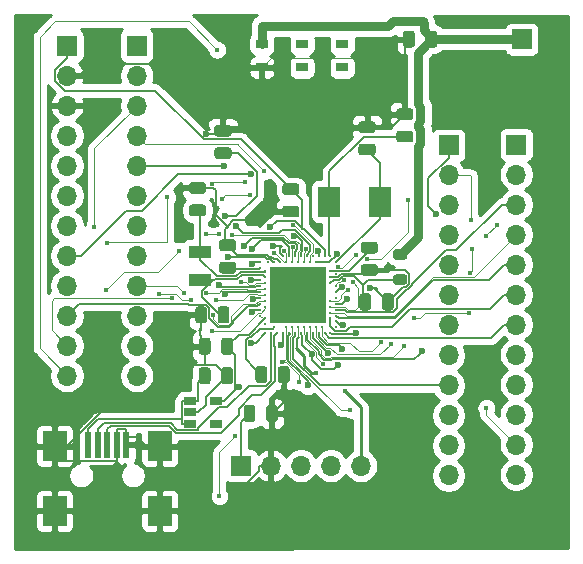
<source format=gtl>
G04 #@! TF.GenerationSoftware,KiCad,Pcbnew,5.1.7-a382d34a8~88~ubuntu18.04.1*
G04 #@! TF.CreationDate,2022-03-10T15:26:47+05:30*
G04 #@! TF.ProjectId,nrf52840_Dev_v1,6e726635-3238-4343-905f-4465765f7631,rev?*
G04 #@! TF.SameCoordinates,Original*
G04 #@! TF.FileFunction,Copper,L1,Top*
G04 #@! TF.FilePolarity,Positive*
%FSLAX46Y46*%
G04 Gerber Fmt 4.6, Leading zero omitted, Abs format (unit mm)*
G04 Created by KiCad (PCBNEW 5.1.7-a382d34a8~88~ubuntu18.04.1) date 2022-03-10 15:26:47*
%MOMM*%
%LPD*%
G01*
G04 APERTURE LIST*
G04 #@! TA.AperFunction,SMDPad,CuDef*
%ADD10C,0.200000*%
G04 #@! TD*
G04 #@! TA.AperFunction,SMDPad,CuDef*
%ADD11R,4.850000X4.850000*%
G04 #@! TD*
G04 #@! TA.AperFunction,SMDPad,CuDef*
%ADD12R,1.000000X0.800000*%
G04 #@! TD*
G04 #@! TA.AperFunction,SMDPad,CuDef*
%ADD13R,2.000000X2.500000*%
G04 #@! TD*
G04 #@! TA.AperFunction,SMDPad,CuDef*
%ADD14R,0.500000X2.300000*%
G04 #@! TD*
G04 #@! TA.AperFunction,SMDPad,CuDef*
%ADD15R,1.905000X1.092200*%
G04 #@! TD*
G04 #@! TA.AperFunction,SMDPad,CuDef*
%ADD16R,1.900000X2.600000*%
G04 #@! TD*
G04 #@! TA.AperFunction,ComponentPad*
%ADD17R,1.700000X1.700000*%
G04 #@! TD*
G04 #@! TA.AperFunction,ComponentPad*
%ADD18O,1.700000X1.700000*%
G04 #@! TD*
G04 #@! TA.AperFunction,SMDPad,CuDef*
%ADD19R,1.060000X0.650000*%
G04 #@! TD*
G04 #@! TA.AperFunction,ViaPad*
%ADD20C,0.600000*%
G04 #@! TD*
G04 #@! TA.AperFunction,ViaPad*
%ADD21C,0.400000*%
G04 #@! TD*
G04 #@! TA.AperFunction,Conductor*
%ADD22C,0.150000*%
G04 #@! TD*
G04 #@! TA.AperFunction,Conductor*
%ADD23C,0.080000*%
G04 #@! TD*
G04 #@! TA.AperFunction,Conductor*
%ADD24C,0.800000*%
G04 #@! TD*
G04 #@! TA.AperFunction,Conductor*
%ADD25C,0.250000*%
G04 #@! TD*
G04 #@! TA.AperFunction,Conductor*
%ADD26C,0.200000*%
G04 #@! TD*
G04 #@! TA.AperFunction,Conductor*
%ADD27C,0.254000*%
G04 #@! TD*
G04 #@! TA.AperFunction,Conductor*
%ADD28C,0.100000*%
G04 #@! TD*
G04 APERTURE END LIST*
D10*
X107950000Y-75500000D03*
X107450000Y-75500000D03*
X106950000Y-75500000D03*
X106450000Y-75500000D03*
X105950000Y-75500000D03*
X105450000Y-75500000D03*
X104950000Y-75500000D03*
X108700000Y-76000000D03*
X108200000Y-76000000D03*
X107700000Y-76000000D03*
X107200000Y-76000000D03*
X106700000Y-76000000D03*
X106200000Y-76000000D03*
X105700000Y-76000000D03*
X105200000Y-76000000D03*
X104700000Y-76000000D03*
X104200000Y-76000000D03*
X103950000Y-75500000D03*
X103700000Y-76000000D03*
X103200000Y-76000000D03*
X103200000Y-75250000D03*
X103200000Y-74750000D03*
X102700000Y-74500000D03*
X103200000Y-73750000D03*
X103200000Y-73250000D03*
X103200000Y-72750000D03*
X103200000Y-72250000D03*
X102700000Y-74000000D03*
X102700000Y-73500000D03*
X102700000Y-73000000D03*
X102700000Y-72500000D03*
X102700000Y-72000000D03*
X103200000Y-71750000D03*
X102700000Y-71500000D03*
X103200000Y-71250000D03*
X103200000Y-70750000D03*
X102700000Y-70500000D03*
X109200000Y-70000000D03*
X107450000Y-70000000D03*
X106950000Y-70000000D03*
X106450000Y-70000000D03*
X105950000Y-70000000D03*
X105450000Y-70000000D03*
X104950000Y-70000000D03*
X104450000Y-70000000D03*
X103950000Y-70000000D03*
X103450000Y-70000000D03*
X108700000Y-69500000D03*
X108200000Y-69500000D03*
X107700000Y-69500000D03*
X107200000Y-69500000D03*
X106700000Y-69500000D03*
X106200000Y-69500000D03*
X105700000Y-69500000D03*
X105200000Y-69500000D03*
X108700000Y-74750000D03*
X109200000Y-74500000D03*
X108700000Y-74250000D03*
X109200000Y-74000000D03*
X108700000Y-73750000D03*
X109200000Y-73500000D03*
X108700000Y-73250000D03*
X109200000Y-73000000D03*
X109200000Y-72500000D03*
X109200000Y-72000000D03*
X108700000Y-71750000D03*
X108700000Y-71250000D03*
X109200000Y-71000000D03*
X108700000Y-70750000D03*
X102700000Y-70000000D03*
X109200000Y-75500000D03*
X109200000Y-75000000D03*
X104700000Y-69500000D03*
D11*
X105950000Y-72750000D03*
D12*
X102900000Y-53500000D03*
X106300000Y-53500000D03*
X102900000Y-51500000D03*
X109700000Y-53500000D03*
X109700000Y-51500000D03*
X106300000Y-51500000D03*
D13*
X94250000Y-91050000D03*
X85350000Y-91050000D03*
X94250000Y-85550000D03*
X85350000Y-85550000D03*
D14*
X91400000Y-85450000D03*
X90600000Y-85450000D03*
X89800000Y-85450000D03*
X89000000Y-85450000D03*
X88200000Y-85450000D03*
D15*
X97700000Y-71519200D03*
X97700000Y-69080800D03*
D16*
X108600000Y-64850000D03*
X112900000Y-64850000D03*
G04 #@! TA.AperFunction,SMDPad,CuDef*
G36*
G01*
X114218750Y-71025000D02*
X114981250Y-71025000D01*
G75*
G02*
X115200000Y-71243750I0J-218750D01*
G01*
X115200000Y-71681250D01*
G75*
G02*
X114981250Y-71900000I-218750J0D01*
G01*
X114218750Y-71900000D01*
G75*
G02*
X114000000Y-71681250I0J218750D01*
G01*
X114000000Y-71243750D01*
G75*
G02*
X114218750Y-71025000I218750J0D01*
G01*
G37*
G04 #@! TD.AperFunction*
G04 #@! TA.AperFunction,SMDPad,CuDef*
G36*
G01*
X114218750Y-68900000D02*
X114981250Y-68900000D01*
G75*
G02*
X115200000Y-69118750I0J-218750D01*
G01*
X115200000Y-69556250D01*
G75*
G02*
X114981250Y-69775000I-218750J0D01*
G01*
X114218750Y-69775000D01*
G75*
G02*
X114000000Y-69556250I0J218750D01*
G01*
X114000000Y-69118750D01*
G75*
G02*
X114218750Y-68900000I218750J0D01*
G01*
G37*
G04 #@! TD.AperFunction*
G04 #@! TA.AperFunction,SMDPad,CuDef*
G36*
G01*
X99150000Y-74925000D02*
X99150000Y-73975000D01*
G75*
G02*
X99400000Y-73725000I250000J0D01*
G01*
X99900000Y-73725000D01*
G75*
G02*
X100150000Y-73975000I0J-250000D01*
G01*
X100150000Y-74925000D01*
G75*
G02*
X99900000Y-75175000I-250000J0D01*
G01*
X99400000Y-75175000D01*
G75*
G02*
X99150000Y-74925000I0J250000D01*
G01*
G37*
G04 #@! TD.AperFunction*
G04 #@! TA.AperFunction,SMDPad,CuDef*
G36*
G01*
X97250000Y-74925000D02*
X97250000Y-73975000D01*
G75*
G02*
X97500000Y-73725000I250000J0D01*
G01*
X98000000Y-73725000D01*
G75*
G02*
X98250000Y-73975000I0J-250000D01*
G01*
X98250000Y-74925000D01*
G75*
G02*
X98000000Y-75175000I-250000J0D01*
G01*
X97500000Y-75175000D01*
G75*
G02*
X97250000Y-74925000I0J250000D01*
G01*
G37*
G04 #@! TD.AperFunction*
G04 #@! TA.AperFunction,SMDPad,CuDef*
G36*
G01*
X96975000Y-65100000D02*
X97925000Y-65100000D01*
G75*
G02*
X98175000Y-65350000I0J-250000D01*
G01*
X98175000Y-65850000D01*
G75*
G02*
X97925000Y-66100000I-250000J0D01*
G01*
X96975000Y-66100000D01*
G75*
G02*
X96725000Y-65850000I0J250000D01*
G01*
X96725000Y-65350000D01*
G75*
G02*
X96975000Y-65100000I250000J0D01*
G01*
G37*
G04 #@! TD.AperFunction*
G04 #@! TA.AperFunction,SMDPad,CuDef*
G36*
G01*
X96975000Y-63200000D02*
X97925000Y-63200000D01*
G75*
G02*
X98175000Y-63450000I0J-250000D01*
G01*
X98175000Y-63950000D01*
G75*
G02*
X97925000Y-64200000I-250000J0D01*
G01*
X96975000Y-64200000D01*
G75*
G02*
X96725000Y-63950000I0J250000D01*
G01*
X96725000Y-63450000D01*
G75*
G02*
X96975000Y-63200000I250000J0D01*
G01*
G37*
G04 #@! TD.AperFunction*
G04 #@! TA.AperFunction,SMDPad,CuDef*
G36*
G01*
X99125000Y-60250000D02*
X100075000Y-60250000D01*
G75*
G02*
X100325000Y-60500000I0J-250000D01*
G01*
X100325000Y-61000000D01*
G75*
G02*
X100075000Y-61250000I-250000J0D01*
G01*
X99125000Y-61250000D01*
G75*
G02*
X98875000Y-61000000I0J250000D01*
G01*
X98875000Y-60500000D01*
G75*
G02*
X99125000Y-60250000I250000J0D01*
G01*
G37*
G04 #@! TD.AperFunction*
G04 #@! TA.AperFunction,SMDPad,CuDef*
G36*
G01*
X99125000Y-58350000D02*
X100075000Y-58350000D01*
G75*
G02*
X100325000Y-58600000I0J-250000D01*
G01*
X100325000Y-59100000D01*
G75*
G02*
X100075000Y-59350000I-250000J0D01*
G01*
X99125000Y-59350000D01*
G75*
G02*
X98875000Y-59100000I0J250000D01*
G01*
X98875000Y-58600000D01*
G75*
G02*
X99125000Y-58350000I250000J0D01*
G01*
G37*
G04 #@! TD.AperFunction*
G04 #@! TA.AperFunction,SMDPad,CuDef*
G36*
G01*
X98550000Y-76625000D02*
X98550000Y-77575000D01*
G75*
G02*
X98300000Y-77825000I-250000J0D01*
G01*
X97800000Y-77825000D01*
G75*
G02*
X97550000Y-77575000I0J250000D01*
G01*
X97550000Y-76625000D01*
G75*
G02*
X97800000Y-76375000I250000J0D01*
G01*
X98300000Y-76375000D01*
G75*
G02*
X98550000Y-76625000I0J-250000D01*
G01*
G37*
G04 #@! TD.AperFunction*
G04 #@! TA.AperFunction,SMDPad,CuDef*
G36*
G01*
X100450000Y-76625000D02*
X100450000Y-77575000D01*
G75*
G02*
X100200000Y-77825000I-250000J0D01*
G01*
X99700000Y-77825000D01*
G75*
G02*
X99450000Y-77575000I0J250000D01*
G01*
X99450000Y-76625000D01*
G75*
G02*
X99700000Y-76375000I250000J0D01*
G01*
X100200000Y-76375000D01*
G75*
G02*
X100450000Y-76625000I0J-250000D01*
G01*
G37*
G04 #@! TD.AperFunction*
G04 #@! TA.AperFunction,SMDPad,CuDef*
G36*
G01*
X104875000Y-65200000D02*
X105825000Y-65200000D01*
G75*
G02*
X106075000Y-65450000I0J-250000D01*
G01*
X106075000Y-65950000D01*
G75*
G02*
X105825000Y-66200000I-250000J0D01*
G01*
X104875000Y-66200000D01*
G75*
G02*
X104625000Y-65950000I0J250000D01*
G01*
X104625000Y-65450000D01*
G75*
G02*
X104875000Y-65200000I250000J0D01*
G01*
G37*
G04 #@! TD.AperFunction*
G04 #@! TA.AperFunction,SMDPad,CuDef*
G36*
G01*
X104875000Y-63300000D02*
X105825000Y-63300000D01*
G75*
G02*
X106075000Y-63550000I0J-250000D01*
G01*
X106075000Y-64050000D01*
G75*
G02*
X105825000Y-64300000I-250000J0D01*
G01*
X104875000Y-64300000D01*
G75*
G02*
X104625000Y-64050000I0J250000D01*
G01*
X104625000Y-63550000D01*
G75*
G02*
X104875000Y-63300000I250000J0D01*
G01*
G37*
G04 #@! TD.AperFunction*
G04 #@! TA.AperFunction,SMDPad,CuDef*
G36*
G01*
X104250000Y-79975000D02*
X104250000Y-79025000D01*
G75*
G02*
X104500000Y-78775000I250000J0D01*
G01*
X105000000Y-78775000D01*
G75*
G02*
X105250000Y-79025000I0J-250000D01*
G01*
X105250000Y-79975000D01*
G75*
G02*
X105000000Y-80225000I-250000J0D01*
G01*
X104500000Y-80225000D01*
G75*
G02*
X104250000Y-79975000I0J250000D01*
G01*
G37*
G04 #@! TD.AperFunction*
G04 #@! TA.AperFunction,SMDPad,CuDef*
G36*
G01*
X102350000Y-79975000D02*
X102350000Y-79025000D01*
G75*
G02*
X102600000Y-78775000I250000J0D01*
G01*
X103100000Y-78775000D01*
G75*
G02*
X103350000Y-79025000I0J-250000D01*
G01*
X103350000Y-79975000D01*
G75*
G02*
X103100000Y-80225000I-250000J0D01*
G01*
X102600000Y-80225000D01*
G75*
G02*
X102350000Y-79975000I0J250000D01*
G01*
G37*
G04 #@! TD.AperFunction*
G04 #@! TA.AperFunction,SMDPad,CuDef*
G36*
G01*
X111525000Y-70150000D02*
X112475000Y-70150000D01*
G75*
G02*
X112725000Y-70400000I0J-250000D01*
G01*
X112725000Y-70900000D01*
G75*
G02*
X112475000Y-71150000I-250000J0D01*
G01*
X111525000Y-71150000D01*
G75*
G02*
X111275000Y-70900000I0J250000D01*
G01*
X111275000Y-70400000D01*
G75*
G02*
X111525000Y-70150000I250000J0D01*
G01*
G37*
G04 #@! TD.AperFunction*
G04 #@! TA.AperFunction,SMDPad,CuDef*
G36*
G01*
X111525000Y-68250000D02*
X112475000Y-68250000D01*
G75*
G02*
X112725000Y-68500000I0J-250000D01*
G01*
X112725000Y-69000000D01*
G75*
G02*
X112475000Y-69250000I-250000J0D01*
G01*
X111525000Y-69250000D01*
G75*
G02*
X111275000Y-69000000I0J250000D01*
G01*
X111275000Y-68500000D01*
G75*
G02*
X111525000Y-68250000I250000J0D01*
G01*
G37*
G04 #@! TD.AperFunction*
G04 #@! TA.AperFunction,SMDPad,CuDef*
G36*
G01*
X100475000Y-69050000D02*
X99525000Y-69050000D01*
G75*
G02*
X99275000Y-68800000I0J250000D01*
G01*
X99275000Y-68300000D01*
G75*
G02*
X99525000Y-68050000I250000J0D01*
G01*
X100475000Y-68050000D01*
G75*
G02*
X100725000Y-68300000I0J-250000D01*
G01*
X100725000Y-68800000D01*
G75*
G02*
X100475000Y-69050000I-250000J0D01*
G01*
G37*
G04 #@! TD.AperFunction*
G04 #@! TA.AperFunction,SMDPad,CuDef*
G36*
G01*
X100475000Y-70950000D02*
X99525000Y-70950000D01*
G75*
G02*
X99275000Y-70700000I0J250000D01*
G01*
X99275000Y-70200000D01*
G75*
G02*
X99525000Y-69950000I250000J0D01*
G01*
X100475000Y-69950000D01*
G75*
G02*
X100725000Y-70200000I0J-250000D01*
G01*
X100725000Y-70700000D01*
G75*
G02*
X100475000Y-70950000I-250000J0D01*
G01*
G37*
G04 #@! TD.AperFunction*
G04 #@! TA.AperFunction,SMDPad,CuDef*
G36*
G01*
X113050000Y-73825000D02*
X113050000Y-72875000D01*
G75*
G02*
X113300000Y-72625000I250000J0D01*
G01*
X113800000Y-72625000D01*
G75*
G02*
X114050000Y-72875000I0J-250000D01*
G01*
X114050000Y-73825000D01*
G75*
G02*
X113800000Y-74075000I-250000J0D01*
G01*
X113300000Y-74075000D01*
G75*
G02*
X113050000Y-73825000I0J250000D01*
G01*
G37*
G04 #@! TD.AperFunction*
G04 #@! TA.AperFunction,SMDPad,CuDef*
G36*
G01*
X111150000Y-73825000D02*
X111150000Y-72875000D01*
G75*
G02*
X111400000Y-72625000I250000J0D01*
G01*
X111900000Y-72625000D01*
G75*
G02*
X112150000Y-72875000I0J-250000D01*
G01*
X112150000Y-73825000D01*
G75*
G02*
X111900000Y-74075000I-250000J0D01*
G01*
X111400000Y-74075000D01*
G75*
G02*
X111150000Y-73825000I0J250000D01*
G01*
G37*
G04 #@! TD.AperFunction*
G04 #@! TA.AperFunction,SMDPad,CuDef*
G36*
G01*
X114525000Y-58850000D02*
X115475000Y-58850000D01*
G75*
G02*
X115725000Y-59100000I0J-250000D01*
G01*
X115725000Y-59600000D01*
G75*
G02*
X115475000Y-59850000I-250000J0D01*
G01*
X114525000Y-59850000D01*
G75*
G02*
X114275000Y-59600000I0J250000D01*
G01*
X114275000Y-59100000D01*
G75*
G02*
X114525000Y-58850000I250000J0D01*
G01*
G37*
G04 #@! TD.AperFunction*
G04 #@! TA.AperFunction,SMDPad,CuDef*
G36*
G01*
X114525000Y-56950000D02*
X115475000Y-56950000D01*
G75*
G02*
X115725000Y-57200000I0J-250000D01*
G01*
X115725000Y-57700000D01*
G75*
G02*
X115475000Y-57950000I-250000J0D01*
G01*
X114525000Y-57950000D01*
G75*
G02*
X114275000Y-57700000I0J250000D01*
G01*
X114275000Y-57200000D01*
G75*
G02*
X114525000Y-56950000I250000J0D01*
G01*
G37*
G04 #@! TD.AperFunction*
G04 #@! TA.AperFunction,SMDPad,CuDef*
G36*
G01*
X103250000Y-83275000D02*
X103250000Y-82325000D01*
G75*
G02*
X103500000Y-82075000I250000J0D01*
G01*
X104000000Y-82075000D01*
G75*
G02*
X104250000Y-82325000I0J-250000D01*
G01*
X104250000Y-83275000D01*
G75*
G02*
X104000000Y-83525000I-250000J0D01*
G01*
X103500000Y-83525000D01*
G75*
G02*
X103250000Y-83275000I0J250000D01*
G01*
G37*
G04 #@! TD.AperFunction*
G04 #@! TA.AperFunction,SMDPad,CuDef*
G36*
G01*
X101350000Y-83275000D02*
X101350000Y-82325000D01*
G75*
G02*
X101600000Y-82075000I250000J0D01*
G01*
X102100000Y-82075000D01*
G75*
G02*
X102350000Y-82325000I0J-250000D01*
G01*
X102350000Y-83275000D01*
G75*
G02*
X102100000Y-83525000I-250000J0D01*
G01*
X101600000Y-83525000D01*
G75*
G02*
X101350000Y-83275000I0J250000D01*
G01*
G37*
G04 #@! TD.AperFunction*
G04 #@! TA.AperFunction,SMDPad,CuDef*
G36*
G01*
X115850000Y-50625000D02*
X115850000Y-51575000D01*
G75*
G02*
X115600000Y-51825000I-250000J0D01*
G01*
X115100000Y-51825000D01*
G75*
G02*
X114850000Y-51575000I0J250000D01*
G01*
X114850000Y-50625000D01*
G75*
G02*
X115100000Y-50375000I250000J0D01*
G01*
X115600000Y-50375000D01*
G75*
G02*
X115850000Y-50625000I0J-250000D01*
G01*
G37*
G04 #@! TD.AperFunction*
G04 #@! TA.AperFunction,SMDPad,CuDef*
G36*
G01*
X117750000Y-50625000D02*
X117750000Y-51575000D01*
G75*
G02*
X117500000Y-51825000I-250000J0D01*
G01*
X117000000Y-51825000D01*
G75*
G02*
X116750000Y-51575000I0J250000D01*
G01*
X116750000Y-50625000D01*
G75*
G02*
X117000000Y-50375000I250000J0D01*
G01*
X117500000Y-50375000D01*
G75*
G02*
X117750000Y-50625000I0J-250000D01*
G01*
G37*
G04 #@! TD.AperFunction*
G04 #@! TA.AperFunction,SMDPad,CuDef*
G36*
G01*
X111325000Y-59950000D02*
X112275000Y-59950000D01*
G75*
G02*
X112525000Y-60200000I0J-250000D01*
G01*
X112525000Y-60700000D01*
G75*
G02*
X112275000Y-60950000I-250000J0D01*
G01*
X111325000Y-60950000D01*
G75*
G02*
X111075000Y-60700000I0J250000D01*
G01*
X111075000Y-60200000D01*
G75*
G02*
X111325000Y-59950000I250000J0D01*
G01*
G37*
G04 #@! TD.AperFunction*
G04 #@! TA.AperFunction,SMDPad,CuDef*
G36*
G01*
X111325000Y-58050000D02*
X112275000Y-58050000D01*
G75*
G02*
X112525000Y-58300000I0J-250000D01*
G01*
X112525000Y-58800000D01*
G75*
G02*
X112275000Y-59050000I-250000J0D01*
G01*
X111325000Y-59050000D01*
G75*
G02*
X111075000Y-58800000I0J250000D01*
G01*
X111075000Y-58300000D01*
G75*
G02*
X111325000Y-58050000I250000J0D01*
G01*
G37*
G04 #@! TD.AperFunction*
G04 #@! TA.AperFunction,SMDPad,CuDef*
G36*
G01*
X99450000Y-80075000D02*
X99450000Y-79125000D01*
G75*
G02*
X99700000Y-78875000I250000J0D01*
G01*
X100200000Y-78875000D01*
G75*
G02*
X100450000Y-79125000I0J-250000D01*
G01*
X100450000Y-80075000D01*
G75*
G02*
X100200000Y-80325000I-250000J0D01*
G01*
X99700000Y-80325000D01*
G75*
G02*
X99450000Y-80075000I0J250000D01*
G01*
G37*
G04 #@! TD.AperFunction*
G04 #@! TA.AperFunction,SMDPad,CuDef*
G36*
G01*
X97550000Y-80075000D02*
X97550000Y-79125000D01*
G75*
G02*
X97800000Y-78875000I250000J0D01*
G01*
X98300000Y-78875000D01*
G75*
G02*
X98550000Y-79125000I0J-250000D01*
G01*
X98550000Y-80075000D01*
G75*
G02*
X98300000Y-80325000I-250000J0D01*
G01*
X97800000Y-80325000D01*
G75*
G02*
X97550000Y-80075000I0J250000D01*
G01*
G37*
G04 #@! TD.AperFunction*
D17*
X124900000Y-51100000D03*
D18*
X111272000Y-87215600D03*
X108732000Y-87215600D03*
X106192000Y-87215600D03*
X103652000Y-87215600D03*
D17*
X101112000Y-87215600D03*
D19*
X99000000Y-81750000D03*
X99000000Y-83650000D03*
X96800000Y-83650000D03*
X96800000Y-82700000D03*
X96800000Y-81750000D03*
D18*
X118700000Y-88040000D03*
X118700000Y-85500000D03*
X118700000Y-82960000D03*
X118700000Y-80420000D03*
X118700000Y-77880000D03*
X118700000Y-75340000D03*
X118700000Y-72800000D03*
X118700000Y-70260000D03*
X118700000Y-67720000D03*
X118700000Y-65180000D03*
X118700000Y-62640000D03*
D17*
X118700000Y-60100000D03*
X92300000Y-51650000D03*
D18*
X92300000Y-54190000D03*
X92300000Y-56730000D03*
X92300000Y-59270000D03*
X92300000Y-61810000D03*
X92300000Y-64350000D03*
X92300000Y-66890000D03*
X92300000Y-69430000D03*
X92300000Y-71970000D03*
X92300000Y-74510000D03*
X92300000Y-77050000D03*
X92300000Y-79590000D03*
D17*
X124425000Y-60025000D03*
D18*
X124425000Y-62565000D03*
X124425000Y-65105000D03*
X124425000Y-67645000D03*
X124425000Y-70185000D03*
X124425000Y-72725000D03*
X124425000Y-75265000D03*
X124425000Y-77805000D03*
X124425000Y-80345000D03*
X124425000Y-82885000D03*
X124425000Y-85425000D03*
X124425000Y-87965000D03*
X86400000Y-79590000D03*
X86400000Y-77050000D03*
X86400000Y-74510000D03*
X86400000Y-71970000D03*
X86400000Y-69430000D03*
X86400000Y-66890000D03*
X86400000Y-64350000D03*
X86400000Y-61810000D03*
X86400000Y-59270000D03*
X86400000Y-56730000D03*
X86400000Y-54190000D03*
D17*
X86400000Y-51650000D03*
D20*
X109746800Y-75327500D03*
X101001600Y-80543600D03*
X110851800Y-75944990D03*
X109378095Y-78650021D03*
X103600000Y-67044990D03*
X102047074Y-70121689D03*
X102000000Y-76800000D03*
X107099998Y-77800000D03*
X98206600Y-59097900D03*
X102400000Y-66000000D03*
X112055010Y-72152491D03*
X100038100Y-69543100D03*
X99813100Y-66103100D03*
D21*
X109900000Y-80900000D03*
X107500000Y-79400004D03*
D20*
X101400000Y-68600000D03*
D21*
X100400000Y-67700000D03*
X99300000Y-67600000D03*
X98200000Y-67600000D03*
X95900000Y-69000000D03*
X89700000Y-72300000D03*
D20*
X99259969Y-71903410D03*
D21*
X96300000Y-72600000D03*
X98200000Y-72600000D03*
D20*
X99806538Y-72705282D03*
D21*
X94200000Y-72698673D03*
X96900000Y-73220010D03*
X99000000Y-73200000D03*
D20*
X102155010Y-73111776D03*
X99728300Y-61810000D03*
X109675549Y-72079997D03*
D21*
X103100000Y-62300000D03*
X109872173Y-71534331D03*
X98700000Y-75800000D03*
X88700000Y-67000000D03*
D20*
X102055010Y-74181798D03*
X104500000Y-77000014D03*
D21*
X104600000Y-78470022D03*
X106020405Y-80122014D03*
D20*
X106800000Y-80400000D03*
D21*
X110400000Y-82500000D03*
X108104601Y-78621432D03*
D20*
X116488200Y-77507800D03*
D21*
X114900000Y-77100000D03*
D20*
X108470034Y-77655045D03*
D21*
X113800000Y-76900000D03*
X115800000Y-74700000D03*
X120400000Y-74261400D03*
D20*
X109700000Y-77300000D03*
D21*
X113000000Y-76755000D03*
X120500000Y-70900000D03*
X120700000Y-68900000D03*
X120600000Y-66400000D03*
D20*
X117615300Y-65870900D03*
X102015299Y-71491721D03*
D21*
X101100000Y-71645000D03*
X100646600Y-84700000D03*
X99300000Y-89800000D03*
X109382366Y-70364300D03*
X110900000Y-69400000D03*
X111801023Y-69701023D03*
X122800000Y-66800000D03*
X121900000Y-67800000D03*
X121900000Y-82300000D03*
X105555010Y-68734641D03*
X115299990Y-64700000D03*
D20*
X102099956Y-68902005D03*
D21*
X103944990Y-69200000D03*
X104775011Y-69000000D03*
D20*
X103844990Y-68600000D03*
D21*
X110600000Y-71700000D03*
D20*
X110100000Y-73100000D03*
D21*
X99100000Y-52000000D03*
X110199582Y-72328600D03*
X95318673Y-73018673D03*
X98776530Y-74433024D03*
D20*
X107625066Y-69062802D03*
X109242400Y-69265800D03*
X102001292Y-62532408D03*
D21*
X99500000Y-64600000D03*
X94900000Y-64500000D03*
X89800000Y-68400000D03*
X101886986Y-64286985D03*
X105565741Y-66859415D03*
D20*
X100700000Y-66900000D03*
D21*
X101500000Y-63200000D03*
X98683019Y-63344990D03*
X106655044Y-68895931D03*
D20*
X105585021Y-67764618D03*
D22*
X96800000Y-81750000D02*
X96094700Y-81750000D01*
X96800000Y-83650000D02*
X96094700Y-83650000D01*
X96086700Y-83293700D02*
X96094700Y-83301700D01*
X96094700Y-83301700D02*
X96094700Y-83650000D01*
X96094700Y-81750000D02*
X96094700Y-83285700D01*
X96094700Y-83285700D02*
X96086700Y-83293700D01*
X88200000Y-84124700D02*
X89031000Y-83293700D01*
X89031000Y-83293700D02*
X96086700Y-83293700D01*
X88200000Y-85450000D02*
X88200000Y-84124700D01*
X97149500Y-81750000D02*
X96800000Y-81750000D01*
X97149500Y-81750000D02*
X97505300Y-81750000D01*
X97505300Y-81750000D02*
X97505300Y-80144700D01*
X97505300Y-80144700D02*
X98050000Y-79600000D01*
X108730700Y-70719300D02*
X108700000Y-70750000D01*
X110280700Y-70719300D02*
X108730700Y-70719300D01*
X112000000Y-68750000D02*
X112000000Y-69000000D01*
X112000000Y-69000000D02*
X110280700Y-70719300D01*
X109200000Y-75000000D02*
X109527500Y-75327500D01*
X109527500Y-75327500D02*
X109746800Y-75327500D01*
X105350000Y-63800000D02*
X101137800Y-59587800D01*
X101137800Y-59587800D02*
X97994000Y-59587800D01*
X97994000Y-59587800D02*
X93866200Y-55460000D01*
X93866200Y-55460000D02*
X86215000Y-55460000D01*
X86215000Y-55460000D02*
X85360900Y-54605900D01*
X85360900Y-54605900D02*
X85360900Y-53714400D01*
X85360900Y-53714400D02*
X86400000Y-52675300D01*
X106294100Y-67203300D02*
X106294100Y-64744100D01*
X106294100Y-64744100D02*
X105350000Y-63800000D01*
X100650600Y-80543600D02*
X100650600Y-77800600D01*
X100650600Y-77800600D02*
X99950000Y-77100000D01*
X99705300Y-81750000D02*
X100650600Y-80804700D01*
X100650600Y-80804700D02*
X100650600Y-80543600D01*
X101001600Y-80543600D02*
X100650600Y-80543600D01*
X86400000Y-51650000D02*
X86400000Y-52675300D01*
X99000000Y-81750000D02*
X99705300Y-81750000D01*
X101112000Y-87215600D02*
X101112000Y-83538000D01*
X101112000Y-83538000D02*
X101850000Y-82800000D01*
X108700000Y-76000000D02*
X108799999Y-76099999D01*
X110696791Y-76099999D02*
X110851800Y-75944990D01*
X108799999Y-76099999D02*
X110696791Y-76099999D01*
D23*
X102950000Y-74750000D02*
X102700000Y-74500000D01*
X103200000Y-74750000D02*
X102950000Y-74750000D01*
D22*
X102700000Y-70000000D02*
X102168763Y-70000000D01*
X102168763Y-70000000D02*
X102047074Y-70121689D01*
X106294100Y-67062370D02*
X105736143Y-66504413D01*
X105736143Y-66504413D02*
X104140577Y-66504413D01*
X106294100Y-67203300D02*
X106294100Y-67062370D01*
X104140577Y-66504413D02*
X103600000Y-67044990D01*
X100935013Y-76114987D02*
X101835013Y-76114987D01*
X99950000Y-77100000D02*
X100935013Y-76114987D01*
X103200000Y-76000000D02*
X102400000Y-76800000D01*
X101835013Y-76114987D02*
X103200000Y-74750000D01*
X102400000Y-76800000D02*
X102000000Y-76800000D01*
X106200000Y-76100000D02*
X106300001Y-76200001D01*
X109378095Y-78650021D02*
X109028116Y-79000000D01*
X107099998Y-78224264D02*
X107099998Y-77800000D01*
X106300001Y-77000003D02*
X107099998Y-77800000D01*
X107875734Y-79000000D02*
X107099998Y-78224264D01*
X109028116Y-79000000D02*
X107875734Y-79000000D01*
X106300001Y-76200001D02*
X106300001Y-77000003D01*
X108200000Y-68964334D02*
X106438966Y-67203300D01*
X106438966Y-67203300D02*
X106294100Y-67203300D01*
X108200000Y-69500000D02*
X108200000Y-68964334D01*
D24*
X124900000Y-51100000D02*
X117250000Y-51100000D01*
X116325010Y-59952088D02*
X116100000Y-60177098D01*
X116100000Y-58522902D02*
X116325010Y-58747912D01*
X116100000Y-58277098D02*
X116100000Y-58522902D01*
X116325010Y-56847912D02*
X116325010Y-58052088D01*
X116100000Y-56622902D02*
X116325010Y-56847912D01*
X116450010Y-51927088D02*
X116100000Y-52277098D01*
X116450010Y-51899990D02*
X116450010Y-51927088D01*
X117250000Y-51100000D02*
X116450010Y-51899990D01*
X116100000Y-60177098D02*
X116100000Y-67837500D01*
X116325010Y-58747912D02*
X116325010Y-59952088D01*
X116325010Y-58052088D02*
X116100000Y-58277098D01*
X116100000Y-52277098D02*
X116100000Y-56622902D01*
X116100000Y-67837500D02*
X114600000Y-69337500D01*
X102900000Y-50000000D02*
X102900000Y-50300000D01*
X102900000Y-50000000D02*
X102900000Y-51500000D01*
X113600000Y-50000000D02*
X102900000Y-50000000D01*
X117250000Y-50968600D02*
X116600000Y-50318600D01*
X117250000Y-51100000D02*
X117250000Y-50968600D01*
X116600000Y-50318600D02*
X116600000Y-49700000D01*
X116500000Y-49600000D02*
X114000000Y-49600000D01*
X116600000Y-49700000D02*
X116500000Y-49600000D01*
X114000000Y-49600000D02*
X113600000Y-50000000D01*
D22*
X97750000Y-74450000D02*
X97750000Y-75644700D01*
X97750000Y-75644700D02*
X97655200Y-75739500D01*
X97655200Y-75739500D02*
X97655200Y-76133100D01*
X97655200Y-76133100D02*
X97750000Y-76227900D01*
X97750000Y-76227900D02*
X97750000Y-76800000D01*
X97750000Y-76800000D02*
X98050000Y-77100000D01*
X102742800Y-67009000D02*
X104051800Y-65700000D01*
X104051800Y-65700000D02*
X105350000Y-65700000D01*
X99600000Y-58850000D02*
X99352100Y-59097900D01*
X99352100Y-59097900D02*
X98206600Y-59097900D01*
X111800000Y-58550000D02*
X99900000Y-58550000D01*
X99900000Y-58550000D02*
X99600000Y-58850000D01*
X98050000Y-78698600D02*
X99048600Y-78698600D01*
X99048600Y-78698600D02*
X99950000Y-79600000D01*
X86525300Y-85550000D02*
X86525300Y-85403100D01*
X86525300Y-85403100D02*
X90428800Y-81499600D01*
X90428800Y-81499600D02*
X94058400Y-81499600D01*
X94058400Y-81499600D02*
X96859400Y-78698600D01*
X96859400Y-78698600D02*
X98050000Y-78698600D01*
X98050000Y-78698600D02*
X98050000Y-77100000D01*
X85350000Y-85550000D02*
X86525300Y-85550000D01*
X85350000Y-85550000D02*
X85350000Y-86775300D01*
X103750000Y-82800000D02*
X104750000Y-81800000D01*
X104750000Y-81800000D02*
X104750000Y-79500000D01*
X97505300Y-82700000D02*
X98124800Y-82080500D01*
X98124800Y-82080500D02*
X98124800Y-81425200D01*
X98124800Y-81425200D02*
X99950000Y-79600000D01*
X85350000Y-86775300D02*
X85350000Y-91050000D01*
X85350000Y-86775300D02*
X90600000Y-86775300D01*
X90600000Y-85450000D02*
X90600000Y-86775300D01*
X115000000Y-57450000D02*
X113900000Y-58550000D01*
X113900000Y-58550000D02*
X111800000Y-58550000D01*
X86400000Y-54190000D02*
X87425300Y-54190000D01*
X88450600Y-53164700D02*
X87425300Y-54190000D01*
X85350000Y-91050000D02*
X93074700Y-91050000D01*
X94250000Y-91050000D02*
X93074700Y-91050000D01*
X96800000Y-82700000D02*
X97505300Y-82700000D01*
X94250000Y-85550000D02*
X93074700Y-85550000D01*
X91400000Y-84787300D02*
X92312000Y-84787300D01*
X92312000Y-84787300D02*
X93074700Y-85550000D01*
X91400000Y-84787300D02*
X91400000Y-84124700D01*
X91400000Y-85450000D02*
X91400000Y-84787300D01*
X90600000Y-85450000D02*
X90600000Y-84124700D01*
X90600000Y-84124700D02*
X91400000Y-84124700D01*
X94250000Y-91050000D02*
X99225600Y-91050000D01*
X99225600Y-91050000D02*
X102626700Y-87648900D01*
X102626700Y-87648900D02*
X102626700Y-87215600D01*
X103652000Y-87215600D02*
X102626700Y-87215600D01*
X103750000Y-82800000D02*
X103652000Y-82898000D01*
X103652000Y-82898000D02*
X103652000Y-87215600D01*
X115000000Y-57450000D02*
X115000000Y-51450000D01*
X115000000Y-51450000D02*
X115350000Y-51100000D01*
X115355010Y-71836070D02*
X115355010Y-70992110D01*
X115136070Y-72055010D02*
X115355010Y-71836070D01*
X115355010Y-70992110D02*
X115012900Y-70650000D01*
X115012900Y-70650000D02*
X112000000Y-70650000D01*
X114844990Y-72055010D02*
X115136070Y-72055010D01*
X113550000Y-73350000D02*
X114844990Y-72055010D01*
X99000000Y-66009000D02*
X100000000Y-67009000D01*
X99000000Y-63900000D02*
X99000000Y-66009000D01*
X97450000Y-63700000D02*
X98800000Y-63700000D01*
X98800000Y-63700000D02*
X99000000Y-63900000D01*
X102742800Y-66342800D02*
X102400000Y-66000000D01*
X102742800Y-67009000D02*
X102742800Y-66342800D01*
X100000000Y-67009000D02*
X100000000Y-66926598D01*
X102178799Y-66444999D02*
X102742800Y-67009000D01*
X100000000Y-66926598D02*
X100481599Y-66444999D01*
X100481599Y-66444999D02*
X102178799Y-66444999D01*
X99800000Y-68350000D02*
X100000000Y-68550000D01*
X100000000Y-67009000D02*
X99800000Y-67209000D01*
X99800000Y-67209000D02*
X99800000Y-68350000D01*
X103527272Y-69514988D02*
X103667675Y-69514989D01*
X103667675Y-69514989D02*
X103897685Y-69744999D01*
X103897685Y-69744999D02*
X104194999Y-69744999D01*
X104194999Y-69744999D02*
X104450000Y-70000000D01*
X100000000Y-68550000D02*
X100807007Y-69357007D01*
X100807007Y-69357007D02*
X103369291Y-69357007D01*
X103369291Y-69357007D02*
X103527272Y-69514988D01*
X113550000Y-73350000D02*
X112352491Y-72152491D01*
X112352491Y-72152491D02*
X112055010Y-72152491D01*
X109322401Y-71255001D02*
X109628092Y-70949310D01*
X109628092Y-70949310D02*
X111700690Y-70949310D01*
X108705001Y-71255001D02*
X109322401Y-71255001D01*
X108700000Y-71250000D02*
X108705001Y-71255001D01*
X111700690Y-70949310D02*
X112000000Y-70650000D01*
D23*
X113000000Y-51100000D02*
X113000000Y-51316002D01*
X113000000Y-51316002D02*
X111616002Y-52700000D01*
D22*
X115350000Y-51100000D02*
X113000000Y-51100000D01*
D23*
X103700000Y-52700000D02*
X102900000Y-53500000D01*
X111616002Y-52700000D02*
X103700000Y-52700000D01*
X101670600Y-53500000D02*
X101335300Y-53164700D01*
X102900000Y-53500000D02*
X101670600Y-53500000D01*
D22*
X101335300Y-53164700D02*
X88450600Y-53164700D01*
X112900000Y-64850000D02*
X112900000Y-66325300D01*
X112900000Y-66325300D02*
X112874700Y-66325300D01*
X112874700Y-66325300D02*
X109200000Y-70000000D01*
X111800000Y-60450000D02*
X112900000Y-61550000D01*
X112900000Y-61550000D02*
X112900000Y-64850000D01*
X108600000Y-64850000D02*
X108600000Y-62306000D01*
X108600000Y-62306000D02*
X111556000Y-59350000D01*
X111556000Y-59350000D02*
X115000000Y-59350000D01*
X108600000Y-64850000D02*
X108600000Y-66325300D01*
X108600000Y-66325300D02*
X108600000Y-69400000D01*
X108600000Y-69400000D02*
X108700000Y-69500000D01*
X111439500Y-71944100D02*
X111921100Y-71462500D01*
X111921100Y-71462500D02*
X114600000Y-71462500D01*
X111650000Y-73350000D02*
X111439500Y-73139500D01*
X111439500Y-73139500D02*
X111439500Y-71944100D01*
X111439500Y-71944100D02*
X110674721Y-71179321D01*
X109723365Y-71179321D02*
X109417674Y-71485012D01*
X109417674Y-71485012D02*
X108964988Y-71485012D01*
X108964988Y-71485012D02*
X108700000Y-71750000D01*
X110674721Y-71179321D02*
X109723365Y-71179321D01*
X102623310Y-70576690D02*
X102700000Y-70500000D01*
X100126690Y-70576690D02*
X102623310Y-70576690D01*
X100000000Y-70450000D02*
X100126690Y-70576690D01*
X101544998Y-76581598D02*
X101544998Y-78194998D01*
X102726597Y-75599999D02*
X101981598Y-76344998D01*
X101781598Y-76344998D02*
X101544998Y-76581598D01*
X103950000Y-75500000D02*
X103850001Y-75599999D01*
X102351171Y-79001171D02*
X102850000Y-79500000D01*
X101981598Y-76344998D02*
X101781598Y-76344998D01*
X103850001Y-75599999D02*
X102726597Y-75599999D01*
X101544998Y-78194998D02*
X102351171Y-79001171D01*
X102456294Y-64343706D02*
X102456294Y-62314006D01*
X102456294Y-62314006D02*
X100892288Y-60750000D01*
X99813100Y-66103100D02*
X100696900Y-66103100D01*
X100892288Y-60750000D02*
X99600000Y-60750000D01*
X100696900Y-66103100D02*
X102456294Y-64343706D01*
X100038100Y-69543100D02*
X100082017Y-69587017D01*
X103571703Y-69744999D02*
X103826704Y-70000000D01*
X103327599Y-69744999D02*
X103571703Y-69744999D01*
X100082017Y-69587017D02*
X103169617Y-69587017D01*
X103169617Y-69587017D02*
X103327599Y-69744999D01*
X103826704Y-70000000D02*
X103950000Y-70000000D01*
X97450000Y-65600000D02*
X97700000Y-65850000D01*
X97700000Y-65850000D02*
X97700000Y-69080800D01*
X97700000Y-69776900D02*
X99088800Y-71165700D01*
X99088800Y-71165700D02*
X100735612Y-71165700D01*
X103143300Y-70806700D02*
X103200000Y-70750000D01*
X97700000Y-69080800D02*
X97700000Y-69776900D01*
X101094612Y-70806700D02*
X103143300Y-70806700D01*
X100735612Y-71165700D02*
X101094612Y-70806700D01*
X97700000Y-71519200D02*
X98827800Y-71519200D01*
X97844999Y-72429599D02*
X98755398Y-71519200D01*
X99373056Y-74450000D02*
X97844999Y-72921943D01*
X98755398Y-71519200D02*
X98827800Y-71519200D01*
X97844999Y-72921943D02*
X97844999Y-72429599D01*
X99650000Y-74450000D02*
X99373056Y-74450000D01*
X101189886Y-71036710D02*
X102986710Y-71036710D01*
X102986710Y-71036710D02*
X103200000Y-71250000D01*
X98942014Y-71404986D02*
X100821610Y-71404986D01*
X98827800Y-71519200D02*
X98942014Y-71404986D01*
X100821610Y-71404986D02*
X101189886Y-71036710D01*
D25*
X111272000Y-87215600D02*
X111272000Y-82272000D01*
X111272000Y-82272000D02*
X109900000Y-80900000D01*
D23*
X105950000Y-76250000D02*
X106000000Y-76300000D01*
X105950000Y-75500000D02*
X105950000Y-76250000D01*
D26*
X105852596Y-77200000D02*
X105852596Y-76952596D01*
X105852596Y-76447404D02*
X105852596Y-76952596D01*
X106000000Y-76300000D02*
X105852596Y-76447404D01*
D25*
X107152600Y-79400004D02*
X107500000Y-79400004D01*
X106500000Y-78747404D02*
X107152600Y-79400004D01*
X105794998Y-77257598D02*
X106500000Y-77962600D01*
X106500000Y-77962600D02*
X106500000Y-78747404D01*
D23*
X105700000Y-69500000D02*
X105700000Y-69377402D01*
D22*
X104713676Y-67914988D02*
X102085012Y-67914988D01*
X105178327Y-68379639D02*
X104713676Y-67914988D01*
X102085012Y-67914988D02*
X101699999Y-68300001D01*
X105725412Y-68379639D02*
X105178327Y-68379639D01*
X105700000Y-69115055D02*
X105910012Y-68905043D01*
X105700000Y-69377402D02*
X105700000Y-69115055D01*
X105910012Y-68564239D02*
X105725412Y-68379639D01*
X105910012Y-68905043D02*
X105910012Y-68564239D01*
X101699999Y-68300001D02*
X101400000Y-68600000D01*
D23*
X99300000Y-67600000D02*
X98200000Y-67600000D01*
X95900000Y-69000000D02*
X94400000Y-70500000D01*
X94400000Y-70500000D02*
X94100000Y-70800000D01*
X94100000Y-70800000D02*
X91200000Y-70800000D01*
X91200000Y-70800000D02*
X89700000Y-72300000D01*
X106105023Y-68483463D02*
X105806188Y-68184628D01*
X105950000Y-70000000D02*
X105950000Y-69140841D01*
X106105023Y-68985819D02*
X106105023Y-68483463D01*
X105950000Y-69140841D02*
X106105023Y-68985819D01*
X105259102Y-68184628D02*
X104774474Y-67700000D01*
X105806188Y-68184628D02*
X105259102Y-68184628D01*
X104774474Y-67700000D02*
X100682842Y-67700000D01*
X100682842Y-67700000D02*
X100400000Y-67700000D01*
D22*
X101700998Y-72074809D02*
X99431368Y-72074809D01*
X102700000Y-72000000D02*
X102404409Y-72000000D01*
X99431368Y-72074809D02*
X99259969Y-71903410D01*
X102297676Y-72106733D02*
X101732922Y-72106733D01*
X102404409Y-72000000D02*
X102297676Y-72106733D01*
X101732922Y-72106733D02*
X101700998Y-72074809D01*
D23*
X92300000Y-71970000D02*
X95670000Y-71970000D01*
X95670000Y-71970000D02*
X96300000Y-72600000D01*
X101620222Y-72269820D02*
X99561647Y-72269820D01*
X101652146Y-72301744D02*
X101620222Y-72269820D01*
X102378452Y-72301744D02*
X101652146Y-72301744D01*
X99561647Y-72269820D02*
X99231467Y-72600000D01*
X99231467Y-72600000D02*
X98482842Y-72600000D01*
X103200000Y-72250000D02*
X102430196Y-72250000D01*
X98482842Y-72600000D02*
X98200000Y-72600000D01*
X102430196Y-72250000D02*
X102378452Y-72301744D01*
D22*
X102696755Y-72496755D02*
X100015065Y-72496755D01*
X100015065Y-72496755D02*
X99806538Y-72705282D01*
X102700000Y-72500000D02*
X102696755Y-72496755D01*
D23*
X95598673Y-72698673D02*
X96120010Y-73220010D01*
X94200000Y-72698673D02*
X95598673Y-72698673D01*
X96120010Y-73220010D02*
X96900000Y-73220010D01*
X101836277Y-72691766D02*
X101328043Y-73200000D01*
X102500487Y-72691766D02*
X101836277Y-72691766D01*
X103200000Y-72750000D02*
X102558721Y-72750000D01*
X102558721Y-72750000D02*
X102500487Y-72691766D01*
X101328043Y-73200000D02*
X99000000Y-73200000D01*
D22*
X102266786Y-73000000D02*
X102155010Y-73111776D01*
X102700000Y-73000000D02*
X102266786Y-73000000D01*
X92300000Y-61810000D02*
X99728300Y-61810000D01*
X109200000Y-72500000D02*
X109620003Y-72079997D01*
X109620003Y-72079997D02*
X109675549Y-72079997D01*
D23*
X103100000Y-62300000D02*
X100900000Y-60100000D01*
X100900000Y-60100000D02*
X100900000Y-60000000D01*
X93030000Y-60000000D02*
X92300000Y-59270000D01*
X100900000Y-60000000D02*
X93030000Y-60000000D01*
X109200000Y-72000000D02*
X109200000Y-71858579D01*
X109378556Y-71680023D02*
X109498450Y-71680023D01*
X109644142Y-71534331D02*
X109872173Y-71534331D01*
X109200000Y-71858579D02*
X109378556Y-71680023D01*
X109498450Y-71680023D02*
X109644142Y-71534331D01*
X88700000Y-60330000D02*
X92300000Y-56730000D01*
X88700000Y-67000000D02*
X88700000Y-60330000D01*
X102811422Y-74279999D02*
X102578411Y-74279999D01*
X103200000Y-73750000D02*
X103200000Y-73891421D01*
X102578411Y-74279999D02*
X101058410Y-75800000D01*
X101058410Y-75800000D02*
X98700000Y-75800000D01*
X103200000Y-73891421D02*
X102811422Y-74279999D01*
D22*
X102700000Y-74000000D02*
X102236808Y-74000000D01*
X102236808Y-74000000D02*
X102055010Y-74181798D01*
X104700000Y-76000000D02*
X104700000Y-76800014D01*
X104700000Y-76800014D02*
X104500000Y-77000014D01*
D23*
X104968298Y-78470022D02*
X106020405Y-79522129D01*
X106020405Y-79522129D02*
X106020405Y-80122014D01*
X104600000Y-78470022D02*
X104968298Y-78470022D01*
X104929954Y-78140068D02*
X104600000Y-78470022D01*
X104950000Y-75500000D02*
X104929954Y-75520046D01*
X104929954Y-75520046D02*
X104929954Y-78140068D01*
D22*
X106200000Y-79425937D02*
X106800000Y-80025937D01*
X106200000Y-79394971D02*
X106200000Y-79425937D01*
X105124966Y-78319937D02*
X106200000Y-79394971D01*
X105284988Y-76102802D02*
X105124966Y-76262822D01*
X105200000Y-76000000D02*
X105284988Y-76084988D01*
X106800000Y-80025937D02*
X106800000Y-80400000D01*
X105124966Y-76262822D02*
X105124966Y-78319937D01*
X105284988Y-76084988D02*
X105284988Y-76102802D01*
D23*
X105319977Y-76343598D02*
X105319977Y-78239161D01*
X109580814Y-82500000D02*
X110117158Y-82500000D01*
X105479999Y-76183576D02*
X105319977Y-76343598D01*
X105479999Y-75529999D02*
X105479999Y-76183576D01*
X110117158Y-82500000D02*
X110400000Y-82500000D01*
X105450000Y-75500000D02*
X105479999Y-75529999D01*
X105319977Y-78239161D02*
X109580814Y-82500000D01*
D22*
X105514987Y-78158386D02*
X107776601Y-80420000D01*
X107776601Y-80420000D02*
X117497919Y-80420000D01*
X117497919Y-80420000D02*
X118700000Y-80420000D01*
X105700000Y-76239360D02*
X105514987Y-76424373D01*
X105700000Y-76000000D02*
X105700000Y-76239360D01*
X105514987Y-76424373D02*
X105514987Y-78158386D01*
D23*
X107520002Y-77598399D02*
X107520002Y-78036833D01*
X106450000Y-76074213D02*
X106545011Y-76169224D01*
X106545011Y-76169224D02*
X106545011Y-76623408D01*
X107520002Y-78036833D02*
X108104601Y-78621432D01*
X106545011Y-76623408D02*
X107520002Y-77598399D01*
X106450000Y-75500000D02*
X106450000Y-76074213D01*
D22*
X106740022Y-76040022D02*
X106740022Y-76542632D01*
X108752411Y-78270057D02*
X108827457Y-78195011D01*
X106700000Y-76000000D02*
X106740022Y-76040022D01*
X108187657Y-78270057D02*
X108752411Y-78270057D01*
X106740022Y-76542632D02*
X107715013Y-77517623D01*
X107715013Y-77517623D02*
X107715013Y-77797412D01*
X116188201Y-77807799D02*
X116488200Y-77507800D01*
X107715013Y-77797412D02*
X108187657Y-78270057D01*
X115800989Y-78195011D02*
X116188201Y-77807799D01*
X108827457Y-78195011D02*
X115800989Y-78195011D01*
D23*
X108268433Y-78075046D02*
X108671635Y-78075046D01*
X106950000Y-75500000D02*
X106950000Y-76476823D01*
X107910024Y-77716636D02*
X108268433Y-78075046D01*
X114000000Y-78000000D02*
X114700001Y-77299999D01*
X114700001Y-77299999D02*
X114900000Y-77100000D01*
X107910024Y-77436847D02*
X107910024Y-77716636D01*
X108746681Y-78000000D02*
X114000000Y-78000000D01*
X106950000Y-76476823D02*
X107910024Y-77436847D01*
X108671635Y-78075046D02*
X108746681Y-78000000D01*
D22*
X107200000Y-76385011D02*
X108470034Y-77655045D01*
X107200000Y-76000000D02*
X107200000Y-76385011D01*
D23*
X115800000Y-74700000D02*
X116300000Y-74700000D01*
X116300000Y-74700000D02*
X116738600Y-74261400D01*
X116738600Y-74261400D02*
X120400000Y-74261400D01*
X107450000Y-76350000D02*
X108335044Y-77235044D01*
X112900000Y-77800000D02*
X113800000Y-76900000D01*
X108671635Y-77235044D02*
X109236591Y-77800000D01*
X109236591Y-77800000D02*
X112900000Y-77800000D01*
X107450000Y-75500000D02*
X107450000Y-76350000D01*
X108335044Y-77235044D02*
X108671635Y-77235044D01*
D22*
X107700000Y-76300000D02*
X108400001Y-77000001D01*
X109400001Y-77000001D02*
X109700000Y-77300000D01*
X108400001Y-77000001D02*
X109400001Y-77000001D01*
X107700000Y-76000000D02*
X107700000Y-76300000D01*
D23*
X107950000Y-75500000D02*
X107950000Y-76250000D01*
X107950000Y-76250000D02*
X108500000Y-76800000D01*
X110400000Y-76800000D02*
X111100000Y-77500000D01*
X108500000Y-76800000D02*
X110400000Y-76800000D01*
X111100000Y-77500000D02*
X112255000Y-77500000D01*
X112255000Y-77500000D02*
X113000000Y-76755000D01*
X120500000Y-70900000D02*
X120700000Y-70700000D01*
X120700000Y-70700000D02*
X120700000Y-68900000D01*
X120600000Y-66400000D02*
X120600000Y-62700000D01*
X120540000Y-62640000D02*
X118700000Y-62640000D01*
X120600000Y-62700000D02*
X120540000Y-62640000D01*
D22*
X102700000Y-71500000D02*
X102023578Y-71500000D01*
X102023578Y-71500000D02*
X102015299Y-71491721D01*
X117000000Y-62825300D02*
X117000000Y-65255600D01*
X118700000Y-60100000D02*
X118700000Y-61125300D01*
X117000000Y-65255600D02*
X117615300Y-65870900D01*
X118700000Y-61125300D02*
X117000000Y-62825300D01*
D23*
X100646600Y-84700000D02*
X99300000Y-86046600D01*
X99300000Y-86046600D02*
X99300000Y-89800000D01*
X101553072Y-71645000D02*
X101100000Y-71645000D01*
X101819794Y-71911722D02*
X101553072Y-71645000D01*
X102216900Y-71911722D02*
X101819794Y-71911722D01*
X102378622Y-71750000D02*
X102216900Y-71911722D01*
X103200000Y-71750000D02*
X102378622Y-71750000D01*
X109300000Y-70500000D02*
X109700000Y-70500000D01*
X109700000Y-70500000D02*
X110900000Y-69300000D01*
X110900000Y-69300000D02*
X110900000Y-69400000D01*
X122800000Y-66800000D02*
X121900000Y-67700000D01*
X121900000Y-67700000D02*
X121900000Y-67800000D01*
X121900000Y-82900000D02*
X124425000Y-85425000D01*
X121900000Y-82300000D02*
X121900000Y-82900000D01*
X105450000Y-70000000D02*
X105450000Y-68839651D01*
X105450000Y-68839651D02*
X105555010Y-68734641D01*
X112987691Y-69701023D02*
X115299990Y-67388724D01*
X115299990Y-67388724D02*
X115299990Y-64700000D01*
X111801023Y-69701023D02*
X112987691Y-69701023D01*
D22*
X102856963Y-68144998D02*
X102099956Y-68902005D01*
X104618402Y-68144998D02*
X102856963Y-68144998D01*
X105200000Y-68726596D02*
X104618402Y-68144998D01*
X105200000Y-69500000D02*
X105200000Y-68726596D01*
D23*
X104008579Y-69200000D02*
X103944990Y-69200000D01*
X104808579Y-70000000D02*
X104008579Y-69200000D01*
X104950000Y-70000000D02*
X104808579Y-70000000D01*
X104950000Y-70000000D02*
X104950000Y-69174989D01*
X104950000Y-69174989D02*
X104775011Y-69000000D01*
D22*
X104600000Y-68600000D02*
X103844990Y-68600000D01*
X104700000Y-69500000D02*
X104400000Y-69200000D01*
X104400000Y-68800000D02*
X104600000Y-68600000D01*
X104400000Y-69200000D02*
X104400000Y-68800000D01*
X108600000Y-76400000D02*
X108200000Y-76000000D01*
X123399700Y-75265000D02*
X122264700Y-76400000D01*
X122264700Y-76400000D02*
X108600000Y-76400000D01*
X124425000Y-75265000D02*
X123399700Y-75265000D01*
X124425000Y-72725000D02*
X123399700Y-72725000D01*
X123399700Y-72725000D02*
X122218300Y-73906400D01*
X122218300Y-73906400D02*
X115439400Y-73906400D01*
X115439400Y-73906400D02*
X113872900Y-75472900D01*
X113872900Y-75472900D02*
X110352800Y-75472900D01*
X110352800Y-75472900D02*
X110018100Y-75807600D01*
X110018100Y-75807600D02*
X109096000Y-75807600D01*
X109096000Y-75807600D02*
X108700000Y-75411600D01*
X108700000Y-75411600D02*
X108700000Y-74750000D01*
X114170500Y-74700000D02*
X109400000Y-74700000D01*
X117390200Y-71480300D02*
X114170500Y-74700000D01*
X122104400Y-71480300D02*
X117390200Y-71480300D01*
X124425000Y-70185000D02*
X123399700Y-70185000D01*
X109400000Y-74700000D02*
X109200000Y-74500000D01*
X123399700Y-70185000D02*
X122104400Y-71480300D01*
D23*
X114089726Y-74504990D02*
X117364715Y-71230001D01*
X120839999Y-71230001D02*
X124425000Y-67645000D01*
X108700000Y-74250000D02*
X109876822Y-74250000D01*
X117364715Y-71230001D02*
X120839999Y-71230001D01*
X110131812Y-74504990D02*
X114089726Y-74504990D01*
X109876822Y-74250000D02*
X110131812Y-74504990D01*
D22*
X119337919Y-68990000D02*
X118447200Y-68990000D01*
X118447200Y-68990000D02*
X115585021Y-71852179D01*
X114300000Y-73137200D02*
X114300000Y-73897772D01*
X115152179Y-72285021D02*
X114300000Y-73137200D01*
X115585021Y-71931343D02*
X115231343Y-72285021D01*
X114300000Y-73897772D02*
X113967762Y-74230010D01*
X123222919Y-65105000D02*
X119337919Y-68990000D01*
X113967762Y-74230010D02*
X110132620Y-74230010D01*
X110132620Y-74230010D02*
X109902610Y-74000000D01*
X115585021Y-71852179D02*
X115585021Y-71931343D01*
X109902610Y-74000000D02*
X109200000Y-74000000D01*
X124425000Y-65105000D02*
X123222919Y-65105000D01*
X115231343Y-72285021D02*
X115152179Y-72285021D01*
D23*
X108700000Y-73750000D02*
X109928396Y-73750000D01*
X109928396Y-73750000D02*
X110198398Y-74020002D01*
X110198398Y-74020002D02*
X110801602Y-74020002D01*
X111029990Y-72129990D02*
X110600000Y-71700000D01*
X111029990Y-73791614D02*
X111029990Y-72129990D01*
X110801602Y-74020002D02*
X111029990Y-73791614D01*
D22*
X109200000Y-73500000D02*
X109700000Y-73500000D01*
X109700000Y-73500000D02*
X110100000Y-73100000D01*
D23*
X84100000Y-77290000D02*
X86400000Y-79590000D01*
X84100000Y-50900000D02*
X84100000Y-77290000D01*
X85400000Y-49600000D02*
X84100000Y-50900000D01*
X99100000Y-52000000D02*
X96700000Y-49600000D01*
X96700000Y-49600000D02*
X85400000Y-49600000D01*
X109579998Y-72798398D02*
X110049796Y-72328600D01*
X109346556Y-73250000D02*
X109579998Y-73016558D01*
X110049796Y-72328600D02*
X110199582Y-72328600D01*
X108700000Y-73250000D02*
X109346556Y-73250000D01*
X109579998Y-73016558D02*
X109579998Y-72798398D01*
X95318673Y-73018673D02*
X85318673Y-73018673D01*
X85318673Y-73018673D02*
X85100000Y-73237346D01*
X85100000Y-75750000D02*
X86400000Y-77050000D01*
X85100000Y-73237346D02*
X85100000Y-75750000D01*
X100270010Y-74580799D02*
X100270010Y-75078266D01*
X101319032Y-73531777D02*
X100270010Y-74580799D01*
X99246734Y-75295010D02*
X98776530Y-74824806D01*
X103200000Y-73250000D02*
X102638388Y-73250000D01*
X98776530Y-74824806D02*
X98776530Y-74433024D01*
X102356611Y-73531777D02*
X101319032Y-73531777D01*
X100053266Y-75295010D02*
X99246734Y-75295010D01*
X102638388Y-73250000D02*
X102356611Y-73531777D01*
X100270010Y-75078266D02*
X100053266Y-75295010D01*
D22*
X102473212Y-73726788D02*
X101692734Y-73726788D01*
X97075424Y-73569990D02*
X97070402Y-73575012D01*
X98421528Y-73823756D02*
X98167762Y-73569990D01*
X101692734Y-73726788D02*
X100465021Y-74954501D01*
X96729598Y-73575012D02*
X96654586Y-73500000D01*
X87249999Y-73660001D02*
X86400000Y-74510000D01*
X99165958Y-75490021D02*
X98421528Y-74745591D01*
X100465021Y-74954501D02*
X100465021Y-75159042D01*
X97070402Y-73575012D02*
X96729598Y-73575012D01*
X98167762Y-73569990D02*
X97075424Y-73569990D01*
X100134042Y-75490021D02*
X99165958Y-75490021D01*
X100465021Y-75159042D02*
X100134042Y-75490021D01*
X98421528Y-74745591D02*
X98421528Y-73823756D01*
X87410000Y-73500000D02*
X87249999Y-73660001D01*
X96654586Y-73500000D02*
X87410000Y-73500000D01*
X102700000Y-73500000D02*
X102473212Y-73726788D01*
X107700000Y-69500000D02*
X107700000Y-69137736D01*
X107700000Y-69137736D02*
X107625066Y-69062802D01*
X107450000Y-70000000D02*
X108621900Y-70000000D01*
X108621900Y-70000000D02*
X109242400Y-69379500D01*
X109242400Y-69379500D02*
X109242400Y-69265800D01*
X95834092Y-62532408D02*
X102001292Y-62532408D01*
X92746500Y-65620000D02*
X95834092Y-62532408D01*
X86400000Y-69430000D02*
X87602081Y-69430000D01*
X87602081Y-69430000D02*
X91412081Y-65620000D01*
X91412081Y-65620000D02*
X92746500Y-65620000D01*
D23*
X94900000Y-64500000D02*
X94900000Y-68300000D01*
X94900000Y-68300000D02*
X89900000Y-68300000D01*
X89900000Y-68300000D02*
X89800000Y-68400000D01*
X99813015Y-64286985D02*
X101886986Y-64286985D01*
X99500000Y-64600000D02*
X99813015Y-64286985D01*
X106950000Y-70000000D02*
X106950000Y-69402164D01*
X107205056Y-68435462D02*
X105629009Y-66859415D01*
X105629009Y-66859415D02*
X105565741Y-66859415D01*
X106950000Y-69402164D02*
X107205056Y-69147108D01*
X107205056Y-69147108D02*
X107205056Y-68435462D01*
D22*
X104373402Y-67500000D02*
X101300000Y-67500000D01*
X101300000Y-67500000D02*
X100700000Y-66900000D01*
X105738805Y-67244998D02*
X104628404Y-67244998D01*
X104628404Y-67244998D02*
X104373402Y-67500000D01*
X107010045Y-68516238D02*
X105738805Y-67244998D01*
X107010045Y-69048534D02*
X107010045Y-68516238D01*
X106700000Y-69358579D02*
X107010045Y-69048534D01*
X106700000Y-69500000D02*
X106700000Y-69358579D01*
D23*
X101500000Y-63200000D02*
X98828009Y-63200000D01*
X98828009Y-63200000D02*
X98683019Y-63344990D01*
X106450000Y-70000000D02*
X106450000Y-69192416D01*
X106450000Y-69192416D02*
X106655044Y-68987372D01*
X106655044Y-68987372D02*
X106655044Y-68895931D01*
D22*
X106300034Y-69066595D02*
X106300034Y-68167304D01*
X106200000Y-69166629D02*
X106300034Y-69066595D01*
X106300034Y-68167304D02*
X105897348Y-67764618D01*
X105897348Y-67764618D02*
X105585021Y-67764618D01*
X106200000Y-69500000D02*
X106200000Y-69166629D01*
X104000600Y-80072500D02*
X104000600Y-77174004D01*
X100923700Y-82398500D02*
X102086200Y-81236000D01*
X104000600Y-77174004D02*
X103944998Y-77118402D01*
X90094300Y-83830400D02*
X95049600Y-83830400D01*
X89800000Y-85450000D02*
X89800000Y-84124700D01*
X95049600Y-83830400D02*
X95632500Y-84413300D01*
X103944998Y-76255002D02*
X104200000Y-76000000D01*
X95632500Y-84413300D02*
X99408800Y-84413300D01*
X89800000Y-84124700D02*
X90094300Y-83830400D01*
X102086200Y-81236000D02*
X102837100Y-81236000D01*
X103944998Y-77118402D02*
X103944998Y-76255002D01*
X99408800Y-84413300D02*
X100923700Y-82898400D01*
X100923700Y-82898400D02*
X100923700Y-82398500D01*
X102837100Y-81236000D02*
X104000600Y-80072500D01*
X89000000Y-84124700D02*
X89544600Y-83580100D01*
X89544600Y-83580100D02*
X95161600Y-83580100D01*
X95161600Y-83580100D02*
X95731900Y-84150400D01*
X95731900Y-84150400D02*
X97461600Y-84150400D01*
X97461600Y-84150400D02*
X97505400Y-84106600D01*
X97505400Y-84106600D02*
X97505400Y-83986900D01*
X97505400Y-83986900D02*
X99242000Y-82250300D01*
X99242000Y-82250300D02*
X99967300Y-82250300D01*
X99967300Y-82250300D02*
X101769400Y-80448200D01*
X101769400Y-80448200D02*
X103266900Y-80448200D01*
X103266900Y-80448200D02*
X103700000Y-80015100D01*
X103700000Y-80015100D02*
X103700000Y-76000000D01*
X89000000Y-85450000D02*
X89000000Y-84124700D01*
D27*
X85027641Y-49033655D02*
X85023176Y-49036042D01*
X84920394Y-49120394D01*
X84899258Y-49146148D01*
X83646144Y-50399262D01*
X83620394Y-50420395D01*
X83599263Y-50446143D01*
X83599256Y-50446150D01*
X83544449Y-50512933D01*
X83536042Y-50523177D01*
X83473364Y-50640440D01*
X83434767Y-50767678D01*
X83425000Y-50866842D01*
X83425000Y-50866848D01*
X83421735Y-50900000D01*
X83425000Y-50933152D01*
X83425001Y-77256838D01*
X83421735Y-77290000D01*
X83434767Y-77422323D01*
X83473365Y-77549561D01*
X83536043Y-77666824D01*
X83599256Y-77743850D01*
X83599264Y-77743858D01*
X83620395Y-77769606D01*
X83646143Y-77790737D01*
X84983836Y-79128430D01*
X84972068Y-79156842D01*
X84915000Y-79443740D01*
X84915000Y-79736260D01*
X84972068Y-80023158D01*
X85084010Y-80293411D01*
X85246525Y-80536632D01*
X85453368Y-80743475D01*
X85696589Y-80905990D01*
X85966842Y-81017932D01*
X86253740Y-81075000D01*
X86546260Y-81075000D01*
X86833158Y-81017932D01*
X87103411Y-80905990D01*
X87346632Y-80743475D01*
X87553475Y-80536632D01*
X87715990Y-80293411D01*
X87827932Y-80023158D01*
X87885000Y-79736260D01*
X87885000Y-79443740D01*
X87827932Y-79156842D01*
X87715990Y-78886589D01*
X87553475Y-78643368D01*
X87346632Y-78436525D01*
X87172240Y-78320000D01*
X87346632Y-78203475D01*
X87553475Y-77996632D01*
X87715990Y-77753411D01*
X87827932Y-77483158D01*
X87885000Y-77196260D01*
X87885000Y-76903740D01*
X87827932Y-76616842D01*
X87715990Y-76346589D01*
X87553475Y-76103368D01*
X87346632Y-75896525D01*
X87172240Y-75780000D01*
X87346632Y-75663475D01*
X87553475Y-75456632D01*
X87715990Y-75213411D01*
X87827932Y-74943158D01*
X87885000Y-74656260D01*
X87885000Y-74363740D01*
X87854419Y-74210000D01*
X90845581Y-74210000D01*
X90815000Y-74363740D01*
X90815000Y-74656260D01*
X90872068Y-74943158D01*
X90984010Y-75213411D01*
X91146525Y-75456632D01*
X91353368Y-75663475D01*
X91527760Y-75780000D01*
X91353368Y-75896525D01*
X91146525Y-76103368D01*
X90984010Y-76346589D01*
X90872068Y-76616842D01*
X90815000Y-76903740D01*
X90815000Y-77196260D01*
X90872068Y-77483158D01*
X90984010Y-77753411D01*
X91146525Y-77996632D01*
X91353368Y-78203475D01*
X91527760Y-78320000D01*
X91353368Y-78436525D01*
X91146525Y-78643368D01*
X90984010Y-78886589D01*
X90872068Y-79156842D01*
X90815000Y-79443740D01*
X90815000Y-79736260D01*
X90872068Y-80023158D01*
X90984010Y-80293411D01*
X91146525Y-80536632D01*
X91353368Y-80743475D01*
X91596589Y-80905990D01*
X91866842Y-81017932D01*
X92153740Y-81075000D01*
X92446260Y-81075000D01*
X92733158Y-81017932D01*
X93003411Y-80905990D01*
X93246632Y-80743475D01*
X93453475Y-80536632D01*
X93615990Y-80293411D01*
X93727932Y-80023158D01*
X93785000Y-79736260D01*
X93785000Y-79443740D01*
X93727932Y-79156842D01*
X93615990Y-78886589D01*
X93453475Y-78643368D01*
X93246632Y-78436525D01*
X93072240Y-78320000D01*
X93246632Y-78203475D01*
X93453475Y-77996632D01*
X93615990Y-77753411D01*
X93727932Y-77483158D01*
X93785000Y-77196260D01*
X93785000Y-76903740D01*
X93727932Y-76616842D01*
X93615990Y-76346589D01*
X93453475Y-76103368D01*
X93246632Y-75896525D01*
X93072240Y-75780000D01*
X93246632Y-75663475D01*
X93453475Y-75456632D01*
X93615990Y-75213411D01*
X93727932Y-74943158D01*
X93785000Y-74656260D01*
X93785000Y-74363740D01*
X93754419Y-74210000D01*
X96411415Y-74210000D01*
X96456578Y-74234140D01*
X96590414Y-74274739D01*
X96694721Y-74285012D01*
X96694723Y-74285012D01*
X96729598Y-74288447D01*
X96738336Y-74287586D01*
X96773750Y-74323000D01*
X97623000Y-74323000D01*
X97623000Y-74303000D01*
X97711529Y-74303000D01*
X97711528Y-74597000D01*
X97623000Y-74597000D01*
X97623000Y-74577000D01*
X96773750Y-74577000D01*
X96615000Y-74735750D01*
X96611928Y-75175000D01*
X96624188Y-75299482D01*
X96660498Y-75419180D01*
X96719463Y-75529494D01*
X96798815Y-75626185D01*
X96895506Y-75705537D01*
X97005820Y-75764502D01*
X97125518Y-75800812D01*
X97250000Y-75813072D01*
X97254350Y-75813010D01*
X97195506Y-75844463D01*
X97098815Y-75923815D01*
X97019463Y-76020506D01*
X96960498Y-76130820D01*
X96924188Y-76250518D01*
X96911928Y-76375000D01*
X96915000Y-76814250D01*
X97073750Y-76973000D01*
X97923000Y-76973000D01*
X97923000Y-76953000D01*
X98177000Y-76953000D01*
X98177000Y-76973000D01*
X98197000Y-76973000D01*
X98197000Y-77227000D01*
X98177000Y-77227000D01*
X98177000Y-77247000D01*
X97923000Y-77247000D01*
X97923000Y-77227000D01*
X97073750Y-77227000D01*
X96915000Y-77385750D01*
X96911928Y-77825000D01*
X96924188Y-77949482D01*
X96960498Y-78069180D01*
X97019463Y-78179494D01*
X97098815Y-78276185D01*
X97195506Y-78355537D01*
X97285708Y-78403752D01*
X97172038Y-78497038D01*
X97061595Y-78631614D01*
X96979528Y-78785150D01*
X96928992Y-78951746D01*
X96911928Y-79125000D01*
X96911928Y-79748661D01*
X96846172Y-79871681D01*
X96805574Y-80005516D01*
X96791865Y-80144700D01*
X96795301Y-80179584D01*
X96795301Y-80786928D01*
X96270000Y-80786928D01*
X96145518Y-80799188D01*
X96025820Y-80835498D01*
X95915506Y-80894463D01*
X95818815Y-80973815D01*
X95739463Y-81070506D01*
X95689430Y-81164110D01*
X95590225Y-81245525D01*
X95501500Y-81353637D01*
X95435572Y-81476980D01*
X95394973Y-81610816D01*
X95381265Y-81750000D01*
X95384700Y-81784876D01*
X95384701Y-82583700D01*
X89065874Y-82583700D01*
X89030999Y-82580265D01*
X88996124Y-82583700D01*
X88996123Y-82583700D01*
X88891816Y-82593973D01*
X88757980Y-82634572D01*
X88660029Y-82686928D01*
X88634635Y-82700501D01*
X88588041Y-82738740D01*
X88526525Y-82789225D01*
X88504292Y-82816316D01*
X87722616Y-83597993D01*
X87695526Y-83620225D01*
X87673293Y-83647316D01*
X87606801Y-83728337D01*
X87576467Y-83785088D01*
X87498815Y-83848815D01*
X87419463Y-83945506D01*
X87360498Y-84055820D01*
X87324188Y-84175518D01*
X87311928Y-84300000D01*
X87311928Y-86600000D01*
X87324188Y-86724482D01*
X87360498Y-86844180D01*
X87419463Y-86954494D01*
X87437214Y-86976124D01*
X87283517Y-87006696D01*
X87086060Y-87088485D01*
X86908353Y-87207225D01*
X86757225Y-87358353D01*
X86638485Y-87536060D01*
X86556696Y-87733517D01*
X86515000Y-87943137D01*
X86515000Y-88156863D01*
X86556696Y-88366483D01*
X86638485Y-88563940D01*
X86757225Y-88741647D01*
X86908353Y-88892775D01*
X87086060Y-89011515D01*
X87283517Y-89093304D01*
X87493137Y-89135000D01*
X87706863Y-89135000D01*
X87916483Y-89093304D01*
X88113940Y-89011515D01*
X88291647Y-88892775D01*
X88442775Y-88741647D01*
X88561515Y-88563940D01*
X88643304Y-88366483D01*
X88685000Y-88156863D01*
X88685000Y-87943137D01*
X88643304Y-87733517D01*
X88561515Y-87536060D01*
X88442775Y-87358353D01*
X88322494Y-87238072D01*
X88450000Y-87238072D01*
X88574482Y-87225812D01*
X88600000Y-87218071D01*
X88625518Y-87225812D01*
X88750000Y-87238072D01*
X89250000Y-87238072D01*
X89374482Y-87225812D01*
X89400000Y-87218071D01*
X89425518Y-87225812D01*
X89550000Y-87238072D01*
X90050000Y-87238072D01*
X90174482Y-87225812D01*
X90199281Y-87218289D01*
X90218756Y-87224428D01*
X90318250Y-87235000D01*
X90477000Y-87076250D01*
X90477000Y-87071033D01*
X90501185Y-87051185D01*
X90580537Y-86954494D01*
X90599848Y-86918367D01*
X90615659Y-86948734D01*
X90693961Y-87046278D01*
X90723000Y-87070640D01*
X90723000Y-87076250D01*
X90881750Y-87235000D01*
X90981244Y-87224428D01*
X91000000Y-87218516D01*
X91018756Y-87224428D01*
X91118250Y-87235000D01*
X91272998Y-87080252D01*
X91272998Y-87235000D01*
X91280578Y-87235000D01*
X91157225Y-87358353D01*
X91038485Y-87536060D01*
X90956696Y-87733517D01*
X90915000Y-87943137D01*
X90915000Y-88156863D01*
X90956696Y-88366483D01*
X91038485Y-88563940D01*
X91157225Y-88741647D01*
X91308353Y-88892775D01*
X91486060Y-89011515D01*
X91683517Y-89093304D01*
X91893137Y-89135000D01*
X92106863Y-89135000D01*
X92316483Y-89093304D01*
X92513940Y-89011515D01*
X92691647Y-88892775D01*
X92842775Y-88741647D01*
X92961515Y-88563940D01*
X93043304Y-88366483D01*
X93085000Y-88156863D01*
X93085000Y-87943137D01*
X93043304Y-87733517D01*
X92961515Y-87536060D01*
X92842775Y-87358353D01*
X92691647Y-87207225D01*
X92513940Y-87088485D01*
X92316483Y-87006696D01*
X92162414Y-86976050D01*
X92184341Y-86948734D01*
X92242108Y-86837789D01*
X92253126Y-86800000D01*
X92611928Y-86800000D01*
X92624188Y-86924482D01*
X92660498Y-87044180D01*
X92719463Y-87154494D01*
X92798815Y-87251185D01*
X92895506Y-87330537D01*
X93005820Y-87389502D01*
X93125518Y-87425812D01*
X93250000Y-87438072D01*
X93964250Y-87435000D01*
X94123000Y-87276250D01*
X94123000Y-85677000D01*
X94377000Y-85677000D01*
X94377000Y-87276250D01*
X94535750Y-87435000D01*
X95250000Y-87438072D01*
X95374482Y-87425812D01*
X95494180Y-87389502D01*
X95604494Y-87330537D01*
X95701185Y-87251185D01*
X95780537Y-87154494D01*
X95839502Y-87044180D01*
X95875812Y-86924482D01*
X95888072Y-86800000D01*
X95885000Y-85835750D01*
X95726250Y-85677000D01*
X94377000Y-85677000D01*
X94123000Y-85677000D01*
X92773750Y-85677000D01*
X92615000Y-85835750D01*
X92611928Y-86800000D01*
X92253126Y-86800000D01*
X92277122Y-86717705D01*
X92288035Y-86593098D01*
X92285000Y-85735750D01*
X92126250Y-85577000D01*
X91523000Y-85577000D01*
X91523000Y-85597000D01*
X91346250Y-85597000D01*
X91326250Y-85577000D01*
X91253000Y-85577000D01*
X91253000Y-85323000D01*
X91326250Y-85323000D01*
X91346250Y-85303000D01*
X91523000Y-85303000D01*
X91523000Y-85323000D01*
X92126250Y-85323000D01*
X92285000Y-85164250D01*
X92287208Y-84540400D01*
X92612694Y-84540400D01*
X92615000Y-85264250D01*
X92773750Y-85423000D01*
X94123000Y-85423000D01*
X94123000Y-85403000D01*
X94377000Y-85403000D01*
X94377000Y-85423000D01*
X95726250Y-85423000D01*
X95885000Y-85264250D01*
X95885449Y-85123300D01*
X99268706Y-85123300D01*
X98846144Y-85545862D01*
X98820394Y-85566995D01*
X98799263Y-85592743D01*
X98799256Y-85592750D01*
X98755342Y-85646260D01*
X98736042Y-85669777D01*
X98673364Y-85787040D01*
X98658588Y-85835750D01*
X98634767Y-85914277D01*
X98633638Y-85925743D01*
X98625000Y-86013442D01*
X98625000Y-86013448D01*
X98621735Y-86046600D01*
X98625000Y-86079752D01*
X98625001Y-89307248D01*
X98560033Y-89404479D01*
X98497089Y-89556440D01*
X98465000Y-89717760D01*
X98465000Y-89882240D01*
X98497089Y-90043560D01*
X98560033Y-90195521D01*
X98651413Y-90332281D01*
X98767719Y-90448587D01*
X98904479Y-90539967D01*
X99056440Y-90602911D01*
X99217760Y-90635000D01*
X99382240Y-90635000D01*
X99543560Y-90602911D01*
X99695521Y-90539967D01*
X99832281Y-90448587D01*
X99948587Y-90332281D01*
X100039967Y-90195521D01*
X100102911Y-90043560D01*
X100135000Y-89882240D01*
X100135000Y-89717760D01*
X100102911Y-89556440D01*
X100039967Y-89404479D01*
X99975000Y-89307249D01*
X99975000Y-88632214D01*
X100017820Y-88655102D01*
X100137518Y-88691412D01*
X100262000Y-88703672D01*
X101962000Y-88703672D01*
X102086482Y-88691412D01*
X102206180Y-88655102D01*
X102316494Y-88596137D01*
X102413185Y-88516785D01*
X102492537Y-88420094D01*
X102551502Y-88309780D01*
X102575966Y-88229134D01*
X102651731Y-88313188D01*
X102885080Y-88487241D01*
X103147901Y-88612425D01*
X103295110Y-88657076D01*
X103525000Y-88535755D01*
X103525000Y-87342600D01*
X103505000Y-87342600D01*
X103505000Y-87088600D01*
X103525000Y-87088600D01*
X103525000Y-85895445D01*
X103295110Y-85774124D01*
X103147901Y-85818775D01*
X102885080Y-85943959D01*
X102651731Y-86118012D01*
X102575966Y-86202066D01*
X102551502Y-86121420D01*
X102492537Y-86011106D01*
X102413185Y-85914415D01*
X102316494Y-85835063D01*
X102206180Y-85776098D01*
X102086482Y-85739788D01*
X101962000Y-85727528D01*
X101822000Y-85727528D01*
X101822000Y-84163072D01*
X102100000Y-84163072D01*
X102273254Y-84146008D01*
X102439850Y-84095472D01*
X102593386Y-84013405D01*
X102727962Y-83902962D01*
X102733342Y-83896406D01*
X102798815Y-83976185D01*
X102895506Y-84055537D01*
X103005820Y-84114502D01*
X103125518Y-84150812D01*
X103250000Y-84163072D01*
X103464250Y-84160000D01*
X103623000Y-84001250D01*
X103623000Y-82927000D01*
X103877000Y-82927000D01*
X103877000Y-84001250D01*
X104035750Y-84160000D01*
X104250000Y-84163072D01*
X104374482Y-84150812D01*
X104494180Y-84114502D01*
X104604494Y-84055537D01*
X104701185Y-83976185D01*
X104780537Y-83879494D01*
X104839502Y-83769180D01*
X104875812Y-83649482D01*
X104888072Y-83525000D01*
X104885000Y-83085750D01*
X104726250Y-82927000D01*
X103877000Y-82927000D01*
X103623000Y-82927000D01*
X103603000Y-82927000D01*
X103603000Y-82673000D01*
X103623000Y-82673000D01*
X103623000Y-81598750D01*
X103877000Y-81598750D01*
X103877000Y-82673000D01*
X104726250Y-82673000D01*
X104885000Y-82514250D01*
X104888072Y-82075000D01*
X104875812Y-81950518D01*
X104839502Y-81830820D01*
X104780537Y-81720506D01*
X104701185Y-81623815D01*
X104604494Y-81544463D01*
X104494180Y-81485498D01*
X104374482Y-81449188D01*
X104250000Y-81436928D01*
X104035750Y-81440000D01*
X103877000Y-81598750D01*
X103623000Y-81598750D01*
X103550721Y-81526471D01*
X104217337Y-80859855D01*
X104250000Y-80863072D01*
X104464250Y-80860000D01*
X104623000Y-80701250D01*
X104623000Y-80414233D01*
X104659728Y-80345520D01*
X104700327Y-80211684D01*
X104710600Y-80107377D01*
X104710600Y-80107376D01*
X104714035Y-80072501D01*
X104710600Y-80037626D01*
X104710600Y-79353000D01*
X104877000Y-79353000D01*
X104877000Y-79373000D01*
X104897000Y-79373000D01*
X104897000Y-79627000D01*
X104877000Y-79627000D01*
X104877000Y-80701250D01*
X105035750Y-80860000D01*
X105250000Y-80863072D01*
X105374482Y-80850812D01*
X105494180Y-80814502D01*
X105527318Y-80796789D01*
X105624884Y-80861981D01*
X105776845Y-80924925D01*
X105938165Y-80957014D01*
X106047670Y-80957014D01*
X106073738Y-80996028D01*
X106203972Y-81126262D01*
X106357111Y-81228586D01*
X106527271Y-81299068D01*
X106707911Y-81335000D01*
X106892089Y-81335000D01*
X107072729Y-81299068D01*
X107242889Y-81228586D01*
X107309979Y-81183758D01*
X109080076Y-82953857D01*
X109101208Y-82979606D01*
X109126956Y-83000737D01*
X109126963Y-83000744D01*
X109174757Y-83039967D01*
X109203990Y-83063958D01*
X109321253Y-83126636D01*
X109396567Y-83149482D01*
X109448490Y-83165233D01*
X109462313Y-83166594D01*
X109547655Y-83175000D01*
X109547661Y-83175000D01*
X109580813Y-83178265D01*
X109613965Y-83175000D01*
X109907249Y-83175000D01*
X110004479Y-83239967D01*
X110156440Y-83302911D01*
X110317760Y-83335000D01*
X110482240Y-83335000D01*
X110512001Y-83329080D01*
X110512000Y-85937421D01*
X110325368Y-86062125D01*
X110118525Y-86268968D01*
X110002000Y-86443360D01*
X109885475Y-86268968D01*
X109678632Y-86062125D01*
X109435411Y-85899610D01*
X109165158Y-85787668D01*
X108878260Y-85730600D01*
X108585740Y-85730600D01*
X108298842Y-85787668D01*
X108028589Y-85899610D01*
X107785368Y-86062125D01*
X107578525Y-86268968D01*
X107462000Y-86443360D01*
X107345475Y-86268968D01*
X107138632Y-86062125D01*
X106895411Y-85899610D01*
X106625158Y-85787668D01*
X106338260Y-85730600D01*
X106045740Y-85730600D01*
X105758842Y-85787668D01*
X105488589Y-85899610D01*
X105245368Y-86062125D01*
X105038525Y-86268968D01*
X104916805Y-86451134D01*
X104847178Y-86334245D01*
X104652269Y-86118012D01*
X104418920Y-85943959D01*
X104156099Y-85818775D01*
X104008890Y-85774124D01*
X103779000Y-85895445D01*
X103779000Y-87088600D01*
X103799000Y-87088600D01*
X103799000Y-87342600D01*
X103779000Y-87342600D01*
X103779000Y-88535755D01*
X104008890Y-88657076D01*
X104156099Y-88612425D01*
X104418920Y-88487241D01*
X104652269Y-88313188D01*
X104847178Y-88096955D01*
X104916805Y-87980066D01*
X105038525Y-88162232D01*
X105245368Y-88369075D01*
X105488589Y-88531590D01*
X105758842Y-88643532D01*
X106045740Y-88700600D01*
X106338260Y-88700600D01*
X106625158Y-88643532D01*
X106895411Y-88531590D01*
X107138632Y-88369075D01*
X107345475Y-88162232D01*
X107462000Y-87987840D01*
X107578525Y-88162232D01*
X107785368Y-88369075D01*
X108028589Y-88531590D01*
X108298842Y-88643532D01*
X108585740Y-88700600D01*
X108878260Y-88700600D01*
X109165158Y-88643532D01*
X109435411Y-88531590D01*
X109678632Y-88369075D01*
X109885475Y-88162232D01*
X110002000Y-87987840D01*
X110118525Y-88162232D01*
X110325368Y-88369075D01*
X110568589Y-88531590D01*
X110838842Y-88643532D01*
X111125740Y-88700600D01*
X111418260Y-88700600D01*
X111705158Y-88643532D01*
X111975411Y-88531590D01*
X112218632Y-88369075D01*
X112425475Y-88162232D01*
X112587990Y-87919011D01*
X112699932Y-87648758D01*
X112757000Y-87361860D01*
X112757000Y-87069340D01*
X112699932Y-86782442D01*
X112587990Y-86512189D01*
X112425475Y-86268968D01*
X112218632Y-86062125D01*
X112032000Y-85937422D01*
X112032000Y-82309322D01*
X112035676Y-82271999D01*
X112032000Y-82234677D01*
X112032000Y-82234667D01*
X112021003Y-82123014D01*
X111977546Y-81979753D01*
X111961919Y-81950518D01*
X111906974Y-81847723D01*
X111835799Y-81760997D01*
X111812001Y-81731999D01*
X111783003Y-81708201D01*
X111204802Y-81130000D01*
X117388413Y-81130000D01*
X117546525Y-81366632D01*
X117753368Y-81573475D01*
X117927760Y-81690000D01*
X117753368Y-81806525D01*
X117546525Y-82013368D01*
X117384010Y-82256589D01*
X117272068Y-82526842D01*
X117215000Y-82813740D01*
X117215000Y-83106260D01*
X117272068Y-83393158D01*
X117384010Y-83663411D01*
X117546525Y-83906632D01*
X117753368Y-84113475D01*
X117927760Y-84230000D01*
X117753368Y-84346525D01*
X117546525Y-84553368D01*
X117384010Y-84796589D01*
X117272068Y-85066842D01*
X117215000Y-85353740D01*
X117215000Y-85646260D01*
X117272068Y-85933158D01*
X117384010Y-86203411D01*
X117546525Y-86446632D01*
X117753368Y-86653475D01*
X117927760Y-86770000D01*
X117753368Y-86886525D01*
X117546525Y-87093368D01*
X117384010Y-87336589D01*
X117272068Y-87606842D01*
X117215000Y-87893740D01*
X117215000Y-88186260D01*
X117272068Y-88473158D01*
X117384010Y-88743411D01*
X117546525Y-88986632D01*
X117753368Y-89193475D01*
X117996589Y-89355990D01*
X118266842Y-89467932D01*
X118553740Y-89525000D01*
X118846260Y-89525000D01*
X119133158Y-89467932D01*
X119403411Y-89355990D01*
X119646632Y-89193475D01*
X119853475Y-88986632D01*
X120015990Y-88743411D01*
X120127932Y-88473158D01*
X120185000Y-88186260D01*
X120185000Y-87893740D01*
X120127932Y-87606842D01*
X120015990Y-87336589D01*
X119853475Y-87093368D01*
X119646632Y-86886525D01*
X119472240Y-86770000D01*
X119646632Y-86653475D01*
X119853475Y-86446632D01*
X120015990Y-86203411D01*
X120127932Y-85933158D01*
X120185000Y-85646260D01*
X120185000Y-85353740D01*
X120127932Y-85066842D01*
X120015990Y-84796589D01*
X119853475Y-84553368D01*
X119646632Y-84346525D01*
X119472240Y-84230000D01*
X119646632Y-84113475D01*
X119853475Y-83906632D01*
X120015990Y-83663411D01*
X120127932Y-83393158D01*
X120185000Y-83106260D01*
X120185000Y-82813740D01*
X120127932Y-82526842D01*
X120015990Y-82256589D01*
X119853475Y-82013368D01*
X119646632Y-81806525D01*
X119472240Y-81690000D01*
X119646632Y-81573475D01*
X119853475Y-81366632D01*
X120015990Y-81123411D01*
X120127932Y-80853158D01*
X120185000Y-80566260D01*
X120185000Y-80273740D01*
X120127932Y-79986842D01*
X120015990Y-79716589D01*
X119853475Y-79473368D01*
X119646632Y-79266525D01*
X119472240Y-79150000D01*
X119646632Y-79033475D01*
X119853475Y-78826632D01*
X120015990Y-78583411D01*
X120127932Y-78313158D01*
X120185000Y-78026260D01*
X120185000Y-77733740D01*
X120127932Y-77446842D01*
X120015990Y-77176589D01*
X119971497Y-77110000D01*
X122229825Y-77110000D01*
X122264700Y-77113435D01*
X122299575Y-77110000D01*
X122299577Y-77110000D01*
X122403884Y-77099727D01*
X122537720Y-77059128D01*
X122661063Y-76993200D01*
X122769175Y-76904475D01*
X122791412Y-76877379D01*
X123364342Y-76304449D01*
X123478368Y-76418475D01*
X123652760Y-76535000D01*
X123478368Y-76651525D01*
X123271525Y-76858368D01*
X123109010Y-77101589D01*
X122997068Y-77371842D01*
X122940000Y-77658740D01*
X122940000Y-77951260D01*
X122997068Y-78238158D01*
X123109010Y-78508411D01*
X123271525Y-78751632D01*
X123478368Y-78958475D01*
X123652760Y-79075000D01*
X123478368Y-79191525D01*
X123271525Y-79398368D01*
X123109010Y-79641589D01*
X122997068Y-79911842D01*
X122940000Y-80198740D01*
X122940000Y-80491260D01*
X122997068Y-80778158D01*
X123109010Y-81048411D01*
X123271525Y-81291632D01*
X123478368Y-81498475D01*
X123652760Y-81615000D01*
X123478368Y-81731525D01*
X123271525Y-81938368D01*
X123109010Y-82181589D01*
X122997068Y-82451842D01*
X122940000Y-82738740D01*
X122940000Y-82985406D01*
X122642939Y-82688345D01*
X122702911Y-82543560D01*
X122735000Y-82382240D01*
X122735000Y-82217760D01*
X122702911Y-82056440D01*
X122639967Y-81904479D01*
X122548587Y-81767719D01*
X122432281Y-81651413D01*
X122295521Y-81560033D01*
X122143560Y-81497089D01*
X121982240Y-81465000D01*
X121817760Y-81465000D01*
X121656440Y-81497089D01*
X121504479Y-81560033D01*
X121367719Y-81651413D01*
X121251413Y-81767719D01*
X121160033Y-81904479D01*
X121097089Y-82056440D01*
X121065000Y-82217760D01*
X121065000Y-82382240D01*
X121097089Y-82543560D01*
X121160033Y-82695521D01*
X121225000Y-82792751D01*
X121225000Y-82866848D01*
X121221735Y-82900000D01*
X121225000Y-82933152D01*
X121225000Y-82933159D01*
X121234767Y-83032323D01*
X121273364Y-83159561D01*
X121323649Y-83253637D01*
X121336043Y-83276824D01*
X121399256Y-83353850D01*
X121399264Y-83353858D01*
X121420395Y-83379606D01*
X121446143Y-83400737D01*
X123008836Y-84963430D01*
X122997068Y-84991842D01*
X122940000Y-85278740D01*
X122940000Y-85571260D01*
X122997068Y-85858158D01*
X123109010Y-86128411D01*
X123271525Y-86371632D01*
X123478368Y-86578475D01*
X123652760Y-86695000D01*
X123478368Y-86811525D01*
X123271525Y-87018368D01*
X123109010Y-87261589D01*
X122997068Y-87531842D01*
X122940000Y-87818740D01*
X122940000Y-88111260D01*
X122997068Y-88398158D01*
X123109010Y-88668411D01*
X123271525Y-88911632D01*
X123478368Y-89118475D01*
X123721589Y-89280990D01*
X123991842Y-89392932D01*
X124278740Y-89450000D01*
X124571260Y-89450000D01*
X124858158Y-89392932D01*
X125128411Y-89280990D01*
X125371632Y-89118475D01*
X125578475Y-88911632D01*
X125740990Y-88668411D01*
X125852932Y-88398158D01*
X125910000Y-88111260D01*
X125910000Y-87818740D01*
X125852932Y-87531842D01*
X125740990Y-87261589D01*
X125578475Y-87018368D01*
X125371632Y-86811525D01*
X125197240Y-86695000D01*
X125371632Y-86578475D01*
X125578475Y-86371632D01*
X125740990Y-86128411D01*
X125852932Y-85858158D01*
X125910000Y-85571260D01*
X125910000Y-85278740D01*
X125852932Y-84991842D01*
X125740990Y-84721589D01*
X125578475Y-84478368D01*
X125371632Y-84271525D01*
X125197240Y-84155000D01*
X125371632Y-84038475D01*
X125578475Y-83831632D01*
X125740990Y-83588411D01*
X125852932Y-83318158D01*
X125910000Y-83031260D01*
X125910000Y-82738740D01*
X125852932Y-82451842D01*
X125740990Y-82181589D01*
X125578475Y-81938368D01*
X125371632Y-81731525D01*
X125197240Y-81615000D01*
X125371632Y-81498475D01*
X125578475Y-81291632D01*
X125740990Y-81048411D01*
X125852932Y-80778158D01*
X125910000Y-80491260D01*
X125910000Y-80198740D01*
X125852932Y-79911842D01*
X125740990Y-79641589D01*
X125578475Y-79398368D01*
X125371632Y-79191525D01*
X125197240Y-79075000D01*
X125371632Y-78958475D01*
X125578475Y-78751632D01*
X125740990Y-78508411D01*
X125852932Y-78238158D01*
X125910000Y-77951260D01*
X125910000Y-77658740D01*
X125852932Y-77371842D01*
X125740990Y-77101589D01*
X125578475Y-76858368D01*
X125371632Y-76651525D01*
X125197240Y-76535000D01*
X125371632Y-76418475D01*
X125578475Y-76211632D01*
X125740990Y-75968411D01*
X125852932Y-75698158D01*
X125910000Y-75411260D01*
X125910000Y-75118740D01*
X125852932Y-74831842D01*
X125740990Y-74561589D01*
X125578475Y-74318368D01*
X125371632Y-74111525D01*
X125197240Y-73995000D01*
X125371632Y-73878475D01*
X125578475Y-73671632D01*
X125740990Y-73428411D01*
X125852932Y-73158158D01*
X125910000Y-72871260D01*
X125910000Y-72578740D01*
X125852932Y-72291842D01*
X125740990Y-72021589D01*
X125578475Y-71778368D01*
X125371632Y-71571525D01*
X125197240Y-71455000D01*
X125371632Y-71338475D01*
X125578475Y-71131632D01*
X125740990Y-70888411D01*
X125852932Y-70618158D01*
X125910000Y-70331260D01*
X125910000Y-70038740D01*
X125852932Y-69751842D01*
X125740990Y-69481589D01*
X125578475Y-69238368D01*
X125371632Y-69031525D01*
X125197240Y-68915000D01*
X125371632Y-68798475D01*
X125578475Y-68591632D01*
X125740990Y-68348411D01*
X125852932Y-68078158D01*
X125910000Y-67791260D01*
X125910000Y-67498740D01*
X125852932Y-67211842D01*
X125740990Y-66941589D01*
X125578475Y-66698368D01*
X125371632Y-66491525D01*
X125197240Y-66375000D01*
X125371632Y-66258475D01*
X125578475Y-66051632D01*
X125740990Y-65808411D01*
X125852932Y-65538158D01*
X125910000Y-65251260D01*
X125910000Y-64958740D01*
X125852932Y-64671842D01*
X125740990Y-64401589D01*
X125578475Y-64158368D01*
X125371632Y-63951525D01*
X125197240Y-63835000D01*
X125371632Y-63718475D01*
X125578475Y-63511632D01*
X125740990Y-63268411D01*
X125852932Y-62998158D01*
X125910000Y-62711260D01*
X125910000Y-62418740D01*
X125852932Y-62131842D01*
X125740990Y-61861589D01*
X125578475Y-61618368D01*
X125446620Y-61486513D01*
X125519180Y-61464502D01*
X125629494Y-61405537D01*
X125726185Y-61326185D01*
X125805537Y-61229494D01*
X125864502Y-61119180D01*
X125900812Y-60999482D01*
X125913072Y-60875000D01*
X125913072Y-59175000D01*
X125900812Y-59050518D01*
X125864502Y-58930820D01*
X125805537Y-58820506D01*
X125726185Y-58723815D01*
X125629494Y-58644463D01*
X125519180Y-58585498D01*
X125399482Y-58549188D01*
X125275000Y-58536928D01*
X123575000Y-58536928D01*
X123450518Y-58549188D01*
X123330820Y-58585498D01*
X123220506Y-58644463D01*
X123123815Y-58723815D01*
X123044463Y-58820506D01*
X122985498Y-58930820D01*
X122949188Y-59050518D01*
X122936928Y-59175000D01*
X122936928Y-60875000D01*
X122949188Y-60999482D01*
X122985498Y-61119180D01*
X123044463Y-61229494D01*
X123123815Y-61326185D01*
X123220506Y-61405537D01*
X123330820Y-61464502D01*
X123403380Y-61486513D01*
X123271525Y-61618368D01*
X123109010Y-61861589D01*
X122997068Y-62131842D01*
X122940000Y-62418740D01*
X122940000Y-62711260D01*
X122997068Y-62998158D01*
X123109010Y-63268411D01*
X123271525Y-63511632D01*
X123478368Y-63718475D01*
X123652760Y-63835000D01*
X123478368Y-63951525D01*
X123271525Y-64158368D01*
X123109010Y-64401589D01*
X123108494Y-64402835D01*
X123083735Y-64405273D01*
X122949899Y-64445872D01*
X122826556Y-64511800D01*
X122718444Y-64600525D01*
X122696207Y-64627621D01*
X121331709Y-65992119D01*
X121275000Y-65907249D01*
X121275000Y-62733152D01*
X121278265Y-62700000D01*
X121275000Y-62666848D01*
X121275000Y-62666841D01*
X121265233Y-62567677D01*
X121226636Y-62440439D01*
X121163958Y-62323176D01*
X121079606Y-62220394D01*
X121053849Y-62199255D01*
X121040744Y-62186151D01*
X121019606Y-62160394D01*
X120989934Y-62136042D01*
X120960474Y-62111865D01*
X120916824Y-62076042D01*
X120799561Y-62013364D01*
X120672323Y-61974767D01*
X120573159Y-61965000D01*
X120573152Y-61965000D01*
X120540000Y-61961735D01*
X120506848Y-61965000D01*
X120027758Y-61965000D01*
X120015990Y-61936589D01*
X119853475Y-61693368D01*
X119721620Y-61561513D01*
X119794180Y-61539502D01*
X119904494Y-61480537D01*
X120001185Y-61401185D01*
X120080537Y-61304494D01*
X120139502Y-61194180D01*
X120175812Y-61074482D01*
X120188072Y-60950000D01*
X120188072Y-59250000D01*
X120175812Y-59125518D01*
X120139502Y-59005820D01*
X120080537Y-58895506D01*
X120001185Y-58798815D01*
X119904494Y-58719463D01*
X119794180Y-58660498D01*
X119674482Y-58624188D01*
X119550000Y-58611928D01*
X117850000Y-58611928D01*
X117725518Y-58624188D01*
X117605820Y-58660498D01*
X117495506Y-58719463D01*
X117398815Y-58798815D01*
X117360010Y-58846099D01*
X117360010Y-58798739D01*
X117365016Y-58747911D01*
X117360010Y-58697083D01*
X117360010Y-58697074D01*
X117345034Y-58545017D01*
X117301043Y-58400000D01*
X117345034Y-58254983D01*
X117360010Y-58102926D01*
X117360010Y-58102917D01*
X117365016Y-58052089D01*
X117360010Y-58001261D01*
X117360010Y-56898739D01*
X117365016Y-56847911D01*
X117360010Y-56797083D01*
X117360010Y-56797074D01*
X117345034Y-56645017D01*
X117285851Y-56449919D01*
X117189744Y-56270115D01*
X117135000Y-56203409D01*
X117135000Y-52705808D01*
X117145913Y-52694895D01*
X117185406Y-52662484D01*
X117314744Y-52504885D01*
X117321540Y-52492170D01*
X117350638Y-52463072D01*
X117500000Y-52463072D01*
X117673254Y-52446008D01*
X117839850Y-52395472D01*
X117993386Y-52313405D01*
X118127962Y-52202962D01*
X118183737Y-52135000D01*
X123442546Y-52135000D01*
X123460498Y-52194180D01*
X123519463Y-52304494D01*
X123598815Y-52401185D01*
X123695506Y-52480537D01*
X123805820Y-52539502D01*
X123925518Y-52575812D01*
X124050000Y-52588072D01*
X125750000Y-52588072D01*
X125874482Y-52575812D01*
X125994180Y-52539502D01*
X126104494Y-52480537D01*
X126201185Y-52401185D01*
X126280537Y-52304494D01*
X126339502Y-52194180D01*
X126375812Y-52074482D01*
X126388072Y-51950000D01*
X126388072Y-50250000D01*
X126375812Y-50125518D01*
X126339502Y-50005820D01*
X126280537Y-49895506D01*
X126201185Y-49798815D01*
X126104494Y-49719463D01*
X125994180Y-49660498D01*
X125874482Y-49624188D01*
X125750000Y-49611928D01*
X124050000Y-49611928D01*
X123925518Y-49624188D01*
X123805820Y-49660498D01*
X123695506Y-49719463D01*
X123598815Y-49798815D01*
X123519463Y-49895506D01*
X123460498Y-50005820D01*
X123442546Y-50065000D01*
X118183737Y-50065000D01*
X118127962Y-49997038D01*
X117993386Y-49886595D01*
X117839850Y-49804528D01*
X117673254Y-49753992D01*
X117635059Y-49750230D01*
X117640006Y-49699999D01*
X117635000Y-49649171D01*
X117635000Y-49649163D01*
X117620024Y-49497106D01*
X117560841Y-49302008D01*
X117464734Y-49122203D01*
X117448676Y-49102636D01*
X128773000Y-49126730D01*
X128773000Y-94173270D01*
X82027000Y-94272729D01*
X82027000Y-92300000D01*
X83711928Y-92300000D01*
X83724188Y-92424482D01*
X83760498Y-92544180D01*
X83819463Y-92654494D01*
X83898815Y-92751185D01*
X83995506Y-92830537D01*
X84105820Y-92889502D01*
X84225518Y-92925812D01*
X84350000Y-92938072D01*
X85064250Y-92935000D01*
X85223000Y-92776250D01*
X85223000Y-91177000D01*
X85477000Y-91177000D01*
X85477000Y-92776250D01*
X85635750Y-92935000D01*
X86350000Y-92938072D01*
X86474482Y-92925812D01*
X86594180Y-92889502D01*
X86704494Y-92830537D01*
X86801185Y-92751185D01*
X86880537Y-92654494D01*
X86939502Y-92544180D01*
X86975812Y-92424482D01*
X86988072Y-92300000D01*
X92611928Y-92300000D01*
X92624188Y-92424482D01*
X92660498Y-92544180D01*
X92719463Y-92654494D01*
X92798815Y-92751185D01*
X92895506Y-92830537D01*
X93005820Y-92889502D01*
X93125518Y-92925812D01*
X93250000Y-92938072D01*
X93964250Y-92935000D01*
X94123000Y-92776250D01*
X94123000Y-91177000D01*
X94377000Y-91177000D01*
X94377000Y-92776250D01*
X94535750Y-92935000D01*
X95250000Y-92938072D01*
X95374482Y-92925812D01*
X95494180Y-92889502D01*
X95604494Y-92830537D01*
X95701185Y-92751185D01*
X95780537Y-92654494D01*
X95839502Y-92544180D01*
X95875812Y-92424482D01*
X95888072Y-92300000D01*
X95885000Y-91335750D01*
X95726250Y-91177000D01*
X94377000Y-91177000D01*
X94123000Y-91177000D01*
X92773750Y-91177000D01*
X92615000Y-91335750D01*
X92611928Y-92300000D01*
X86988072Y-92300000D01*
X86985000Y-91335750D01*
X86826250Y-91177000D01*
X85477000Y-91177000D01*
X85223000Y-91177000D01*
X83873750Y-91177000D01*
X83715000Y-91335750D01*
X83711928Y-92300000D01*
X82027000Y-92300000D01*
X82027000Y-89800000D01*
X83711928Y-89800000D01*
X83715000Y-90764250D01*
X83873750Y-90923000D01*
X85223000Y-90923000D01*
X85223000Y-89323750D01*
X85477000Y-89323750D01*
X85477000Y-90923000D01*
X86826250Y-90923000D01*
X86985000Y-90764250D01*
X86988072Y-89800000D01*
X92611928Y-89800000D01*
X92615000Y-90764250D01*
X92773750Y-90923000D01*
X94123000Y-90923000D01*
X94123000Y-89323750D01*
X94377000Y-89323750D01*
X94377000Y-90923000D01*
X95726250Y-90923000D01*
X95885000Y-90764250D01*
X95888072Y-89800000D01*
X95875812Y-89675518D01*
X95839502Y-89555820D01*
X95780537Y-89445506D01*
X95701185Y-89348815D01*
X95604494Y-89269463D01*
X95494180Y-89210498D01*
X95374482Y-89174188D01*
X95250000Y-89161928D01*
X94535750Y-89165000D01*
X94377000Y-89323750D01*
X94123000Y-89323750D01*
X93964250Y-89165000D01*
X93250000Y-89161928D01*
X93125518Y-89174188D01*
X93005820Y-89210498D01*
X92895506Y-89269463D01*
X92798815Y-89348815D01*
X92719463Y-89445506D01*
X92660498Y-89555820D01*
X92624188Y-89675518D01*
X92611928Y-89800000D01*
X86988072Y-89800000D01*
X86975812Y-89675518D01*
X86939502Y-89555820D01*
X86880537Y-89445506D01*
X86801185Y-89348815D01*
X86704494Y-89269463D01*
X86594180Y-89210498D01*
X86474482Y-89174188D01*
X86350000Y-89161928D01*
X85635750Y-89165000D01*
X85477000Y-89323750D01*
X85223000Y-89323750D01*
X85064250Y-89165000D01*
X84350000Y-89161928D01*
X84225518Y-89174188D01*
X84105820Y-89210498D01*
X83995506Y-89269463D01*
X83898815Y-89348815D01*
X83819463Y-89445506D01*
X83760498Y-89555820D01*
X83724188Y-89675518D01*
X83711928Y-89800000D01*
X82027000Y-89800000D01*
X82027000Y-86800000D01*
X83711928Y-86800000D01*
X83724188Y-86924482D01*
X83760498Y-87044180D01*
X83819463Y-87154494D01*
X83898815Y-87251185D01*
X83995506Y-87330537D01*
X84105820Y-87389502D01*
X84225518Y-87425812D01*
X84350000Y-87438072D01*
X85064250Y-87435000D01*
X85223000Y-87276250D01*
X85223000Y-85677000D01*
X85477000Y-85677000D01*
X85477000Y-87276250D01*
X85635750Y-87435000D01*
X86350000Y-87438072D01*
X86474482Y-87425812D01*
X86594180Y-87389502D01*
X86704494Y-87330537D01*
X86801185Y-87251185D01*
X86880537Y-87154494D01*
X86939502Y-87044180D01*
X86975812Y-86924482D01*
X86988072Y-86800000D01*
X86985000Y-85835750D01*
X86826250Y-85677000D01*
X85477000Y-85677000D01*
X85223000Y-85677000D01*
X83873750Y-85677000D01*
X83715000Y-85835750D01*
X83711928Y-86800000D01*
X82027000Y-86800000D01*
X82027000Y-84300000D01*
X83711928Y-84300000D01*
X83715000Y-85264250D01*
X83873750Y-85423000D01*
X85223000Y-85423000D01*
X85223000Y-83823750D01*
X85477000Y-83823750D01*
X85477000Y-85423000D01*
X86826250Y-85423000D01*
X86985000Y-85264250D01*
X86988072Y-84300000D01*
X86975812Y-84175518D01*
X86939502Y-84055820D01*
X86880537Y-83945506D01*
X86801185Y-83848815D01*
X86704494Y-83769463D01*
X86594180Y-83710498D01*
X86474482Y-83674188D01*
X86350000Y-83661928D01*
X85635750Y-83665000D01*
X85477000Y-83823750D01*
X85223000Y-83823750D01*
X85064250Y-83665000D01*
X84350000Y-83661928D01*
X84225518Y-83674188D01*
X84105820Y-83710498D01*
X83995506Y-83769463D01*
X83898815Y-83848815D01*
X83819463Y-83945506D01*
X83760498Y-84055820D01*
X83724188Y-84175518D01*
X83711928Y-84300000D01*
X82027000Y-84300000D01*
X82027000Y-49027271D01*
X85027641Y-49033655D01*
G04 #@! TA.AperFunction,Conductor*
D28*
G36*
X85027641Y-49033655D02*
G01*
X85023176Y-49036042D01*
X84920394Y-49120394D01*
X84899258Y-49146148D01*
X83646144Y-50399262D01*
X83620394Y-50420395D01*
X83599263Y-50446143D01*
X83599256Y-50446150D01*
X83544449Y-50512933D01*
X83536042Y-50523177D01*
X83473364Y-50640440D01*
X83434767Y-50767678D01*
X83425000Y-50866842D01*
X83425000Y-50866848D01*
X83421735Y-50900000D01*
X83425000Y-50933152D01*
X83425001Y-77256838D01*
X83421735Y-77290000D01*
X83434767Y-77422323D01*
X83473365Y-77549561D01*
X83536043Y-77666824D01*
X83599256Y-77743850D01*
X83599264Y-77743858D01*
X83620395Y-77769606D01*
X83646143Y-77790737D01*
X84983836Y-79128430D01*
X84972068Y-79156842D01*
X84915000Y-79443740D01*
X84915000Y-79736260D01*
X84972068Y-80023158D01*
X85084010Y-80293411D01*
X85246525Y-80536632D01*
X85453368Y-80743475D01*
X85696589Y-80905990D01*
X85966842Y-81017932D01*
X86253740Y-81075000D01*
X86546260Y-81075000D01*
X86833158Y-81017932D01*
X87103411Y-80905990D01*
X87346632Y-80743475D01*
X87553475Y-80536632D01*
X87715990Y-80293411D01*
X87827932Y-80023158D01*
X87885000Y-79736260D01*
X87885000Y-79443740D01*
X87827932Y-79156842D01*
X87715990Y-78886589D01*
X87553475Y-78643368D01*
X87346632Y-78436525D01*
X87172240Y-78320000D01*
X87346632Y-78203475D01*
X87553475Y-77996632D01*
X87715990Y-77753411D01*
X87827932Y-77483158D01*
X87885000Y-77196260D01*
X87885000Y-76903740D01*
X87827932Y-76616842D01*
X87715990Y-76346589D01*
X87553475Y-76103368D01*
X87346632Y-75896525D01*
X87172240Y-75780000D01*
X87346632Y-75663475D01*
X87553475Y-75456632D01*
X87715990Y-75213411D01*
X87827932Y-74943158D01*
X87885000Y-74656260D01*
X87885000Y-74363740D01*
X87854419Y-74210000D01*
X90845581Y-74210000D01*
X90815000Y-74363740D01*
X90815000Y-74656260D01*
X90872068Y-74943158D01*
X90984010Y-75213411D01*
X91146525Y-75456632D01*
X91353368Y-75663475D01*
X91527760Y-75780000D01*
X91353368Y-75896525D01*
X91146525Y-76103368D01*
X90984010Y-76346589D01*
X90872068Y-76616842D01*
X90815000Y-76903740D01*
X90815000Y-77196260D01*
X90872068Y-77483158D01*
X90984010Y-77753411D01*
X91146525Y-77996632D01*
X91353368Y-78203475D01*
X91527760Y-78320000D01*
X91353368Y-78436525D01*
X91146525Y-78643368D01*
X90984010Y-78886589D01*
X90872068Y-79156842D01*
X90815000Y-79443740D01*
X90815000Y-79736260D01*
X90872068Y-80023158D01*
X90984010Y-80293411D01*
X91146525Y-80536632D01*
X91353368Y-80743475D01*
X91596589Y-80905990D01*
X91866842Y-81017932D01*
X92153740Y-81075000D01*
X92446260Y-81075000D01*
X92733158Y-81017932D01*
X93003411Y-80905990D01*
X93246632Y-80743475D01*
X93453475Y-80536632D01*
X93615990Y-80293411D01*
X93727932Y-80023158D01*
X93785000Y-79736260D01*
X93785000Y-79443740D01*
X93727932Y-79156842D01*
X93615990Y-78886589D01*
X93453475Y-78643368D01*
X93246632Y-78436525D01*
X93072240Y-78320000D01*
X93246632Y-78203475D01*
X93453475Y-77996632D01*
X93615990Y-77753411D01*
X93727932Y-77483158D01*
X93785000Y-77196260D01*
X93785000Y-76903740D01*
X93727932Y-76616842D01*
X93615990Y-76346589D01*
X93453475Y-76103368D01*
X93246632Y-75896525D01*
X93072240Y-75780000D01*
X93246632Y-75663475D01*
X93453475Y-75456632D01*
X93615990Y-75213411D01*
X93727932Y-74943158D01*
X93785000Y-74656260D01*
X93785000Y-74363740D01*
X93754419Y-74210000D01*
X96411415Y-74210000D01*
X96456578Y-74234140D01*
X96590414Y-74274739D01*
X96694721Y-74285012D01*
X96694723Y-74285012D01*
X96729598Y-74288447D01*
X96738336Y-74287586D01*
X96773750Y-74323000D01*
X97623000Y-74323000D01*
X97623000Y-74303000D01*
X97711529Y-74303000D01*
X97711528Y-74597000D01*
X97623000Y-74597000D01*
X97623000Y-74577000D01*
X96773750Y-74577000D01*
X96615000Y-74735750D01*
X96611928Y-75175000D01*
X96624188Y-75299482D01*
X96660498Y-75419180D01*
X96719463Y-75529494D01*
X96798815Y-75626185D01*
X96895506Y-75705537D01*
X97005820Y-75764502D01*
X97125518Y-75800812D01*
X97250000Y-75813072D01*
X97254350Y-75813010D01*
X97195506Y-75844463D01*
X97098815Y-75923815D01*
X97019463Y-76020506D01*
X96960498Y-76130820D01*
X96924188Y-76250518D01*
X96911928Y-76375000D01*
X96915000Y-76814250D01*
X97073750Y-76973000D01*
X97923000Y-76973000D01*
X97923000Y-76953000D01*
X98177000Y-76953000D01*
X98177000Y-76973000D01*
X98197000Y-76973000D01*
X98197000Y-77227000D01*
X98177000Y-77227000D01*
X98177000Y-77247000D01*
X97923000Y-77247000D01*
X97923000Y-77227000D01*
X97073750Y-77227000D01*
X96915000Y-77385750D01*
X96911928Y-77825000D01*
X96924188Y-77949482D01*
X96960498Y-78069180D01*
X97019463Y-78179494D01*
X97098815Y-78276185D01*
X97195506Y-78355537D01*
X97285708Y-78403752D01*
X97172038Y-78497038D01*
X97061595Y-78631614D01*
X96979528Y-78785150D01*
X96928992Y-78951746D01*
X96911928Y-79125000D01*
X96911928Y-79748661D01*
X96846172Y-79871681D01*
X96805574Y-80005516D01*
X96791865Y-80144700D01*
X96795301Y-80179584D01*
X96795301Y-80786928D01*
X96270000Y-80786928D01*
X96145518Y-80799188D01*
X96025820Y-80835498D01*
X95915506Y-80894463D01*
X95818815Y-80973815D01*
X95739463Y-81070506D01*
X95689430Y-81164110D01*
X95590225Y-81245525D01*
X95501500Y-81353637D01*
X95435572Y-81476980D01*
X95394973Y-81610816D01*
X95381265Y-81750000D01*
X95384700Y-81784876D01*
X95384701Y-82583700D01*
X89065874Y-82583700D01*
X89030999Y-82580265D01*
X88996124Y-82583700D01*
X88996123Y-82583700D01*
X88891816Y-82593973D01*
X88757980Y-82634572D01*
X88660029Y-82686928D01*
X88634635Y-82700501D01*
X88588041Y-82738740D01*
X88526525Y-82789225D01*
X88504292Y-82816316D01*
X87722616Y-83597993D01*
X87695526Y-83620225D01*
X87673293Y-83647316D01*
X87606801Y-83728337D01*
X87576467Y-83785088D01*
X87498815Y-83848815D01*
X87419463Y-83945506D01*
X87360498Y-84055820D01*
X87324188Y-84175518D01*
X87311928Y-84300000D01*
X87311928Y-86600000D01*
X87324188Y-86724482D01*
X87360498Y-86844180D01*
X87419463Y-86954494D01*
X87437214Y-86976124D01*
X87283517Y-87006696D01*
X87086060Y-87088485D01*
X86908353Y-87207225D01*
X86757225Y-87358353D01*
X86638485Y-87536060D01*
X86556696Y-87733517D01*
X86515000Y-87943137D01*
X86515000Y-88156863D01*
X86556696Y-88366483D01*
X86638485Y-88563940D01*
X86757225Y-88741647D01*
X86908353Y-88892775D01*
X87086060Y-89011515D01*
X87283517Y-89093304D01*
X87493137Y-89135000D01*
X87706863Y-89135000D01*
X87916483Y-89093304D01*
X88113940Y-89011515D01*
X88291647Y-88892775D01*
X88442775Y-88741647D01*
X88561515Y-88563940D01*
X88643304Y-88366483D01*
X88685000Y-88156863D01*
X88685000Y-87943137D01*
X88643304Y-87733517D01*
X88561515Y-87536060D01*
X88442775Y-87358353D01*
X88322494Y-87238072D01*
X88450000Y-87238072D01*
X88574482Y-87225812D01*
X88600000Y-87218071D01*
X88625518Y-87225812D01*
X88750000Y-87238072D01*
X89250000Y-87238072D01*
X89374482Y-87225812D01*
X89400000Y-87218071D01*
X89425518Y-87225812D01*
X89550000Y-87238072D01*
X90050000Y-87238072D01*
X90174482Y-87225812D01*
X90199281Y-87218289D01*
X90218756Y-87224428D01*
X90318250Y-87235000D01*
X90477000Y-87076250D01*
X90477000Y-87071033D01*
X90501185Y-87051185D01*
X90580537Y-86954494D01*
X90599848Y-86918367D01*
X90615659Y-86948734D01*
X90693961Y-87046278D01*
X90723000Y-87070640D01*
X90723000Y-87076250D01*
X90881750Y-87235000D01*
X90981244Y-87224428D01*
X91000000Y-87218516D01*
X91018756Y-87224428D01*
X91118250Y-87235000D01*
X91272998Y-87080252D01*
X91272998Y-87235000D01*
X91280578Y-87235000D01*
X91157225Y-87358353D01*
X91038485Y-87536060D01*
X90956696Y-87733517D01*
X90915000Y-87943137D01*
X90915000Y-88156863D01*
X90956696Y-88366483D01*
X91038485Y-88563940D01*
X91157225Y-88741647D01*
X91308353Y-88892775D01*
X91486060Y-89011515D01*
X91683517Y-89093304D01*
X91893137Y-89135000D01*
X92106863Y-89135000D01*
X92316483Y-89093304D01*
X92513940Y-89011515D01*
X92691647Y-88892775D01*
X92842775Y-88741647D01*
X92961515Y-88563940D01*
X93043304Y-88366483D01*
X93085000Y-88156863D01*
X93085000Y-87943137D01*
X93043304Y-87733517D01*
X92961515Y-87536060D01*
X92842775Y-87358353D01*
X92691647Y-87207225D01*
X92513940Y-87088485D01*
X92316483Y-87006696D01*
X92162414Y-86976050D01*
X92184341Y-86948734D01*
X92242108Y-86837789D01*
X92253126Y-86800000D01*
X92611928Y-86800000D01*
X92624188Y-86924482D01*
X92660498Y-87044180D01*
X92719463Y-87154494D01*
X92798815Y-87251185D01*
X92895506Y-87330537D01*
X93005820Y-87389502D01*
X93125518Y-87425812D01*
X93250000Y-87438072D01*
X93964250Y-87435000D01*
X94123000Y-87276250D01*
X94123000Y-85677000D01*
X94377000Y-85677000D01*
X94377000Y-87276250D01*
X94535750Y-87435000D01*
X95250000Y-87438072D01*
X95374482Y-87425812D01*
X95494180Y-87389502D01*
X95604494Y-87330537D01*
X95701185Y-87251185D01*
X95780537Y-87154494D01*
X95839502Y-87044180D01*
X95875812Y-86924482D01*
X95888072Y-86800000D01*
X95885000Y-85835750D01*
X95726250Y-85677000D01*
X94377000Y-85677000D01*
X94123000Y-85677000D01*
X92773750Y-85677000D01*
X92615000Y-85835750D01*
X92611928Y-86800000D01*
X92253126Y-86800000D01*
X92277122Y-86717705D01*
X92288035Y-86593098D01*
X92285000Y-85735750D01*
X92126250Y-85577000D01*
X91523000Y-85577000D01*
X91523000Y-85597000D01*
X91346250Y-85597000D01*
X91326250Y-85577000D01*
X91253000Y-85577000D01*
X91253000Y-85323000D01*
X91326250Y-85323000D01*
X91346250Y-85303000D01*
X91523000Y-85303000D01*
X91523000Y-85323000D01*
X92126250Y-85323000D01*
X92285000Y-85164250D01*
X92287208Y-84540400D01*
X92612694Y-84540400D01*
X92615000Y-85264250D01*
X92773750Y-85423000D01*
X94123000Y-85423000D01*
X94123000Y-85403000D01*
X94377000Y-85403000D01*
X94377000Y-85423000D01*
X95726250Y-85423000D01*
X95885000Y-85264250D01*
X95885449Y-85123300D01*
X99268706Y-85123300D01*
X98846144Y-85545862D01*
X98820394Y-85566995D01*
X98799263Y-85592743D01*
X98799256Y-85592750D01*
X98755342Y-85646260D01*
X98736042Y-85669777D01*
X98673364Y-85787040D01*
X98658588Y-85835750D01*
X98634767Y-85914277D01*
X98633638Y-85925743D01*
X98625000Y-86013442D01*
X98625000Y-86013448D01*
X98621735Y-86046600D01*
X98625000Y-86079752D01*
X98625001Y-89307248D01*
X98560033Y-89404479D01*
X98497089Y-89556440D01*
X98465000Y-89717760D01*
X98465000Y-89882240D01*
X98497089Y-90043560D01*
X98560033Y-90195521D01*
X98651413Y-90332281D01*
X98767719Y-90448587D01*
X98904479Y-90539967D01*
X99056440Y-90602911D01*
X99217760Y-90635000D01*
X99382240Y-90635000D01*
X99543560Y-90602911D01*
X99695521Y-90539967D01*
X99832281Y-90448587D01*
X99948587Y-90332281D01*
X100039967Y-90195521D01*
X100102911Y-90043560D01*
X100135000Y-89882240D01*
X100135000Y-89717760D01*
X100102911Y-89556440D01*
X100039967Y-89404479D01*
X99975000Y-89307249D01*
X99975000Y-88632214D01*
X100017820Y-88655102D01*
X100137518Y-88691412D01*
X100262000Y-88703672D01*
X101962000Y-88703672D01*
X102086482Y-88691412D01*
X102206180Y-88655102D01*
X102316494Y-88596137D01*
X102413185Y-88516785D01*
X102492537Y-88420094D01*
X102551502Y-88309780D01*
X102575966Y-88229134D01*
X102651731Y-88313188D01*
X102885080Y-88487241D01*
X103147901Y-88612425D01*
X103295110Y-88657076D01*
X103525000Y-88535755D01*
X103525000Y-87342600D01*
X103505000Y-87342600D01*
X103505000Y-87088600D01*
X103525000Y-87088600D01*
X103525000Y-85895445D01*
X103295110Y-85774124D01*
X103147901Y-85818775D01*
X102885080Y-85943959D01*
X102651731Y-86118012D01*
X102575966Y-86202066D01*
X102551502Y-86121420D01*
X102492537Y-86011106D01*
X102413185Y-85914415D01*
X102316494Y-85835063D01*
X102206180Y-85776098D01*
X102086482Y-85739788D01*
X101962000Y-85727528D01*
X101822000Y-85727528D01*
X101822000Y-84163072D01*
X102100000Y-84163072D01*
X102273254Y-84146008D01*
X102439850Y-84095472D01*
X102593386Y-84013405D01*
X102727962Y-83902962D01*
X102733342Y-83896406D01*
X102798815Y-83976185D01*
X102895506Y-84055537D01*
X103005820Y-84114502D01*
X103125518Y-84150812D01*
X103250000Y-84163072D01*
X103464250Y-84160000D01*
X103623000Y-84001250D01*
X103623000Y-82927000D01*
X103877000Y-82927000D01*
X103877000Y-84001250D01*
X104035750Y-84160000D01*
X104250000Y-84163072D01*
X104374482Y-84150812D01*
X104494180Y-84114502D01*
X104604494Y-84055537D01*
X104701185Y-83976185D01*
X104780537Y-83879494D01*
X104839502Y-83769180D01*
X104875812Y-83649482D01*
X104888072Y-83525000D01*
X104885000Y-83085750D01*
X104726250Y-82927000D01*
X103877000Y-82927000D01*
X103623000Y-82927000D01*
X103603000Y-82927000D01*
X103603000Y-82673000D01*
X103623000Y-82673000D01*
X103623000Y-81598750D01*
X103877000Y-81598750D01*
X103877000Y-82673000D01*
X104726250Y-82673000D01*
X104885000Y-82514250D01*
X104888072Y-82075000D01*
X104875812Y-81950518D01*
X104839502Y-81830820D01*
X104780537Y-81720506D01*
X104701185Y-81623815D01*
X104604494Y-81544463D01*
X104494180Y-81485498D01*
X104374482Y-81449188D01*
X104250000Y-81436928D01*
X104035750Y-81440000D01*
X103877000Y-81598750D01*
X103623000Y-81598750D01*
X103550721Y-81526471D01*
X104217337Y-80859855D01*
X104250000Y-80863072D01*
X104464250Y-80860000D01*
X104623000Y-80701250D01*
X104623000Y-80414233D01*
X104659728Y-80345520D01*
X104700327Y-80211684D01*
X104710600Y-80107377D01*
X104710600Y-80107376D01*
X104714035Y-80072501D01*
X104710600Y-80037626D01*
X104710600Y-79353000D01*
X104877000Y-79353000D01*
X104877000Y-79373000D01*
X104897000Y-79373000D01*
X104897000Y-79627000D01*
X104877000Y-79627000D01*
X104877000Y-80701250D01*
X105035750Y-80860000D01*
X105250000Y-80863072D01*
X105374482Y-80850812D01*
X105494180Y-80814502D01*
X105527318Y-80796789D01*
X105624884Y-80861981D01*
X105776845Y-80924925D01*
X105938165Y-80957014D01*
X106047670Y-80957014D01*
X106073738Y-80996028D01*
X106203972Y-81126262D01*
X106357111Y-81228586D01*
X106527271Y-81299068D01*
X106707911Y-81335000D01*
X106892089Y-81335000D01*
X107072729Y-81299068D01*
X107242889Y-81228586D01*
X107309979Y-81183758D01*
X109080076Y-82953857D01*
X109101208Y-82979606D01*
X109126956Y-83000737D01*
X109126963Y-83000744D01*
X109174757Y-83039967D01*
X109203990Y-83063958D01*
X109321253Y-83126636D01*
X109396567Y-83149482D01*
X109448490Y-83165233D01*
X109462313Y-83166594D01*
X109547655Y-83175000D01*
X109547661Y-83175000D01*
X109580813Y-83178265D01*
X109613965Y-83175000D01*
X109907249Y-83175000D01*
X110004479Y-83239967D01*
X110156440Y-83302911D01*
X110317760Y-83335000D01*
X110482240Y-83335000D01*
X110512001Y-83329080D01*
X110512000Y-85937421D01*
X110325368Y-86062125D01*
X110118525Y-86268968D01*
X110002000Y-86443360D01*
X109885475Y-86268968D01*
X109678632Y-86062125D01*
X109435411Y-85899610D01*
X109165158Y-85787668D01*
X108878260Y-85730600D01*
X108585740Y-85730600D01*
X108298842Y-85787668D01*
X108028589Y-85899610D01*
X107785368Y-86062125D01*
X107578525Y-86268968D01*
X107462000Y-86443360D01*
X107345475Y-86268968D01*
X107138632Y-86062125D01*
X106895411Y-85899610D01*
X106625158Y-85787668D01*
X106338260Y-85730600D01*
X106045740Y-85730600D01*
X105758842Y-85787668D01*
X105488589Y-85899610D01*
X105245368Y-86062125D01*
X105038525Y-86268968D01*
X104916805Y-86451134D01*
X104847178Y-86334245D01*
X104652269Y-86118012D01*
X104418920Y-85943959D01*
X104156099Y-85818775D01*
X104008890Y-85774124D01*
X103779000Y-85895445D01*
X103779000Y-87088600D01*
X103799000Y-87088600D01*
X103799000Y-87342600D01*
X103779000Y-87342600D01*
X103779000Y-88535755D01*
X104008890Y-88657076D01*
X104156099Y-88612425D01*
X104418920Y-88487241D01*
X104652269Y-88313188D01*
X104847178Y-88096955D01*
X104916805Y-87980066D01*
X105038525Y-88162232D01*
X105245368Y-88369075D01*
X105488589Y-88531590D01*
X105758842Y-88643532D01*
X106045740Y-88700600D01*
X106338260Y-88700600D01*
X106625158Y-88643532D01*
X106895411Y-88531590D01*
X107138632Y-88369075D01*
X107345475Y-88162232D01*
X107462000Y-87987840D01*
X107578525Y-88162232D01*
X107785368Y-88369075D01*
X108028589Y-88531590D01*
X108298842Y-88643532D01*
X108585740Y-88700600D01*
X108878260Y-88700600D01*
X109165158Y-88643532D01*
X109435411Y-88531590D01*
X109678632Y-88369075D01*
X109885475Y-88162232D01*
X110002000Y-87987840D01*
X110118525Y-88162232D01*
X110325368Y-88369075D01*
X110568589Y-88531590D01*
X110838842Y-88643532D01*
X111125740Y-88700600D01*
X111418260Y-88700600D01*
X111705158Y-88643532D01*
X111975411Y-88531590D01*
X112218632Y-88369075D01*
X112425475Y-88162232D01*
X112587990Y-87919011D01*
X112699932Y-87648758D01*
X112757000Y-87361860D01*
X112757000Y-87069340D01*
X112699932Y-86782442D01*
X112587990Y-86512189D01*
X112425475Y-86268968D01*
X112218632Y-86062125D01*
X112032000Y-85937422D01*
X112032000Y-82309322D01*
X112035676Y-82271999D01*
X112032000Y-82234677D01*
X112032000Y-82234667D01*
X112021003Y-82123014D01*
X111977546Y-81979753D01*
X111961919Y-81950518D01*
X111906974Y-81847723D01*
X111835799Y-81760997D01*
X111812001Y-81731999D01*
X111783003Y-81708201D01*
X111204802Y-81130000D01*
X117388413Y-81130000D01*
X117546525Y-81366632D01*
X117753368Y-81573475D01*
X117927760Y-81690000D01*
X117753368Y-81806525D01*
X117546525Y-82013368D01*
X117384010Y-82256589D01*
X117272068Y-82526842D01*
X117215000Y-82813740D01*
X117215000Y-83106260D01*
X117272068Y-83393158D01*
X117384010Y-83663411D01*
X117546525Y-83906632D01*
X117753368Y-84113475D01*
X117927760Y-84230000D01*
X117753368Y-84346525D01*
X117546525Y-84553368D01*
X117384010Y-84796589D01*
X117272068Y-85066842D01*
X117215000Y-85353740D01*
X117215000Y-85646260D01*
X117272068Y-85933158D01*
X117384010Y-86203411D01*
X117546525Y-86446632D01*
X117753368Y-86653475D01*
X117927760Y-86770000D01*
X117753368Y-86886525D01*
X117546525Y-87093368D01*
X117384010Y-87336589D01*
X117272068Y-87606842D01*
X117215000Y-87893740D01*
X117215000Y-88186260D01*
X117272068Y-88473158D01*
X117384010Y-88743411D01*
X117546525Y-88986632D01*
X117753368Y-89193475D01*
X117996589Y-89355990D01*
X118266842Y-89467932D01*
X118553740Y-89525000D01*
X118846260Y-89525000D01*
X119133158Y-89467932D01*
X119403411Y-89355990D01*
X119646632Y-89193475D01*
X119853475Y-88986632D01*
X120015990Y-88743411D01*
X120127932Y-88473158D01*
X120185000Y-88186260D01*
X120185000Y-87893740D01*
X120127932Y-87606842D01*
X120015990Y-87336589D01*
X119853475Y-87093368D01*
X119646632Y-86886525D01*
X119472240Y-86770000D01*
X119646632Y-86653475D01*
X119853475Y-86446632D01*
X120015990Y-86203411D01*
X120127932Y-85933158D01*
X120185000Y-85646260D01*
X120185000Y-85353740D01*
X120127932Y-85066842D01*
X120015990Y-84796589D01*
X119853475Y-84553368D01*
X119646632Y-84346525D01*
X119472240Y-84230000D01*
X119646632Y-84113475D01*
X119853475Y-83906632D01*
X120015990Y-83663411D01*
X120127932Y-83393158D01*
X120185000Y-83106260D01*
X120185000Y-82813740D01*
X120127932Y-82526842D01*
X120015990Y-82256589D01*
X119853475Y-82013368D01*
X119646632Y-81806525D01*
X119472240Y-81690000D01*
X119646632Y-81573475D01*
X119853475Y-81366632D01*
X120015990Y-81123411D01*
X120127932Y-80853158D01*
X120185000Y-80566260D01*
X120185000Y-80273740D01*
X120127932Y-79986842D01*
X120015990Y-79716589D01*
X119853475Y-79473368D01*
X119646632Y-79266525D01*
X119472240Y-79150000D01*
X119646632Y-79033475D01*
X119853475Y-78826632D01*
X120015990Y-78583411D01*
X120127932Y-78313158D01*
X120185000Y-78026260D01*
X120185000Y-77733740D01*
X120127932Y-77446842D01*
X120015990Y-77176589D01*
X119971497Y-77110000D01*
X122229825Y-77110000D01*
X122264700Y-77113435D01*
X122299575Y-77110000D01*
X122299577Y-77110000D01*
X122403884Y-77099727D01*
X122537720Y-77059128D01*
X122661063Y-76993200D01*
X122769175Y-76904475D01*
X122791412Y-76877379D01*
X123364342Y-76304449D01*
X123478368Y-76418475D01*
X123652760Y-76535000D01*
X123478368Y-76651525D01*
X123271525Y-76858368D01*
X123109010Y-77101589D01*
X122997068Y-77371842D01*
X122940000Y-77658740D01*
X122940000Y-77951260D01*
X122997068Y-78238158D01*
X123109010Y-78508411D01*
X123271525Y-78751632D01*
X123478368Y-78958475D01*
X123652760Y-79075000D01*
X123478368Y-79191525D01*
X123271525Y-79398368D01*
X123109010Y-79641589D01*
X122997068Y-79911842D01*
X122940000Y-80198740D01*
X122940000Y-80491260D01*
X122997068Y-80778158D01*
X123109010Y-81048411D01*
X123271525Y-81291632D01*
X123478368Y-81498475D01*
X123652760Y-81615000D01*
X123478368Y-81731525D01*
X123271525Y-81938368D01*
X123109010Y-82181589D01*
X122997068Y-82451842D01*
X122940000Y-82738740D01*
X122940000Y-82985406D01*
X122642939Y-82688345D01*
X122702911Y-82543560D01*
X122735000Y-82382240D01*
X122735000Y-82217760D01*
X122702911Y-82056440D01*
X122639967Y-81904479D01*
X122548587Y-81767719D01*
X122432281Y-81651413D01*
X122295521Y-81560033D01*
X122143560Y-81497089D01*
X121982240Y-81465000D01*
X121817760Y-81465000D01*
X121656440Y-81497089D01*
X121504479Y-81560033D01*
X121367719Y-81651413D01*
X121251413Y-81767719D01*
X121160033Y-81904479D01*
X121097089Y-82056440D01*
X121065000Y-82217760D01*
X121065000Y-82382240D01*
X121097089Y-82543560D01*
X121160033Y-82695521D01*
X121225000Y-82792751D01*
X121225000Y-82866848D01*
X121221735Y-82900000D01*
X121225000Y-82933152D01*
X121225000Y-82933159D01*
X121234767Y-83032323D01*
X121273364Y-83159561D01*
X121323649Y-83253637D01*
X121336043Y-83276824D01*
X121399256Y-83353850D01*
X121399264Y-83353858D01*
X121420395Y-83379606D01*
X121446143Y-83400737D01*
X123008836Y-84963430D01*
X122997068Y-84991842D01*
X122940000Y-85278740D01*
X122940000Y-85571260D01*
X122997068Y-85858158D01*
X123109010Y-86128411D01*
X123271525Y-86371632D01*
X123478368Y-86578475D01*
X123652760Y-86695000D01*
X123478368Y-86811525D01*
X123271525Y-87018368D01*
X123109010Y-87261589D01*
X122997068Y-87531842D01*
X122940000Y-87818740D01*
X122940000Y-88111260D01*
X122997068Y-88398158D01*
X123109010Y-88668411D01*
X123271525Y-88911632D01*
X123478368Y-89118475D01*
X123721589Y-89280990D01*
X123991842Y-89392932D01*
X124278740Y-89450000D01*
X124571260Y-89450000D01*
X124858158Y-89392932D01*
X125128411Y-89280990D01*
X125371632Y-89118475D01*
X125578475Y-88911632D01*
X125740990Y-88668411D01*
X125852932Y-88398158D01*
X125910000Y-88111260D01*
X125910000Y-87818740D01*
X125852932Y-87531842D01*
X125740990Y-87261589D01*
X125578475Y-87018368D01*
X125371632Y-86811525D01*
X125197240Y-86695000D01*
X125371632Y-86578475D01*
X125578475Y-86371632D01*
X125740990Y-86128411D01*
X125852932Y-85858158D01*
X125910000Y-85571260D01*
X125910000Y-85278740D01*
X125852932Y-84991842D01*
X125740990Y-84721589D01*
X125578475Y-84478368D01*
X125371632Y-84271525D01*
X125197240Y-84155000D01*
X125371632Y-84038475D01*
X125578475Y-83831632D01*
X125740990Y-83588411D01*
X125852932Y-83318158D01*
X125910000Y-83031260D01*
X125910000Y-82738740D01*
X125852932Y-82451842D01*
X125740990Y-82181589D01*
X125578475Y-81938368D01*
X125371632Y-81731525D01*
X125197240Y-81615000D01*
X125371632Y-81498475D01*
X125578475Y-81291632D01*
X125740990Y-81048411D01*
X125852932Y-80778158D01*
X125910000Y-80491260D01*
X125910000Y-80198740D01*
X125852932Y-79911842D01*
X125740990Y-79641589D01*
X125578475Y-79398368D01*
X125371632Y-79191525D01*
X125197240Y-79075000D01*
X125371632Y-78958475D01*
X125578475Y-78751632D01*
X125740990Y-78508411D01*
X125852932Y-78238158D01*
X125910000Y-77951260D01*
X125910000Y-77658740D01*
X125852932Y-77371842D01*
X125740990Y-77101589D01*
X125578475Y-76858368D01*
X125371632Y-76651525D01*
X125197240Y-76535000D01*
X125371632Y-76418475D01*
X125578475Y-76211632D01*
X125740990Y-75968411D01*
X125852932Y-75698158D01*
X125910000Y-75411260D01*
X125910000Y-75118740D01*
X125852932Y-74831842D01*
X125740990Y-74561589D01*
X125578475Y-74318368D01*
X125371632Y-74111525D01*
X125197240Y-73995000D01*
X125371632Y-73878475D01*
X125578475Y-73671632D01*
X125740990Y-73428411D01*
X125852932Y-73158158D01*
X125910000Y-72871260D01*
X125910000Y-72578740D01*
X125852932Y-72291842D01*
X125740990Y-72021589D01*
X125578475Y-71778368D01*
X125371632Y-71571525D01*
X125197240Y-71455000D01*
X125371632Y-71338475D01*
X125578475Y-71131632D01*
X125740990Y-70888411D01*
X125852932Y-70618158D01*
X125910000Y-70331260D01*
X125910000Y-70038740D01*
X125852932Y-69751842D01*
X125740990Y-69481589D01*
X125578475Y-69238368D01*
X125371632Y-69031525D01*
X125197240Y-68915000D01*
X125371632Y-68798475D01*
X125578475Y-68591632D01*
X125740990Y-68348411D01*
X125852932Y-68078158D01*
X125910000Y-67791260D01*
X125910000Y-67498740D01*
X125852932Y-67211842D01*
X125740990Y-66941589D01*
X125578475Y-66698368D01*
X125371632Y-66491525D01*
X125197240Y-66375000D01*
X125371632Y-66258475D01*
X125578475Y-66051632D01*
X125740990Y-65808411D01*
X125852932Y-65538158D01*
X125910000Y-65251260D01*
X125910000Y-64958740D01*
X125852932Y-64671842D01*
X125740990Y-64401589D01*
X125578475Y-64158368D01*
X125371632Y-63951525D01*
X125197240Y-63835000D01*
X125371632Y-63718475D01*
X125578475Y-63511632D01*
X125740990Y-63268411D01*
X125852932Y-62998158D01*
X125910000Y-62711260D01*
X125910000Y-62418740D01*
X125852932Y-62131842D01*
X125740990Y-61861589D01*
X125578475Y-61618368D01*
X125446620Y-61486513D01*
X125519180Y-61464502D01*
X125629494Y-61405537D01*
X125726185Y-61326185D01*
X125805537Y-61229494D01*
X125864502Y-61119180D01*
X125900812Y-60999482D01*
X125913072Y-60875000D01*
X125913072Y-59175000D01*
X125900812Y-59050518D01*
X125864502Y-58930820D01*
X125805537Y-58820506D01*
X125726185Y-58723815D01*
X125629494Y-58644463D01*
X125519180Y-58585498D01*
X125399482Y-58549188D01*
X125275000Y-58536928D01*
X123575000Y-58536928D01*
X123450518Y-58549188D01*
X123330820Y-58585498D01*
X123220506Y-58644463D01*
X123123815Y-58723815D01*
X123044463Y-58820506D01*
X122985498Y-58930820D01*
X122949188Y-59050518D01*
X122936928Y-59175000D01*
X122936928Y-60875000D01*
X122949188Y-60999482D01*
X122985498Y-61119180D01*
X123044463Y-61229494D01*
X123123815Y-61326185D01*
X123220506Y-61405537D01*
X123330820Y-61464502D01*
X123403380Y-61486513D01*
X123271525Y-61618368D01*
X123109010Y-61861589D01*
X122997068Y-62131842D01*
X122940000Y-62418740D01*
X122940000Y-62711260D01*
X122997068Y-62998158D01*
X123109010Y-63268411D01*
X123271525Y-63511632D01*
X123478368Y-63718475D01*
X123652760Y-63835000D01*
X123478368Y-63951525D01*
X123271525Y-64158368D01*
X123109010Y-64401589D01*
X123108494Y-64402835D01*
X123083735Y-64405273D01*
X122949899Y-64445872D01*
X122826556Y-64511800D01*
X122718444Y-64600525D01*
X122696207Y-64627621D01*
X121331709Y-65992119D01*
X121275000Y-65907249D01*
X121275000Y-62733152D01*
X121278265Y-62700000D01*
X121275000Y-62666848D01*
X121275000Y-62666841D01*
X121265233Y-62567677D01*
X121226636Y-62440439D01*
X121163958Y-62323176D01*
X121079606Y-62220394D01*
X121053849Y-62199255D01*
X121040744Y-62186151D01*
X121019606Y-62160394D01*
X120989934Y-62136042D01*
X120960474Y-62111865D01*
X120916824Y-62076042D01*
X120799561Y-62013364D01*
X120672323Y-61974767D01*
X120573159Y-61965000D01*
X120573152Y-61965000D01*
X120540000Y-61961735D01*
X120506848Y-61965000D01*
X120027758Y-61965000D01*
X120015990Y-61936589D01*
X119853475Y-61693368D01*
X119721620Y-61561513D01*
X119794180Y-61539502D01*
X119904494Y-61480537D01*
X120001185Y-61401185D01*
X120080537Y-61304494D01*
X120139502Y-61194180D01*
X120175812Y-61074482D01*
X120188072Y-60950000D01*
X120188072Y-59250000D01*
X120175812Y-59125518D01*
X120139502Y-59005820D01*
X120080537Y-58895506D01*
X120001185Y-58798815D01*
X119904494Y-58719463D01*
X119794180Y-58660498D01*
X119674482Y-58624188D01*
X119550000Y-58611928D01*
X117850000Y-58611928D01*
X117725518Y-58624188D01*
X117605820Y-58660498D01*
X117495506Y-58719463D01*
X117398815Y-58798815D01*
X117360010Y-58846099D01*
X117360010Y-58798739D01*
X117365016Y-58747911D01*
X117360010Y-58697083D01*
X117360010Y-58697074D01*
X117345034Y-58545017D01*
X117301043Y-58400000D01*
X117345034Y-58254983D01*
X117360010Y-58102926D01*
X117360010Y-58102917D01*
X117365016Y-58052089D01*
X117360010Y-58001261D01*
X117360010Y-56898739D01*
X117365016Y-56847911D01*
X117360010Y-56797083D01*
X117360010Y-56797074D01*
X117345034Y-56645017D01*
X117285851Y-56449919D01*
X117189744Y-56270115D01*
X117135000Y-56203409D01*
X117135000Y-52705808D01*
X117145913Y-52694895D01*
X117185406Y-52662484D01*
X117314744Y-52504885D01*
X117321540Y-52492170D01*
X117350638Y-52463072D01*
X117500000Y-52463072D01*
X117673254Y-52446008D01*
X117839850Y-52395472D01*
X117993386Y-52313405D01*
X118127962Y-52202962D01*
X118183737Y-52135000D01*
X123442546Y-52135000D01*
X123460498Y-52194180D01*
X123519463Y-52304494D01*
X123598815Y-52401185D01*
X123695506Y-52480537D01*
X123805820Y-52539502D01*
X123925518Y-52575812D01*
X124050000Y-52588072D01*
X125750000Y-52588072D01*
X125874482Y-52575812D01*
X125994180Y-52539502D01*
X126104494Y-52480537D01*
X126201185Y-52401185D01*
X126280537Y-52304494D01*
X126339502Y-52194180D01*
X126375812Y-52074482D01*
X126388072Y-51950000D01*
X126388072Y-50250000D01*
X126375812Y-50125518D01*
X126339502Y-50005820D01*
X126280537Y-49895506D01*
X126201185Y-49798815D01*
X126104494Y-49719463D01*
X125994180Y-49660498D01*
X125874482Y-49624188D01*
X125750000Y-49611928D01*
X124050000Y-49611928D01*
X123925518Y-49624188D01*
X123805820Y-49660498D01*
X123695506Y-49719463D01*
X123598815Y-49798815D01*
X123519463Y-49895506D01*
X123460498Y-50005820D01*
X123442546Y-50065000D01*
X118183737Y-50065000D01*
X118127962Y-49997038D01*
X117993386Y-49886595D01*
X117839850Y-49804528D01*
X117673254Y-49753992D01*
X117635059Y-49750230D01*
X117640006Y-49699999D01*
X117635000Y-49649171D01*
X117635000Y-49649163D01*
X117620024Y-49497106D01*
X117560841Y-49302008D01*
X117464734Y-49122203D01*
X117448676Y-49102636D01*
X128773000Y-49126730D01*
X128773000Y-94173270D01*
X82027000Y-94272729D01*
X82027000Y-92300000D01*
X83711928Y-92300000D01*
X83724188Y-92424482D01*
X83760498Y-92544180D01*
X83819463Y-92654494D01*
X83898815Y-92751185D01*
X83995506Y-92830537D01*
X84105820Y-92889502D01*
X84225518Y-92925812D01*
X84350000Y-92938072D01*
X85064250Y-92935000D01*
X85223000Y-92776250D01*
X85223000Y-91177000D01*
X85477000Y-91177000D01*
X85477000Y-92776250D01*
X85635750Y-92935000D01*
X86350000Y-92938072D01*
X86474482Y-92925812D01*
X86594180Y-92889502D01*
X86704494Y-92830537D01*
X86801185Y-92751185D01*
X86880537Y-92654494D01*
X86939502Y-92544180D01*
X86975812Y-92424482D01*
X86988072Y-92300000D01*
X92611928Y-92300000D01*
X92624188Y-92424482D01*
X92660498Y-92544180D01*
X92719463Y-92654494D01*
X92798815Y-92751185D01*
X92895506Y-92830537D01*
X93005820Y-92889502D01*
X93125518Y-92925812D01*
X93250000Y-92938072D01*
X93964250Y-92935000D01*
X94123000Y-92776250D01*
X94123000Y-91177000D01*
X94377000Y-91177000D01*
X94377000Y-92776250D01*
X94535750Y-92935000D01*
X95250000Y-92938072D01*
X95374482Y-92925812D01*
X95494180Y-92889502D01*
X95604494Y-92830537D01*
X95701185Y-92751185D01*
X95780537Y-92654494D01*
X95839502Y-92544180D01*
X95875812Y-92424482D01*
X95888072Y-92300000D01*
X95885000Y-91335750D01*
X95726250Y-91177000D01*
X94377000Y-91177000D01*
X94123000Y-91177000D01*
X92773750Y-91177000D01*
X92615000Y-91335750D01*
X92611928Y-92300000D01*
X86988072Y-92300000D01*
X86985000Y-91335750D01*
X86826250Y-91177000D01*
X85477000Y-91177000D01*
X85223000Y-91177000D01*
X83873750Y-91177000D01*
X83715000Y-91335750D01*
X83711928Y-92300000D01*
X82027000Y-92300000D01*
X82027000Y-89800000D01*
X83711928Y-89800000D01*
X83715000Y-90764250D01*
X83873750Y-90923000D01*
X85223000Y-90923000D01*
X85223000Y-89323750D01*
X85477000Y-89323750D01*
X85477000Y-90923000D01*
X86826250Y-90923000D01*
X86985000Y-90764250D01*
X86988072Y-89800000D01*
X92611928Y-89800000D01*
X92615000Y-90764250D01*
X92773750Y-90923000D01*
X94123000Y-90923000D01*
X94123000Y-89323750D01*
X94377000Y-89323750D01*
X94377000Y-90923000D01*
X95726250Y-90923000D01*
X95885000Y-90764250D01*
X95888072Y-89800000D01*
X95875812Y-89675518D01*
X95839502Y-89555820D01*
X95780537Y-89445506D01*
X95701185Y-89348815D01*
X95604494Y-89269463D01*
X95494180Y-89210498D01*
X95374482Y-89174188D01*
X95250000Y-89161928D01*
X94535750Y-89165000D01*
X94377000Y-89323750D01*
X94123000Y-89323750D01*
X93964250Y-89165000D01*
X93250000Y-89161928D01*
X93125518Y-89174188D01*
X93005820Y-89210498D01*
X92895506Y-89269463D01*
X92798815Y-89348815D01*
X92719463Y-89445506D01*
X92660498Y-89555820D01*
X92624188Y-89675518D01*
X92611928Y-89800000D01*
X86988072Y-89800000D01*
X86975812Y-89675518D01*
X86939502Y-89555820D01*
X86880537Y-89445506D01*
X86801185Y-89348815D01*
X86704494Y-89269463D01*
X86594180Y-89210498D01*
X86474482Y-89174188D01*
X86350000Y-89161928D01*
X85635750Y-89165000D01*
X85477000Y-89323750D01*
X85223000Y-89323750D01*
X85064250Y-89165000D01*
X84350000Y-89161928D01*
X84225518Y-89174188D01*
X84105820Y-89210498D01*
X83995506Y-89269463D01*
X83898815Y-89348815D01*
X83819463Y-89445506D01*
X83760498Y-89555820D01*
X83724188Y-89675518D01*
X83711928Y-89800000D01*
X82027000Y-89800000D01*
X82027000Y-86800000D01*
X83711928Y-86800000D01*
X83724188Y-86924482D01*
X83760498Y-87044180D01*
X83819463Y-87154494D01*
X83898815Y-87251185D01*
X83995506Y-87330537D01*
X84105820Y-87389502D01*
X84225518Y-87425812D01*
X84350000Y-87438072D01*
X85064250Y-87435000D01*
X85223000Y-87276250D01*
X85223000Y-85677000D01*
X85477000Y-85677000D01*
X85477000Y-87276250D01*
X85635750Y-87435000D01*
X86350000Y-87438072D01*
X86474482Y-87425812D01*
X86594180Y-87389502D01*
X86704494Y-87330537D01*
X86801185Y-87251185D01*
X86880537Y-87154494D01*
X86939502Y-87044180D01*
X86975812Y-86924482D01*
X86988072Y-86800000D01*
X86985000Y-85835750D01*
X86826250Y-85677000D01*
X85477000Y-85677000D01*
X85223000Y-85677000D01*
X83873750Y-85677000D01*
X83715000Y-85835750D01*
X83711928Y-86800000D01*
X82027000Y-86800000D01*
X82027000Y-84300000D01*
X83711928Y-84300000D01*
X83715000Y-85264250D01*
X83873750Y-85423000D01*
X85223000Y-85423000D01*
X85223000Y-83823750D01*
X85477000Y-83823750D01*
X85477000Y-85423000D01*
X86826250Y-85423000D01*
X86985000Y-85264250D01*
X86988072Y-84300000D01*
X86975812Y-84175518D01*
X86939502Y-84055820D01*
X86880537Y-83945506D01*
X86801185Y-83848815D01*
X86704494Y-83769463D01*
X86594180Y-83710498D01*
X86474482Y-83674188D01*
X86350000Y-83661928D01*
X85635750Y-83665000D01*
X85477000Y-83823750D01*
X85223000Y-83823750D01*
X85064250Y-83665000D01*
X84350000Y-83661928D01*
X84225518Y-83674188D01*
X84105820Y-83710498D01*
X83995506Y-83769463D01*
X83898815Y-83848815D01*
X83819463Y-83945506D01*
X83760498Y-84055820D01*
X83724188Y-84175518D01*
X83711928Y-84300000D01*
X82027000Y-84300000D01*
X82027000Y-49027271D01*
X85027641Y-49033655D01*
G37*
G04 #@! TD.AperFunction*
D27*
X99940600Y-79747000D02*
X99823000Y-79747000D01*
X99823000Y-79727000D01*
X99803000Y-79727000D01*
X99803000Y-79473000D01*
X99823000Y-79473000D01*
X99823000Y-79453000D01*
X99940601Y-79453000D01*
X99940600Y-79747000D01*
G04 #@! TA.AperFunction,Conductor*
D28*
G36*
X99940600Y-79747000D02*
G01*
X99823000Y-79747000D01*
X99823000Y-79727000D01*
X99803000Y-79727000D01*
X99803000Y-79473000D01*
X99823000Y-79473000D01*
X99823000Y-79453000D01*
X99940601Y-79453000D01*
X99940600Y-79747000D01*
G37*
G04 #@! TD.AperFunction*
D27*
X97622998Y-75737975D02*
X97550000Y-75736928D01*
X97535937Y-75738313D01*
X97622998Y-75651252D01*
X97622998Y-75737975D01*
G04 #@! TA.AperFunction,Conductor*
D28*
G36*
X97622998Y-75737975D02*
G01*
X97550000Y-75736928D01*
X97535937Y-75738313D01*
X97622998Y-75651252D01*
X97622998Y-75737975D01*
G37*
G04 #@! TD.AperFunction*
D27*
X113590000Y-73497000D02*
X113423000Y-73497000D01*
X113423000Y-73477000D01*
X113403000Y-73477000D01*
X113403000Y-73223000D01*
X113423000Y-73223000D01*
X113423000Y-73203000D01*
X113590000Y-73203000D01*
X113590000Y-73497000D01*
G04 #@! TA.AperFunction,Conductor*
D28*
G36*
X113590000Y-73497000D02*
G01*
X113423000Y-73497000D01*
X113423000Y-73477000D01*
X113403000Y-73477000D01*
X113403000Y-73223000D01*
X113423000Y-73223000D01*
X113423000Y-73203000D01*
X113590000Y-73203000D01*
X113590000Y-73497000D01*
G37*
G04 #@! TD.AperFunction*
D27*
X84856425Y-55110374D02*
X84883517Y-55132608D01*
X85396148Y-55645239D01*
X85302412Y-55729731D01*
X85128359Y-55963080D01*
X85003175Y-56225901D01*
X84958524Y-56373110D01*
X85079845Y-56603000D01*
X86273000Y-56603000D01*
X86273000Y-56583000D01*
X86527000Y-56583000D01*
X86527000Y-56603000D01*
X87720155Y-56603000D01*
X87841476Y-56373110D01*
X87796825Y-56225901D01*
X87770199Y-56170000D01*
X90924607Y-56170000D01*
X90872068Y-56296842D01*
X90815000Y-56583740D01*
X90815000Y-56876260D01*
X90872068Y-57163158D01*
X90883836Y-57191570D01*
X88246143Y-59829263D01*
X88220395Y-59850394D01*
X88199264Y-59876142D01*
X88199256Y-59876150D01*
X88136043Y-59953176D01*
X88073365Y-60070439D01*
X88034767Y-60197677D01*
X88021735Y-60330000D01*
X88025001Y-60363162D01*
X88025000Y-66507249D01*
X87960033Y-66604479D01*
X87897089Y-66756440D01*
X87885000Y-66817215D01*
X87885000Y-66743740D01*
X87827932Y-66456842D01*
X87715990Y-66186589D01*
X87553475Y-65943368D01*
X87346632Y-65736525D01*
X87172240Y-65620000D01*
X87346632Y-65503475D01*
X87553475Y-65296632D01*
X87715990Y-65053411D01*
X87827932Y-64783158D01*
X87885000Y-64496260D01*
X87885000Y-64203740D01*
X87827932Y-63916842D01*
X87715990Y-63646589D01*
X87553475Y-63403368D01*
X87346632Y-63196525D01*
X87172240Y-63080000D01*
X87346632Y-62963475D01*
X87553475Y-62756632D01*
X87715990Y-62513411D01*
X87827932Y-62243158D01*
X87885000Y-61956260D01*
X87885000Y-61663740D01*
X87827932Y-61376842D01*
X87715990Y-61106589D01*
X87553475Y-60863368D01*
X87346632Y-60656525D01*
X87172240Y-60540000D01*
X87346632Y-60423475D01*
X87553475Y-60216632D01*
X87715990Y-59973411D01*
X87827932Y-59703158D01*
X87885000Y-59416260D01*
X87885000Y-59123740D01*
X87827932Y-58836842D01*
X87715990Y-58566589D01*
X87553475Y-58323368D01*
X87346632Y-58116525D01*
X87164466Y-57994805D01*
X87281355Y-57925178D01*
X87497588Y-57730269D01*
X87671641Y-57496920D01*
X87796825Y-57234099D01*
X87841476Y-57086890D01*
X87720155Y-56857000D01*
X86527000Y-56857000D01*
X86527000Y-56877000D01*
X86273000Y-56877000D01*
X86273000Y-56857000D01*
X85079845Y-56857000D01*
X84958524Y-57086890D01*
X85003175Y-57234099D01*
X85128359Y-57496920D01*
X85302412Y-57730269D01*
X85518645Y-57925178D01*
X85635534Y-57994805D01*
X85453368Y-58116525D01*
X85246525Y-58323368D01*
X85084010Y-58566589D01*
X84972068Y-58836842D01*
X84915000Y-59123740D01*
X84915000Y-59416260D01*
X84972068Y-59703158D01*
X85084010Y-59973411D01*
X85246525Y-60216632D01*
X85453368Y-60423475D01*
X85627760Y-60540000D01*
X85453368Y-60656525D01*
X85246525Y-60863368D01*
X85084010Y-61106589D01*
X84972068Y-61376842D01*
X84915000Y-61663740D01*
X84915000Y-61956260D01*
X84972068Y-62243158D01*
X85084010Y-62513411D01*
X85246525Y-62756632D01*
X85453368Y-62963475D01*
X85627760Y-63080000D01*
X85453368Y-63196525D01*
X85246525Y-63403368D01*
X85084010Y-63646589D01*
X84972068Y-63916842D01*
X84915000Y-64203740D01*
X84915000Y-64496260D01*
X84972068Y-64783158D01*
X85084010Y-65053411D01*
X85246525Y-65296632D01*
X85453368Y-65503475D01*
X85627760Y-65620000D01*
X85453368Y-65736525D01*
X85246525Y-65943368D01*
X85084010Y-66186589D01*
X84972068Y-66456842D01*
X84915000Y-66743740D01*
X84915000Y-67036260D01*
X84972068Y-67323158D01*
X85084010Y-67593411D01*
X85246525Y-67836632D01*
X85453368Y-68043475D01*
X85627760Y-68160000D01*
X85453368Y-68276525D01*
X85246525Y-68483368D01*
X85084010Y-68726589D01*
X84972068Y-68996842D01*
X84915000Y-69283740D01*
X84915000Y-69576260D01*
X84972068Y-69863158D01*
X85084010Y-70133411D01*
X85246525Y-70376632D01*
X85453368Y-70583475D01*
X85627760Y-70700000D01*
X85453368Y-70816525D01*
X85246525Y-71023368D01*
X85084010Y-71266589D01*
X84972068Y-71536842D01*
X84915000Y-71823740D01*
X84915000Y-72116260D01*
X84972068Y-72403158D01*
X84984075Y-72432145D01*
X84941849Y-72454715D01*
X84839067Y-72539067D01*
X84817927Y-72564826D01*
X84775000Y-72607753D01*
X84775000Y-55011157D01*
X84856425Y-55110374D01*
G04 #@! TA.AperFunction,Conductor*
D28*
G36*
X84856425Y-55110374D02*
G01*
X84883517Y-55132608D01*
X85396148Y-55645239D01*
X85302412Y-55729731D01*
X85128359Y-55963080D01*
X85003175Y-56225901D01*
X84958524Y-56373110D01*
X85079845Y-56603000D01*
X86273000Y-56603000D01*
X86273000Y-56583000D01*
X86527000Y-56583000D01*
X86527000Y-56603000D01*
X87720155Y-56603000D01*
X87841476Y-56373110D01*
X87796825Y-56225901D01*
X87770199Y-56170000D01*
X90924607Y-56170000D01*
X90872068Y-56296842D01*
X90815000Y-56583740D01*
X90815000Y-56876260D01*
X90872068Y-57163158D01*
X90883836Y-57191570D01*
X88246143Y-59829263D01*
X88220395Y-59850394D01*
X88199264Y-59876142D01*
X88199256Y-59876150D01*
X88136043Y-59953176D01*
X88073365Y-60070439D01*
X88034767Y-60197677D01*
X88021735Y-60330000D01*
X88025001Y-60363162D01*
X88025000Y-66507249D01*
X87960033Y-66604479D01*
X87897089Y-66756440D01*
X87885000Y-66817215D01*
X87885000Y-66743740D01*
X87827932Y-66456842D01*
X87715990Y-66186589D01*
X87553475Y-65943368D01*
X87346632Y-65736525D01*
X87172240Y-65620000D01*
X87346632Y-65503475D01*
X87553475Y-65296632D01*
X87715990Y-65053411D01*
X87827932Y-64783158D01*
X87885000Y-64496260D01*
X87885000Y-64203740D01*
X87827932Y-63916842D01*
X87715990Y-63646589D01*
X87553475Y-63403368D01*
X87346632Y-63196525D01*
X87172240Y-63080000D01*
X87346632Y-62963475D01*
X87553475Y-62756632D01*
X87715990Y-62513411D01*
X87827932Y-62243158D01*
X87885000Y-61956260D01*
X87885000Y-61663740D01*
X87827932Y-61376842D01*
X87715990Y-61106589D01*
X87553475Y-60863368D01*
X87346632Y-60656525D01*
X87172240Y-60540000D01*
X87346632Y-60423475D01*
X87553475Y-60216632D01*
X87715990Y-59973411D01*
X87827932Y-59703158D01*
X87885000Y-59416260D01*
X87885000Y-59123740D01*
X87827932Y-58836842D01*
X87715990Y-58566589D01*
X87553475Y-58323368D01*
X87346632Y-58116525D01*
X87164466Y-57994805D01*
X87281355Y-57925178D01*
X87497588Y-57730269D01*
X87671641Y-57496920D01*
X87796825Y-57234099D01*
X87841476Y-57086890D01*
X87720155Y-56857000D01*
X86527000Y-56857000D01*
X86527000Y-56877000D01*
X86273000Y-56877000D01*
X86273000Y-56857000D01*
X85079845Y-56857000D01*
X84958524Y-57086890D01*
X85003175Y-57234099D01*
X85128359Y-57496920D01*
X85302412Y-57730269D01*
X85518645Y-57925178D01*
X85635534Y-57994805D01*
X85453368Y-58116525D01*
X85246525Y-58323368D01*
X85084010Y-58566589D01*
X84972068Y-58836842D01*
X84915000Y-59123740D01*
X84915000Y-59416260D01*
X84972068Y-59703158D01*
X85084010Y-59973411D01*
X85246525Y-60216632D01*
X85453368Y-60423475D01*
X85627760Y-60540000D01*
X85453368Y-60656525D01*
X85246525Y-60863368D01*
X85084010Y-61106589D01*
X84972068Y-61376842D01*
X84915000Y-61663740D01*
X84915000Y-61956260D01*
X84972068Y-62243158D01*
X85084010Y-62513411D01*
X85246525Y-62756632D01*
X85453368Y-62963475D01*
X85627760Y-63080000D01*
X85453368Y-63196525D01*
X85246525Y-63403368D01*
X85084010Y-63646589D01*
X84972068Y-63916842D01*
X84915000Y-64203740D01*
X84915000Y-64496260D01*
X84972068Y-64783158D01*
X85084010Y-65053411D01*
X85246525Y-65296632D01*
X85453368Y-65503475D01*
X85627760Y-65620000D01*
X85453368Y-65736525D01*
X85246525Y-65943368D01*
X85084010Y-66186589D01*
X84972068Y-66456842D01*
X84915000Y-66743740D01*
X84915000Y-67036260D01*
X84972068Y-67323158D01*
X85084010Y-67593411D01*
X85246525Y-67836632D01*
X85453368Y-68043475D01*
X85627760Y-68160000D01*
X85453368Y-68276525D01*
X85246525Y-68483368D01*
X85084010Y-68726589D01*
X84972068Y-68996842D01*
X84915000Y-69283740D01*
X84915000Y-69576260D01*
X84972068Y-69863158D01*
X85084010Y-70133411D01*
X85246525Y-70376632D01*
X85453368Y-70583475D01*
X85627760Y-70700000D01*
X85453368Y-70816525D01*
X85246525Y-71023368D01*
X85084010Y-71266589D01*
X84972068Y-71536842D01*
X84915000Y-71823740D01*
X84915000Y-72116260D01*
X84972068Y-72403158D01*
X84984075Y-72432145D01*
X84941849Y-72454715D01*
X84839067Y-72539067D01*
X84817927Y-72564826D01*
X84775000Y-72607753D01*
X84775000Y-55011157D01*
X84856425Y-55110374D01*
G37*
G04 #@! TD.AperFunction*
D27*
X112598815Y-72173815D02*
X112533342Y-72253594D01*
X112527962Y-72247038D01*
X112437137Y-72172500D01*
X112600417Y-72172500D01*
X112598815Y-72173815D01*
G04 #@! TA.AperFunction,Conductor*
D28*
G36*
X112598815Y-72173815D02*
G01*
X112533342Y-72253594D01*
X112527962Y-72247038D01*
X112437137Y-72172500D01*
X112600417Y-72172500D01*
X112598815Y-72173815D01*
G37*
G04 #@! TD.AperFunction*
D27*
X113612885Y-70162115D02*
X113742725Y-70268671D01*
X113890858Y-70347850D01*
X114051592Y-70396608D01*
X114086031Y-70400000D01*
X114051592Y-70403392D01*
X113890858Y-70452150D01*
X113742725Y-70531329D01*
X113612885Y-70637885D01*
X113518824Y-70752500D01*
X111955974Y-70752500D01*
X111921099Y-70749065D01*
X111886224Y-70752500D01*
X111886223Y-70752500D01*
X111853000Y-70755772D01*
X111853000Y-70536023D01*
X111883263Y-70536023D01*
X112044583Y-70503934D01*
X112046838Y-70503000D01*
X112127000Y-70503000D01*
X112127000Y-70523000D01*
X113201250Y-70523000D01*
X113360000Y-70364250D01*
X113361399Y-70266646D01*
X113364515Y-70264981D01*
X113467297Y-70180629D01*
X113488433Y-70154875D01*
X113553525Y-70089783D01*
X113612885Y-70162115D01*
G04 #@! TA.AperFunction,Conductor*
D28*
G36*
X113612885Y-70162115D02*
G01*
X113742725Y-70268671D01*
X113890858Y-70347850D01*
X114051592Y-70396608D01*
X114086031Y-70400000D01*
X114051592Y-70403392D01*
X113890858Y-70452150D01*
X113742725Y-70531329D01*
X113612885Y-70637885D01*
X113518824Y-70752500D01*
X111955974Y-70752500D01*
X111921099Y-70749065D01*
X111886224Y-70752500D01*
X111886223Y-70752500D01*
X111853000Y-70755772D01*
X111853000Y-70536023D01*
X111883263Y-70536023D01*
X112044583Y-70503934D01*
X112046838Y-70503000D01*
X112127000Y-70503000D01*
X112127000Y-70523000D01*
X113201250Y-70523000D01*
X113360000Y-70364250D01*
X113361399Y-70266646D01*
X113364515Y-70264981D01*
X113467297Y-70180629D01*
X113488433Y-70154875D01*
X113553525Y-70089783D01*
X113612885Y-70162115D01*
G37*
G04 #@! TD.AperFunction*
D27*
X100004479Y-68439967D02*
X100147000Y-68499001D01*
X100147000Y-68611444D01*
X100130189Y-68608100D01*
X99946011Y-68608100D01*
X99853000Y-68626601D01*
X99853000Y-68423000D01*
X99873000Y-68423000D01*
X99873000Y-68403000D01*
X99949154Y-68403000D01*
X100004479Y-68439967D01*
G04 #@! TA.AperFunction,Conductor*
D28*
G36*
X100004479Y-68439967D02*
G01*
X100147000Y-68499001D01*
X100147000Y-68611444D01*
X100130189Y-68608100D01*
X99946011Y-68608100D01*
X99853000Y-68626601D01*
X99853000Y-68423000D01*
X99873000Y-68423000D01*
X99873000Y-68403000D01*
X99949154Y-68403000D01*
X100004479Y-68439967D01*
G37*
G04 #@! TD.AperFunction*
D27*
X96090000Y-63414250D02*
X96248750Y-63573000D01*
X97323000Y-63573000D01*
X97323000Y-63553000D01*
X97577000Y-63553000D01*
X97577000Y-63573000D01*
X97597000Y-63573000D01*
X97597000Y-63827000D01*
X97577000Y-63827000D01*
X97577000Y-63847000D01*
X97323000Y-63847000D01*
X97323000Y-63827000D01*
X96248750Y-63827000D01*
X96090000Y-63985750D01*
X96086928Y-64200000D01*
X96099188Y-64324482D01*
X96135498Y-64444180D01*
X96194463Y-64554494D01*
X96273815Y-64651185D01*
X96353594Y-64716658D01*
X96347038Y-64722038D01*
X96236595Y-64856614D01*
X96154528Y-65010150D01*
X96103992Y-65176746D01*
X96086928Y-65350000D01*
X96086928Y-65850000D01*
X96103992Y-66023254D01*
X96154528Y-66189850D01*
X96236595Y-66343386D01*
X96347038Y-66477962D01*
X96481614Y-66588405D01*
X96635150Y-66670472D01*
X96801746Y-66721008D01*
X96975000Y-66738072D01*
X96990000Y-66738072D01*
X96990001Y-67896628D01*
X96747500Y-67896628D01*
X96623018Y-67908888D01*
X96503320Y-67945198D01*
X96393006Y-68004163D01*
X96296315Y-68083515D01*
X96216963Y-68180206D01*
X96196269Y-68218922D01*
X96143560Y-68197089D01*
X95982240Y-68165000D01*
X95817760Y-68165000D01*
X95656440Y-68197089D01*
X95575000Y-68230822D01*
X95575000Y-64992751D01*
X95639967Y-64895521D01*
X95702911Y-64743560D01*
X95735000Y-64582240D01*
X95735000Y-64417760D01*
X95702911Y-64256440D01*
X95639967Y-64104479D01*
X95548587Y-63967719D01*
X95475730Y-63894862D01*
X96088111Y-63282481D01*
X96090000Y-63414250D01*
G04 #@! TA.AperFunction,Conductor*
D28*
G36*
X96090000Y-63414250D02*
G01*
X96248750Y-63573000D01*
X97323000Y-63573000D01*
X97323000Y-63553000D01*
X97577000Y-63553000D01*
X97577000Y-63573000D01*
X97597000Y-63573000D01*
X97597000Y-63827000D01*
X97577000Y-63827000D01*
X97577000Y-63847000D01*
X97323000Y-63847000D01*
X97323000Y-63827000D01*
X96248750Y-63827000D01*
X96090000Y-63985750D01*
X96086928Y-64200000D01*
X96099188Y-64324482D01*
X96135498Y-64444180D01*
X96194463Y-64554494D01*
X96273815Y-64651185D01*
X96353594Y-64716658D01*
X96347038Y-64722038D01*
X96236595Y-64856614D01*
X96154528Y-65010150D01*
X96103992Y-65176746D01*
X96086928Y-65350000D01*
X96086928Y-65850000D01*
X96103992Y-66023254D01*
X96154528Y-66189850D01*
X96236595Y-66343386D01*
X96347038Y-66477962D01*
X96481614Y-66588405D01*
X96635150Y-66670472D01*
X96801746Y-66721008D01*
X96975000Y-66738072D01*
X96990000Y-66738072D01*
X96990001Y-67896628D01*
X96747500Y-67896628D01*
X96623018Y-67908888D01*
X96503320Y-67945198D01*
X96393006Y-68004163D01*
X96296315Y-68083515D01*
X96216963Y-68180206D01*
X96196269Y-68218922D01*
X96143560Y-68197089D01*
X95982240Y-68165000D01*
X95817760Y-68165000D01*
X95656440Y-68197089D01*
X95575000Y-68230822D01*
X95575000Y-64992751D01*
X95639967Y-64895521D01*
X95702911Y-64743560D01*
X95735000Y-64582240D01*
X95735000Y-64417760D01*
X95702911Y-64256440D01*
X95639967Y-64104479D01*
X95548587Y-63967719D01*
X95475730Y-63894862D01*
X96088111Y-63282481D01*
X96090000Y-63414250D01*
G37*
G04 #@! TD.AperFunction*
D27*
X102442981Y-49070709D02*
X102322203Y-49135266D01*
X102164604Y-49264604D01*
X102035266Y-49422203D01*
X101939159Y-49602007D01*
X101879976Y-49797105D01*
X101859993Y-50000000D01*
X101865000Y-50050839D01*
X101865001Y-50753855D01*
X101810498Y-50855820D01*
X101774188Y-50975518D01*
X101761928Y-51100000D01*
X101761928Y-51900000D01*
X101774188Y-52024482D01*
X101810498Y-52144180D01*
X101869463Y-52254494D01*
X101948815Y-52351185D01*
X102045506Y-52430537D01*
X102155820Y-52489502D01*
X102190427Y-52500000D01*
X102155820Y-52510498D01*
X102045506Y-52569463D01*
X101948815Y-52648815D01*
X101869463Y-52745506D01*
X101810498Y-52855820D01*
X101774188Y-52975518D01*
X101761928Y-53100000D01*
X101765000Y-53214250D01*
X101923750Y-53373000D01*
X102773000Y-53373000D01*
X102773000Y-53353000D01*
X103027000Y-53353000D01*
X103027000Y-53373000D01*
X103876250Y-53373000D01*
X104035000Y-53214250D01*
X104038072Y-53100000D01*
X104025812Y-52975518D01*
X103989502Y-52855820D01*
X103930537Y-52745506D01*
X103851185Y-52648815D01*
X103754494Y-52569463D01*
X103644180Y-52510498D01*
X103609573Y-52500000D01*
X103644180Y-52489502D01*
X103754494Y-52430537D01*
X103851185Y-52351185D01*
X103930537Y-52254494D01*
X103989502Y-52144180D01*
X104025812Y-52024482D01*
X104038072Y-51900000D01*
X104038072Y-51100000D01*
X104031670Y-51035000D01*
X105168330Y-51035000D01*
X105161928Y-51100000D01*
X105161928Y-51900000D01*
X105174188Y-52024482D01*
X105210498Y-52144180D01*
X105269463Y-52254494D01*
X105348815Y-52351185D01*
X105445506Y-52430537D01*
X105555820Y-52489502D01*
X105590427Y-52500000D01*
X105555820Y-52510498D01*
X105445506Y-52569463D01*
X105348815Y-52648815D01*
X105269463Y-52745506D01*
X105210498Y-52855820D01*
X105174188Y-52975518D01*
X105161928Y-53100000D01*
X105161928Y-53900000D01*
X105174188Y-54024482D01*
X105210498Y-54144180D01*
X105269463Y-54254494D01*
X105348815Y-54351185D01*
X105445506Y-54430537D01*
X105555820Y-54489502D01*
X105675518Y-54525812D01*
X105800000Y-54538072D01*
X106800000Y-54538072D01*
X106924482Y-54525812D01*
X107044180Y-54489502D01*
X107154494Y-54430537D01*
X107251185Y-54351185D01*
X107330537Y-54254494D01*
X107389502Y-54144180D01*
X107425812Y-54024482D01*
X107438072Y-53900000D01*
X107438072Y-53100000D01*
X107425812Y-52975518D01*
X107389502Y-52855820D01*
X107330537Y-52745506D01*
X107251185Y-52648815D01*
X107154494Y-52569463D01*
X107044180Y-52510498D01*
X107009573Y-52500000D01*
X107044180Y-52489502D01*
X107154494Y-52430537D01*
X107251185Y-52351185D01*
X107330537Y-52254494D01*
X107389502Y-52144180D01*
X107425812Y-52024482D01*
X107438072Y-51900000D01*
X107438072Y-51100000D01*
X107431670Y-51035000D01*
X108568330Y-51035000D01*
X108561928Y-51100000D01*
X108561928Y-51900000D01*
X108574188Y-52024482D01*
X108610498Y-52144180D01*
X108669463Y-52254494D01*
X108748815Y-52351185D01*
X108845506Y-52430537D01*
X108955820Y-52489502D01*
X108990427Y-52500000D01*
X108955820Y-52510498D01*
X108845506Y-52569463D01*
X108748815Y-52648815D01*
X108669463Y-52745506D01*
X108610498Y-52855820D01*
X108574188Y-52975518D01*
X108561928Y-53100000D01*
X108561928Y-53900000D01*
X108574188Y-54024482D01*
X108610498Y-54144180D01*
X108669463Y-54254494D01*
X108748815Y-54351185D01*
X108845506Y-54430537D01*
X108955820Y-54489502D01*
X109075518Y-54525812D01*
X109200000Y-54538072D01*
X110200000Y-54538072D01*
X110324482Y-54525812D01*
X110444180Y-54489502D01*
X110554494Y-54430537D01*
X110651185Y-54351185D01*
X110730537Y-54254494D01*
X110789502Y-54144180D01*
X110825812Y-54024482D01*
X110838072Y-53900000D01*
X110838072Y-53100000D01*
X110825812Y-52975518D01*
X110789502Y-52855820D01*
X110730537Y-52745506D01*
X110651185Y-52648815D01*
X110554494Y-52569463D01*
X110444180Y-52510498D01*
X110409573Y-52500000D01*
X110444180Y-52489502D01*
X110554494Y-52430537D01*
X110651185Y-52351185D01*
X110730537Y-52254494D01*
X110789502Y-52144180D01*
X110825812Y-52024482D01*
X110838072Y-51900000D01*
X110838072Y-51100000D01*
X110831670Y-51035000D01*
X113549172Y-51035000D01*
X113600000Y-51040006D01*
X113650828Y-51035000D01*
X113650838Y-51035000D01*
X113802895Y-51020024D01*
X113997993Y-50960841D01*
X114177797Y-50864734D01*
X114225959Y-50825209D01*
X114373750Y-50973000D01*
X115223000Y-50973000D01*
X115223000Y-50953000D01*
X115477000Y-50953000D01*
X115477000Y-50973000D01*
X115497000Y-50973000D01*
X115497000Y-51227000D01*
X115477000Y-51227000D01*
X115477000Y-51247000D01*
X115223000Y-51247000D01*
X115223000Y-51227000D01*
X114373750Y-51227000D01*
X114215000Y-51385750D01*
X114211928Y-51825000D01*
X114224188Y-51949482D01*
X114260498Y-52069180D01*
X114319463Y-52179494D01*
X114398815Y-52276185D01*
X114495506Y-52355537D01*
X114605820Y-52414502D01*
X114725518Y-52450812D01*
X114850000Y-52463072D01*
X115064250Y-52460000D01*
X115065000Y-52459250D01*
X115065001Y-56572064D01*
X115059994Y-56622902D01*
X115079977Y-56825797D01*
X115127000Y-56980809D01*
X115127000Y-57323000D01*
X115147000Y-57323000D01*
X115147000Y-57577000D01*
X115127000Y-57577000D01*
X115127000Y-57597000D01*
X114873000Y-57597000D01*
X114873000Y-57577000D01*
X113798750Y-57577000D01*
X113640000Y-57735750D01*
X113636928Y-57950000D01*
X113649188Y-58074482D01*
X113685498Y-58194180D01*
X113744463Y-58304494D01*
X113823815Y-58401185D01*
X113903594Y-58466658D01*
X113897038Y-58472038D01*
X113786595Y-58606614D01*
X113768750Y-58640000D01*
X111590874Y-58640000D01*
X111555999Y-58636565D01*
X111521124Y-58640000D01*
X111521123Y-58640000D01*
X111416816Y-58650273D01*
X111328710Y-58677000D01*
X110598750Y-58677000D01*
X110440000Y-58835750D01*
X110436928Y-59050000D01*
X110449188Y-59174482D01*
X110485498Y-59294180D01*
X110528074Y-59373834D01*
X108122617Y-61779292D01*
X108095526Y-61801525D01*
X108073293Y-61828616D01*
X108006801Y-61909637D01*
X107940872Y-62032981D01*
X107900274Y-62166816D01*
X107886565Y-62306000D01*
X107890001Y-62340885D01*
X107890001Y-62911928D01*
X107650000Y-62911928D01*
X107525518Y-62924188D01*
X107405820Y-62960498D01*
X107295506Y-63019463D01*
X107198815Y-63098815D01*
X107119463Y-63195506D01*
X107060498Y-63305820D01*
X107024188Y-63425518D01*
X107011928Y-63550000D01*
X107011928Y-66150000D01*
X107024188Y-66274482D01*
X107060498Y-66394180D01*
X107119463Y-66504494D01*
X107198815Y-66601185D01*
X107295506Y-66680537D01*
X107405820Y-66739502D01*
X107525518Y-66775812D01*
X107650000Y-66788072D01*
X107890000Y-66788072D01*
X107890000Y-67650243D01*
X107004100Y-66764343D01*
X107004100Y-64778974D01*
X107007535Y-64744099D01*
X107004042Y-64708637D01*
X106993827Y-64604916D01*
X106953228Y-64471080D01*
X106887300Y-64347737D01*
X106798575Y-64239625D01*
X106771484Y-64217392D01*
X106703301Y-64149209D01*
X106713072Y-64050000D01*
X106713072Y-63550000D01*
X106696008Y-63376746D01*
X106645472Y-63210150D01*
X106563405Y-63056614D01*
X106452962Y-62922038D01*
X106318386Y-62811595D01*
X106164850Y-62729528D01*
X105998254Y-62678992D01*
X105825000Y-62661928D01*
X105216020Y-62661928D01*
X101664512Y-59110421D01*
X101642275Y-59083325D01*
X101534163Y-58994600D01*
X101410820Y-58928672D01*
X101276984Y-58888073D01*
X101172677Y-58877800D01*
X101172675Y-58877800D01*
X101137800Y-58874365D01*
X101102925Y-58877800D01*
X99453000Y-58877800D01*
X99453000Y-58723000D01*
X99473000Y-58723000D01*
X99473000Y-57873750D01*
X99727000Y-57873750D01*
X99727000Y-58723000D01*
X100801250Y-58723000D01*
X100960000Y-58564250D01*
X100963072Y-58350000D01*
X100950812Y-58225518D01*
X100914502Y-58105820D01*
X100884666Y-58050000D01*
X110436928Y-58050000D01*
X110440000Y-58264250D01*
X110598750Y-58423000D01*
X111673000Y-58423000D01*
X111673000Y-57573750D01*
X111927000Y-57573750D01*
X111927000Y-58423000D01*
X113001250Y-58423000D01*
X113160000Y-58264250D01*
X113163072Y-58050000D01*
X113150812Y-57925518D01*
X113114502Y-57805820D01*
X113055537Y-57695506D01*
X112976185Y-57598815D01*
X112879494Y-57519463D01*
X112769180Y-57460498D01*
X112649482Y-57424188D01*
X112525000Y-57411928D01*
X112085750Y-57415000D01*
X111927000Y-57573750D01*
X111673000Y-57573750D01*
X111514250Y-57415000D01*
X111075000Y-57411928D01*
X110950518Y-57424188D01*
X110830820Y-57460498D01*
X110720506Y-57519463D01*
X110623815Y-57598815D01*
X110544463Y-57695506D01*
X110485498Y-57805820D01*
X110449188Y-57925518D01*
X110436928Y-58050000D01*
X100884666Y-58050000D01*
X100855537Y-57995506D01*
X100776185Y-57898815D01*
X100679494Y-57819463D01*
X100569180Y-57760498D01*
X100449482Y-57724188D01*
X100325000Y-57711928D01*
X99885750Y-57715000D01*
X99727000Y-57873750D01*
X99473000Y-57873750D01*
X99314250Y-57715000D01*
X98875000Y-57711928D01*
X98750518Y-57724188D01*
X98630820Y-57760498D01*
X98520506Y-57819463D01*
X98423815Y-57898815D01*
X98344463Y-57995506D01*
X98285498Y-58105820D01*
X98249188Y-58225518D01*
X98236928Y-58350000D01*
X98240000Y-58564250D01*
X98398748Y-58722998D01*
X98240000Y-58722998D01*
X98240000Y-58829709D01*
X96360291Y-56950000D01*
X113636928Y-56950000D01*
X113640000Y-57164250D01*
X113798750Y-57323000D01*
X114873000Y-57323000D01*
X114873000Y-56473750D01*
X114714250Y-56315000D01*
X114275000Y-56311928D01*
X114150518Y-56324188D01*
X114030820Y-56360498D01*
X113920506Y-56419463D01*
X113823815Y-56498815D01*
X113744463Y-56595506D01*
X113685498Y-56705820D01*
X113649188Y-56825518D01*
X113636928Y-56950000D01*
X96360291Y-56950000D01*
X94392912Y-54982621D01*
X94370675Y-54955525D01*
X94262563Y-54866800D01*
X94139220Y-54800872D01*
X94005384Y-54760273D01*
X93901077Y-54750000D01*
X93901075Y-54750000D01*
X93866200Y-54746565D01*
X93831325Y-54750000D01*
X93675393Y-54750000D01*
X93727932Y-54623158D01*
X93785000Y-54336260D01*
X93785000Y-54043740D01*
X93756409Y-53900000D01*
X101761928Y-53900000D01*
X101774188Y-54024482D01*
X101810498Y-54144180D01*
X101869463Y-54254494D01*
X101948815Y-54351185D01*
X102045506Y-54430537D01*
X102155820Y-54489502D01*
X102275518Y-54525812D01*
X102400000Y-54538072D01*
X102614250Y-54535000D01*
X102773000Y-54376250D01*
X102773000Y-53627000D01*
X103027000Y-53627000D01*
X103027000Y-54376250D01*
X103185750Y-54535000D01*
X103400000Y-54538072D01*
X103524482Y-54525812D01*
X103644180Y-54489502D01*
X103754494Y-54430537D01*
X103851185Y-54351185D01*
X103930537Y-54254494D01*
X103989502Y-54144180D01*
X104025812Y-54024482D01*
X104038072Y-53900000D01*
X104035000Y-53785750D01*
X103876250Y-53627000D01*
X103027000Y-53627000D01*
X102773000Y-53627000D01*
X101923750Y-53627000D01*
X101765000Y-53785750D01*
X101761928Y-53900000D01*
X93756409Y-53900000D01*
X93727932Y-53756842D01*
X93615990Y-53486589D01*
X93453475Y-53243368D01*
X93321620Y-53111513D01*
X93394180Y-53089502D01*
X93504494Y-53030537D01*
X93601185Y-52951185D01*
X93680537Y-52854494D01*
X93739502Y-52744180D01*
X93775812Y-52624482D01*
X93788072Y-52500000D01*
X93788072Y-50800000D01*
X93775812Y-50675518D01*
X93739502Y-50555820D01*
X93680537Y-50445506D01*
X93601185Y-50348815D01*
X93511241Y-50275000D01*
X96420406Y-50275000D01*
X98274275Y-52128869D01*
X98297089Y-52243560D01*
X98360033Y-52395521D01*
X98451413Y-52532281D01*
X98567719Y-52648587D01*
X98704479Y-52739967D01*
X98856440Y-52802911D01*
X99017760Y-52835000D01*
X99182240Y-52835000D01*
X99343560Y-52802911D01*
X99495521Y-52739967D01*
X99632281Y-52648587D01*
X99748587Y-52532281D01*
X99839967Y-52395521D01*
X99902911Y-52243560D01*
X99935000Y-52082240D01*
X99935000Y-51917760D01*
X99902911Y-51756440D01*
X99839967Y-51604479D01*
X99748587Y-51467719D01*
X99632281Y-51351413D01*
X99495521Y-51260033D01*
X99343560Y-51197089D01*
X99228869Y-51174275D01*
X97200742Y-49146148D01*
X97179606Y-49120394D01*
X97105227Y-49059352D01*
X102442981Y-49070709D01*
G04 #@! TA.AperFunction,Conductor*
D28*
G36*
X102442981Y-49070709D02*
G01*
X102322203Y-49135266D01*
X102164604Y-49264604D01*
X102035266Y-49422203D01*
X101939159Y-49602007D01*
X101879976Y-49797105D01*
X101859993Y-50000000D01*
X101865000Y-50050839D01*
X101865001Y-50753855D01*
X101810498Y-50855820D01*
X101774188Y-50975518D01*
X101761928Y-51100000D01*
X101761928Y-51900000D01*
X101774188Y-52024482D01*
X101810498Y-52144180D01*
X101869463Y-52254494D01*
X101948815Y-52351185D01*
X102045506Y-52430537D01*
X102155820Y-52489502D01*
X102190427Y-52500000D01*
X102155820Y-52510498D01*
X102045506Y-52569463D01*
X101948815Y-52648815D01*
X101869463Y-52745506D01*
X101810498Y-52855820D01*
X101774188Y-52975518D01*
X101761928Y-53100000D01*
X101765000Y-53214250D01*
X101923750Y-53373000D01*
X102773000Y-53373000D01*
X102773000Y-53353000D01*
X103027000Y-53353000D01*
X103027000Y-53373000D01*
X103876250Y-53373000D01*
X104035000Y-53214250D01*
X104038072Y-53100000D01*
X104025812Y-52975518D01*
X103989502Y-52855820D01*
X103930537Y-52745506D01*
X103851185Y-52648815D01*
X103754494Y-52569463D01*
X103644180Y-52510498D01*
X103609573Y-52500000D01*
X103644180Y-52489502D01*
X103754494Y-52430537D01*
X103851185Y-52351185D01*
X103930537Y-52254494D01*
X103989502Y-52144180D01*
X104025812Y-52024482D01*
X104038072Y-51900000D01*
X104038072Y-51100000D01*
X104031670Y-51035000D01*
X105168330Y-51035000D01*
X105161928Y-51100000D01*
X105161928Y-51900000D01*
X105174188Y-52024482D01*
X105210498Y-52144180D01*
X105269463Y-52254494D01*
X105348815Y-52351185D01*
X105445506Y-52430537D01*
X105555820Y-52489502D01*
X105590427Y-52500000D01*
X105555820Y-52510498D01*
X105445506Y-52569463D01*
X105348815Y-52648815D01*
X105269463Y-52745506D01*
X105210498Y-52855820D01*
X105174188Y-52975518D01*
X105161928Y-53100000D01*
X105161928Y-53900000D01*
X105174188Y-54024482D01*
X105210498Y-54144180D01*
X105269463Y-54254494D01*
X105348815Y-54351185D01*
X105445506Y-54430537D01*
X105555820Y-54489502D01*
X105675518Y-54525812D01*
X105800000Y-54538072D01*
X106800000Y-54538072D01*
X106924482Y-54525812D01*
X107044180Y-54489502D01*
X107154494Y-54430537D01*
X107251185Y-54351185D01*
X107330537Y-54254494D01*
X107389502Y-54144180D01*
X107425812Y-54024482D01*
X107438072Y-53900000D01*
X107438072Y-53100000D01*
X107425812Y-52975518D01*
X107389502Y-52855820D01*
X107330537Y-52745506D01*
X107251185Y-52648815D01*
X107154494Y-52569463D01*
X107044180Y-52510498D01*
X107009573Y-52500000D01*
X107044180Y-52489502D01*
X107154494Y-52430537D01*
X107251185Y-52351185D01*
X107330537Y-52254494D01*
X107389502Y-52144180D01*
X107425812Y-52024482D01*
X107438072Y-51900000D01*
X107438072Y-51100000D01*
X107431670Y-51035000D01*
X108568330Y-51035000D01*
X108561928Y-51100000D01*
X108561928Y-51900000D01*
X108574188Y-52024482D01*
X108610498Y-52144180D01*
X108669463Y-52254494D01*
X108748815Y-52351185D01*
X108845506Y-52430537D01*
X108955820Y-52489502D01*
X108990427Y-52500000D01*
X108955820Y-52510498D01*
X108845506Y-52569463D01*
X108748815Y-52648815D01*
X108669463Y-52745506D01*
X108610498Y-52855820D01*
X108574188Y-52975518D01*
X108561928Y-53100000D01*
X108561928Y-53900000D01*
X108574188Y-54024482D01*
X108610498Y-54144180D01*
X108669463Y-54254494D01*
X108748815Y-54351185D01*
X108845506Y-54430537D01*
X108955820Y-54489502D01*
X109075518Y-54525812D01*
X109200000Y-54538072D01*
X110200000Y-54538072D01*
X110324482Y-54525812D01*
X110444180Y-54489502D01*
X110554494Y-54430537D01*
X110651185Y-54351185D01*
X110730537Y-54254494D01*
X110789502Y-54144180D01*
X110825812Y-54024482D01*
X110838072Y-53900000D01*
X110838072Y-53100000D01*
X110825812Y-52975518D01*
X110789502Y-52855820D01*
X110730537Y-52745506D01*
X110651185Y-52648815D01*
X110554494Y-52569463D01*
X110444180Y-52510498D01*
X110409573Y-52500000D01*
X110444180Y-52489502D01*
X110554494Y-52430537D01*
X110651185Y-52351185D01*
X110730537Y-52254494D01*
X110789502Y-52144180D01*
X110825812Y-52024482D01*
X110838072Y-51900000D01*
X110838072Y-51100000D01*
X110831670Y-51035000D01*
X113549172Y-51035000D01*
X113600000Y-51040006D01*
X113650828Y-51035000D01*
X113650838Y-51035000D01*
X113802895Y-51020024D01*
X113997993Y-50960841D01*
X114177797Y-50864734D01*
X114225959Y-50825209D01*
X114373750Y-50973000D01*
X115223000Y-50973000D01*
X115223000Y-50953000D01*
X115477000Y-50953000D01*
X115477000Y-50973000D01*
X115497000Y-50973000D01*
X115497000Y-51227000D01*
X115477000Y-51227000D01*
X115477000Y-51247000D01*
X115223000Y-51247000D01*
X115223000Y-51227000D01*
X114373750Y-51227000D01*
X114215000Y-51385750D01*
X114211928Y-51825000D01*
X114224188Y-51949482D01*
X114260498Y-52069180D01*
X114319463Y-52179494D01*
X114398815Y-52276185D01*
X114495506Y-52355537D01*
X114605820Y-52414502D01*
X114725518Y-52450812D01*
X114850000Y-52463072D01*
X115064250Y-52460000D01*
X115065000Y-52459250D01*
X115065001Y-56572064D01*
X115059994Y-56622902D01*
X115079977Y-56825797D01*
X115127000Y-56980809D01*
X115127000Y-57323000D01*
X115147000Y-57323000D01*
X115147000Y-57577000D01*
X115127000Y-57577000D01*
X115127000Y-57597000D01*
X114873000Y-57597000D01*
X114873000Y-57577000D01*
X113798750Y-57577000D01*
X113640000Y-57735750D01*
X113636928Y-57950000D01*
X113649188Y-58074482D01*
X113685498Y-58194180D01*
X113744463Y-58304494D01*
X113823815Y-58401185D01*
X113903594Y-58466658D01*
X113897038Y-58472038D01*
X113786595Y-58606614D01*
X113768750Y-58640000D01*
X111590874Y-58640000D01*
X111555999Y-58636565D01*
X111521124Y-58640000D01*
X111521123Y-58640000D01*
X111416816Y-58650273D01*
X111328710Y-58677000D01*
X110598750Y-58677000D01*
X110440000Y-58835750D01*
X110436928Y-59050000D01*
X110449188Y-59174482D01*
X110485498Y-59294180D01*
X110528074Y-59373834D01*
X108122617Y-61779292D01*
X108095526Y-61801525D01*
X108073293Y-61828616D01*
X108006801Y-61909637D01*
X107940872Y-62032981D01*
X107900274Y-62166816D01*
X107886565Y-62306000D01*
X107890001Y-62340885D01*
X107890001Y-62911928D01*
X107650000Y-62911928D01*
X107525518Y-62924188D01*
X107405820Y-62960498D01*
X107295506Y-63019463D01*
X107198815Y-63098815D01*
X107119463Y-63195506D01*
X107060498Y-63305820D01*
X107024188Y-63425518D01*
X107011928Y-63550000D01*
X107011928Y-66150000D01*
X107024188Y-66274482D01*
X107060498Y-66394180D01*
X107119463Y-66504494D01*
X107198815Y-66601185D01*
X107295506Y-66680537D01*
X107405820Y-66739502D01*
X107525518Y-66775812D01*
X107650000Y-66788072D01*
X107890000Y-66788072D01*
X107890000Y-67650243D01*
X107004100Y-66764343D01*
X107004100Y-64778974D01*
X107007535Y-64744099D01*
X107004042Y-64708637D01*
X106993827Y-64604916D01*
X106953228Y-64471080D01*
X106887300Y-64347737D01*
X106798575Y-64239625D01*
X106771484Y-64217392D01*
X106703301Y-64149209D01*
X106713072Y-64050000D01*
X106713072Y-63550000D01*
X106696008Y-63376746D01*
X106645472Y-63210150D01*
X106563405Y-63056614D01*
X106452962Y-62922038D01*
X106318386Y-62811595D01*
X106164850Y-62729528D01*
X105998254Y-62678992D01*
X105825000Y-62661928D01*
X105216020Y-62661928D01*
X101664512Y-59110421D01*
X101642275Y-59083325D01*
X101534163Y-58994600D01*
X101410820Y-58928672D01*
X101276984Y-58888073D01*
X101172677Y-58877800D01*
X101172675Y-58877800D01*
X101137800Y-58874365D01*
X101102925Y-58877800D01*
X99453000Y-58877800D01*
X99453000Y-58723000D01*
X99473000Y-58723000D01*
X99473000Y-57873750D01*
X99727000Y-57873750D01*
X99727000Y-58723000D01*
X100801250Y-58723000D01*
X100960000Y-58564250D01*
X100963072Y-58350000D01*
X100950812Y-58225518D01*
X100914502Y-58105820D01*
X100884666Y-58050000D01*
X110436928Y-58050000D01*
X110440000Y-58264250D01*
X110598750Y-58423000D01*
X111673000Y-58423000D01*
X111673000Y-57573750D01*
X111927000Y-57573750D01*
X111927000Y-58423000D01*
X113001250Y-58423000D01*
X113160000Y-58264250D01*
X113163072Y-58050000D01*
X113150812Y-57925518D01*
X113114502Y-57805820D01*
X113055537Y-57695506D01*
X112976185Y-57598815D01*
X112879494Y-57519463D01*
X112769180Y-57460498D01*
X112649482Y-57424188D01*
X112525000Y-57411928D01*
X112085750Y-57415000D01*
X111927000Y-57573750D01*
X111673000Y-57573750D01*
X111514250Y-57415000D01*
X111075000Y-57411928D01*
X110950518Y-57424188D01*
X110830820Y-57460498D01*
X110720506Y-57519463D01*
X110623815Y-57598815D01*
X110544463Y-57695506D01*
X110485498Y-57805820D01*
X110449188Y-57925518D01*
X110436928Y-58050000D01*
X100884666Y-58050000D01*
X100855537Y-57995506D01*
X100776185Y-57898815D01*
X100679494Y-57819463D01*
X100569180Y-57760498D01*
X100449482Y-57724188D01*
X100325000Y-57711928D01*
X99885750Y-57715000D01*
X99727000Y-57873750D01*
X99473000Y-57873750D01*
X99314250Y-57715000D01*
X98875000Y-57711928D01*
X98750518Y-57724188D01*
X98630820Y-57760498D01*
X98520506Y-57819463D01*
X98423815Y-57898815D01*
X98344463Y-57995506D01*
X98285498Y-58105820D01*
X98249188Y-58225518D01*
X98236928Y-58350000D01*
X98240000Y-58564250D01*
X98398748Y-58722998D01*
X98240000Y-58722998D01*
X98240000Y-58829709D01*
X96360291Y-56950000D01*
X113636928Y-56950000D01*
X113640000Y-57164250D01*
X113798750Y-57323000D01*
X114873000Y-57323000D01*
X114873000Y-56473750D01*
X114714250Y-56315000D01*
X114275000Y-56311928D01*
X114150518Y-56324188D01*
X114030820Y-56360498D01*
X113920506Y-56419463D01*
X113823815Y-56498815D01*
X113744463Y-56595506D01*
X113685498Y-56705820D01*
X113649188Y-56825518D01*
X113636928Y-56950000D01*
X96360291Y-56950000D01*
X94392912Y-54982621D01*
X94370675Y-54955525D01*
X94262563Y-54866800D01*
X94139220Y-54800872D01*
X94005384Y-54760273D01*
X93901077Y-54750000D01*
X93901075Y-54750000D01*
X93866200Y-54746565D01*
X93831325Y-54750000D01*
X93675393Y-54750000D01*
X93727932Y-54623158D01*
X93785000Y-54336260D01*
X93785000Y-54043740D01*
X93756409Y-53900000D01*
X101761928Y-53900000D01*
X101774188Y-54024482D01*
X101810498Y-54144180D01*
X101869463Y-54254494D01*
X101948815Y-54351185D01*
X102045506Y-54430537D01*
X102155820Y-54489502D01*
X102275518Y-54525812D01*
X102400000Y-54538072D01*
X102614250Y-54535000D01*
X102773000Y-54376250D01*
X102773000Y-53627000D01*
X103027000Y-53627000D01*
X103027000Y-54376250D01*
X103185750Y-54535000D01*
X103400000Y-54538072D01*
X103524482Y-54525812D01*
X103644180Y-54489502D01*
X103754494Y-54430537D01*
X103851185Y-54351185D01*
X103930537Y-54254494D01*
X103989502Y-54144180D01*
X104025812Y-54024482D01*
X104038072Y-53900000D01*
X104035000Y-53785750D01*
X103876250Y-53627000D01*
X103027000Y-53627000D01*
X102773000Y-53627000D01*
X101923750Y-53627000D01*
X101765000Y-53785750D01*
X101761928Y-53900000D01*
X93756409Y-53900000D01*
X93727932Y-53756842D01*
X93615990Y-53486589D01*
X93453475Y-53243368D01*
X93321620Y-53111513D01*
X93394180Y-53089502D01*
X93504494Y-53030537D01*
X93601185Y-52951185D01*
X93680537Y-52854494D01*
X93739502Y-52744180D01*
X93775812Y-52624482D01*
X93788072Y-52500000D01*
X93788072Y-50800000D01*
X93775812Y-50675518D01*
X93739502Y-50555820D01*
X93680537Y-50445506D01*
X93601185Y-50348815D01*
X93511241Y-50275000D01*
X96420406Y-50275000D01*
X98274275Y-52128869D01*
X98297089Y-52243560D01*
X98360033Y-52395521D01*
X98451413Y-52532281D01*
X98567719Y-52648587D01*
X98704479Y-52739967D01*
X98856440Y-52802911D01*
X99017760Y-52835000D01*
X99182240Y-52835000D01*
X99343560Y-52802911D01*
X99495521Y-52739967D01*
X99632281Y-52648587D01*
X99748587Y-52532281D01*
X99839967Y-52395521D01*
X99902911Y-52243560D01*
X99935000Y-52082240D01*
X99935000Y-51917760D01*
X99902911Y-51756440D01*
X99839967Y-51604479D01*
X99748587Y-51467719D01*
X99632281Y-51351413D01*
X99495521Y-51260033D01*
X99343560Y-51197089D01*
X99228869Y-51174275D01*
X97200742Y-49146148D01*
X97179606Y-49120394D01*
X97105227Y-49059352D01*
X102442981Y-49070709D01*
G37*
G04 #@! TD.AperFunction*
D27*
X98665000Y-64682240D02*
X98697089Y-64843560D01*
X98760033Y-64995521D01*
X98851413Y-65132281D01*
X98967719Y-65248587D01*
X99104479Y-65339967D01*
X99210166Y-65383744D01*
X99086838Y-65507072D01*
X98984514Y-65660211D01*
X98914032Y-65830371D01*
X98878100Y-66011011D01*
X98878100Y-66195189D01*
X98914032Y-66375829D01*
X98984514Y-66545989D01*
X99086838Y-66699128D01*
X99163503Y-66775793D01*
X99056440Y-66797089D01*
X98904479Y-66860033D01*
X98807249Y-66925000D01*
X98692751Y-66925000D01*
X98595521Y-66860033D01*
X98443560Y-66797089D01*
X98410000Y-66790413D01*
X98410000Y-66592887D01*
X98418386Y-66588405D01*
X98552962Y-66477962D01*
X98663405Y-66343386D01*
X98745472Y-66189850D01*
X98796008Y-66023254D01*
X98813072Y-65850000D01*
X98813072Y-65350000D01*
X98796008Y-65176746D01*
X98745472Y-65010150D01*
X98663405Y-64856614D01*
X98552962Y-64722038D01*
X98546406Y-64716658D01*
X98626185Y-64651185D01*
X98665000Y-64603889D01*
X98665000Y-64682240D01*
G04 #@! TA.AperFunction,Conductor*
D28*
G36*
X98665000Y-64682240D02*
G01*
X98697089Y-64843560D01*
X98760033Y-64995521D01*
X98851413Y-65132281D01*
X98967719Y-65248587D01*
X99104479Y-65339967D01*
X99210166Y-65383744D01*
X99086838Y-65507072D01*
X98984514Y-65660211D01*
X98914032Y-65830371D01*
X98878100Y-66011011D01*
X98878100Y-66195189D01*
X98914032Y-66375829D01*
X98984514Y-66545989D01*
X99086838Y-66699128D01*
X99163503Y-66775793D01*
X99056440Y-66797089D01*
X98904479Y-66860033D01*
X98807249Y-66925000D01*
X98692751Y-66925000D01*
X98595521Y-66860033D01*
X98443560Y-66797089D01*
X98410000Y-66790413D01*
X98410000Y-66592887D01*
X98418386Y-66588405D01*
X98552962Y-66477962D01*
X98663405Y-66343386D01*
X98745472Y-66189850D01*
X98796008Y-66023254D01*
X98813072Y-65850000D01*
X98813072Y-65350000D01*
X98796008Y-65176746D01*
X98745472Y-65010150D01*
X98663405Y-64856614D01*
X98552962Y-64722038D01*
X98546406Y-64716658D01*
X98626185Y-64651185D01*
X98665000Y-64603889D01*
X98665000Y-64682240D01*
G37*
G04 #@! TD.AperFunction*
D27*
X103996699Y-63450791D02*
X103986928Y-63550000D01*
X103986928Y-64050000D01*
X104003992Y-64223254D01*
X104054528Y-64389850D01*
X104136595Y-64543386D01*
X104247038Y-64677962D01*
X104253594Y-64683342D01*
X104173815Y-64748815D01*
X104094463Y-64845506D01*
X104035498Y-64955820D01*
X103999188Y-65075518D01*
X103986928Y-65200000D01*
X103990000Y-65414250D01*
X104148750Y-65573000D01*
X105223000Y-65573000D01*
X105223000Y-65553000D01*
X105477000Y-65553000D01*
X105477000Y-65573000D01*
X105497000Y-65573000D01*
X105497000Y-65794413D01*
X104175451Y-65794413D01*
X104140576Y-65790978D01*
X104105701Y-65794413D01*
X104105700Y-65794413D01*
X104001393Y-65804686D01*
X103867557Y-65845285D01*
X103744214Y-65911213D01*
X103636102Y-65999938D01*
X103613869Y-66027029D01*
X103530908Y-66109990D01*
X103507911Y-66109990D01*
X103327271Y-66145922D01*
X103157111Y-66216404D01*
X103003972Y-66318728D01*
X102873738Y-66448962D01*
X102771414Y-66602101D01*
X102700932Y-66772261D01*
X102697403Y-66790000D01*
X101631437Y-66790000D01*
X101599068Y-66627271D01*
X101528586Y-66457111D01*
X101455845Y-66348246D01*
X102933677Y-64870414D01*
X102960768Y-64848181D01*
X103049494Y-64740069D01*
X103115422Y-64616726D01*
X103156021Y-64482890D01*
X103166294Y-64378583D01*
X103166294Y-64378581D01*
X103169729Y-64343706D01*
X103166294Y-64308831D01*
X103166294Y-63135000D01*
X103182240Y-63135000D01*
X103343560Y-63102911D01*
X103495521Y-63039967D01*
X103549684Y-63003776D01*
X103996699Y-63450791D01*
G04 #@! TA.AperFunction,Conductor*
D28*
G36*
X103996699Y-63450791D02*
G01*
X103986928Y-63550000D01*
X103986928Y-64050000D01*
X104003992Y-64223254D01*
X104054528Y-64389850D01*
X104136595Y-64543386D01*
X104247038Y-64677962D01*
X104253594Y-64683342D01*
X104173815Y-64748815D01*
X104094463Y-64845506D01*
X104035498Y-64955820D01*
X103999188Y-65075518D01*
X103986928Y-65200000D01*
X103990000Y-65414250D01*
X104148750Y-65573000D01*
X105223000Y-65573000D01*
X105223000Y-65553000D01*
X105477000Y-65553000D01*
X105477000Y-65573000D01*
X105497000Y-65573000D01*
X105497000Y-65794413D01*
X104175451Y-65794413D01*
X104140576Y-65790978D01*
X104105701Y-65794413D01*
X104105700Y-65794413D01*
X104001393Y-65804686D01*
X103867557Y-65845285D01*
X103744214Y-65911213D01*
X103636102Y-65999938D01*
X103613869Y-66027029D01*
X103530908Y-66109990D01*
X103507911Y-66109990D01*
X103327271Y-66145922D01*
X103157111Y-66216404D01*
X103003972Y-66318728D01*
X102873738Y-66448962D01*
X102771414Y-66602101D01*
X102700932Y-66772261D01*
X102697403Y-66790000D01*
X101631437Y-66790000D01*
X101599068Y-66627271D01*
X101528586Y-66457111D01*
X101455845Y-66348246D01*
X102933677Y-64870414D01*
X102960768Y-64848181D01*
X103049494Y-64740069D01*
X103115422Y-64616726D01*
X103156021Y-64482890D01*
X103166294Y-64378583D01*
X103166294Y-64378581D01*
X103169729Y-64343706D01*
X103166294Y-64308831D01*
X103166294Y-63135000D01*
X103182240Y-63135000D01*
X103343560Y-63102911D01*
X103495521Y-63039967D01*
X103549684Y-63003776D01*
X103996699Y-63450791D01*
G37*
G04 #@! TD.AperFunction*
D27*
X90998815Y-50348815D02*
X90919463Y-50445506D01*
X90860498Y-50555820D01*
X90824188Y-50675518D01*
X90811928Y-50800000D01*
X90811928Y-52500000D01*
X90824188Y-52624482D01*
X90860498Y-52744180D01*
X90919463Y-52854494D01*
X90998815Y-52951185D01*
X91095506Y-53030537D01*
X91205820Y-53089502D01*
X91278380Y-53111513D01*
X91146525Y-53243368D01*
X90984010Y-53486589D01*
X90872068Y-53756842D01*
X90815000Y-54043740D01*
X90815000Y-54336260D01*
X90872068Y-54623158D01*
X90924607Y-54750000D01*
X87770199Y-54750000D01*
X87796825Y-54694099D01*
X87841476Y-54546890D01*
X87720155Y-54317000D01*
X86527000Y-54317000D01*
X86527000Y-54337000D01*
X86273000Y-54337000D01*
X86273000Y-54317000D01*
X86253000Y-54317000D01*
X86253000Y-54063000D01*
X86273000Y-54063000D01*
X86273000Y-54043000D01*
X86527000Y-54043000D01*
X86527000Y-54063000D01*
X87720155Y-54063000D01*
X87841476Y-53833110D01*
X87796825Y-53685901D01*
X87671641Y-53423080D01*
X87497588Y-53189731D01*
X87413534Y-53113966D01*
X87494180Y-53089502D01*
X87604494Y-53030537D01*
X87701185Y-52951185D01*
X87780537Y-52854494D01*
X87839502Y-52744180D01*
X87875812Y-52624482D01*
X87888072Y-52500000D01*
X87888072Y-50800000D01*
X87875812Y-50675518D01*
X87839502Y-50555820D01*
X87780537Y-50445506D01*
X87701185Y-50348815D01*
X87611241Y-50275000D01*
X91088759Y-50275000D01*
X90998815Y-50348815D01*
G04 #@! TA.AperFunction,Conductor*
D28*
G36*
X90998815Y-50348815D02*
G01*
X90919463Y-50445506D01*
X90860498Y-50555820D01*
X90824188Y-50675518D01*
X90811928Y-50800000D01*
X90811928Y-52500000D01*
X90824188Y-52624482D01*
X90860498Y-52744180D01*
X90919463Y-52854494D01*
X90998815Y-52951185D01*
X91095506Y-53030537D01*
X91205820Y-53089502D01*
X91278380Y-53111513D01*
X91146525Y-53243368D01*
X90984010Y-53486589D01*
X90872068Y-53756842D01*
X90815000Y-54043740D01*
X90815000Y-54336260D01*
X90872068Y-54623158D01*
X90924607Y-54750000D01*
X87770199Y-54750000D01*
X87796825Y-54694099D01*
X87841476Y-54546890D01*
X87720155Y-54317000D01*
X86527000Y-54317000D01*
X86527000Y-54337000D01*
X86273000Y-54337000D01*
X86273000Y-54317000D01*
X86253000Y-54317000D01*
X86253000Y-54063000D01*
X86273000Y-54063000D01*
X86273000Y-54043000D01*
X86527000Y-54043000D01*
X86527000Y-54063000D01*
X87720155Y-54063000D01*
X87841476Y-53833110D01*
X87796825Y-53685901D01*
X87671641Y-53423080D01*
X87497588Y-53189731D01*
X87413534Y-53113966D01*
X87494180Y-53089502D01*
X87604494Y-53030537D01*
X87701185Y-52951185D01*
X87780537Y-52854494D01*
X87839502Y-52744180D01*
X87875812Y-52624482D01*
X87888072Y-52500000D01*
X87888072Y-50800000D01*
X87875812Y-50675518D01*
X87839502Y-50555820D01*
X87780537Y-50445506D01*
X87701185Y-50348815D01*
X87611241Y-50275000D01*
X91088759Y-50275000D01*
X90998815Y-50348815D01*
G37*
G04 #@! TD.AperFunction*
M02*

</source>
